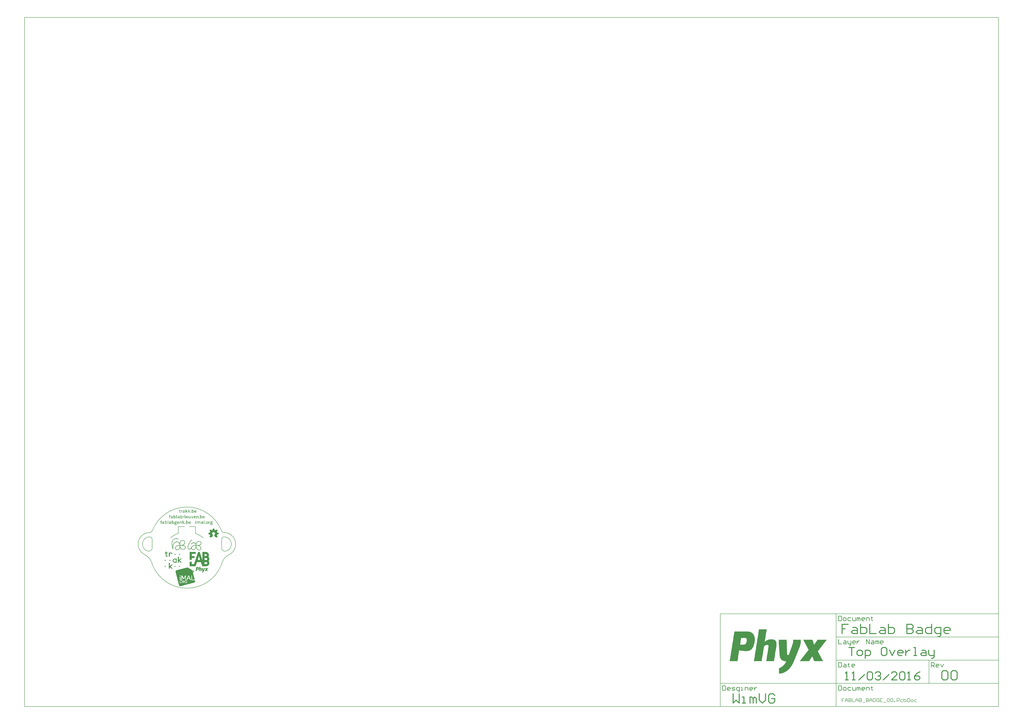
<source format=gto>
G04 Layer_Color=65535*
%FSLAX25Y25*%
%MOIN*%
G70*
G01*
G75*
%ADD11C,0.01575*%
%ADD12C,0.00787*%
%ADD13C,0.00984*%
G36*
X6288Y43898D02*
X5493D01*
Y44640D01*
X5484Y44614D01*
X5467Y44571D01*
X5440Y44518D01*
X5405Y44457D01*
X5370Y44387D01*
X5318Y44317D01*
X5257Y44238D01*
X5178Y44160D01*
X5099Y44090D01*
X5003Y44020D01*
X4890Y43959D01*
X4767Y43906D01*
X4636Y43863D01*
X4479Y43837D01*
X4313Y43828D01*
X4252D01*
X4199Y43837D01*
X4147D01*
X4077Y43845D01*
X3928Y43871D01*
X3754Y43924D01*
X3570Y43985D01*
X3387Y44081D01*
X3299Y44134D01*
X3220Y44203D01*
Y44212D01*
X3203Y44221D01*
X3185Y44247D01*
X3159Y44273D01*
X3124Y44317D01*
X3089Y44361D01*
X3054Y44422D01*
X3019Y44492D01*
X2976Y44562D01*
X2941Y44649D01*
X2906Y44745D01*
X2871Y44850D01*
X2845Y44964D01*
X2827Y45086D01*
X2818Y45217D01*
X2810Y45357D01*
Y47839D01*
X3605D01*
Y45401D01*
Y45392D01*
Y45366D01*
X3614Y45322D01*
Y45261D01*
X3631Y45200D01*
X3649Y45121D01*
X3675Y45043D01*
X3701Y44964D01*
X3745Y44885D01*
X3797Y44807D01*
X3867Y44728D01*
X3937Y44667D01*
X4033Y44606D01*
X4138Y44562D01*
X4261Y44536D01*
X4400Y44527D01*
X4444D01*
X4479Y44536D01*
X4566Y44544D01*
X4680Y44571D01*
X4802Y44614D01*
X4933Y44684D01*
X5056Y44772D01*
X5178Y44894D01*
Y44903D01*
X5196Y44912D01*
X5231Y44964D01*
X5274Y45043D01*
X5336Y45156D01*
X5388Y45296D01*
X5440Y45462D01*
X5475Y45646D01*
X5493Y45855D01*
Y47839D01*
X6288D01*
Y43898D01*
D02*
G37*
G36*
X-2723D02*
X-3518D01*
Y49439D01*
X-2723D01*
Y43898D01*
D02*
G37*
G36*
X9505D02*
X8700D01*
X7171Y47839D01*
X8019D01*
X9094Y44710D01*
X10186Y47839D01*
X11034D01*
X9505Y43898D01*
D02*
G37*
G36*
X-25455Y47918D02*
X-25394D01*
X-25324Y47909D01*
X-25158Y47883D01*
X-24975Y47831D01*
X-24782Y47761D01*
X-24590Y47673D01*
X-24503Y47612D01*
X-24424Y47542D01*
X-24416D01*
X-24407Y47525D01*
X-24381Y47499D01*
X-24354Y47472D01*
X-24328Y47429D01*
X-24284Y47385D01*
X-24249Y47324D01*
X-24206Y47262D01*
X-24171Y47184D01*
X-24127Y47105D01*
X-24092Y47009D01*
X-24066Y46904D01*
X-24031Y46799D01*
X-24013Y46677D01*
X-24005Y46555D01*
X-23996Y46415D01*
Y43898D01*
X-24695D01*
X-24739Y44527D01*
Y44518D01*
X-24748Y44501D01*
X-24765Y44466D01*
X-24791Y44413D01*
X-24826Y44361D01*
X-24861Y44300D01*
X-24914Y44238D01*
X-24975Y44177D01*
X-25054Y44107D01*
X-25141Y44046D01*
X-25237Y43985D01*
X-25351Y43933D01*
X-25473Y43889D01*
X-25613Y43854D01*
X-25770Y43828D01*
X-25945Y43819D01*
X-26006D01*
X-26050Y43828D01*
X-26102D01*
X-26164Y43837D01*
X-26312Y43863D01*
X-26478Y43906D01*
X-26653Y43968D01*
X-26819Y44055D01*
X-26976Y44169D01*
Y44177D01*
X-26994Y44186D01*
X-27038Y44230D01*
X-27099Y44308D01*
X-27169Y44413D01*
X-27247Y44544D01*
X-27308Y44702D01*
X-27352Y44877D01*
X-27361Y44973D01*
X-27370Y45069D01*
Y45077D01*
Y45095D01*
Y45121D01*
X-27361Y45156D01*
X-27343Y45261D01*
X-27317Y45383D01*
X-27265Y45523D01*
X-27186Y45663D01*
X-27142Y45733D01*
X-27081Y45803D01*
X-27020Y45864D01*
X-26941Y45925D01*
X-26933D01*
X-26924Y45943D01*
X-26898Y45952D01*
X-26863Y45978D01*
X-26819Y45995D01*
X-26766Y46022D01*
X-26644Y46083D01*
X-26487Y46135D01*
X-26303Y46187D01*
X-26102Y46222D01*
X-25875Y46231D01*
X-25770D01*
X-25718Y46222D01*
X-25648D01*
X-25499Y46205D01*
X-25333Y46179D01*
X-25150Y46144D01*
X-24966Y46091D01*
X-24782Y46022D01*
Y46424D01*
Y46432D01*
Y46441D01*
Y46467D01*
Y46502D01*
X-24791Y46590D01*
X-24809Y46686D01*
X-24826Y46799D01*
X-24861Y46913D01*
X-24914Y47018D01*
X-24975Y47105D01*
X-24984Y47114D01*
X-25010Y47140D01*
X-25054Y47166D01*
X-25115Y47210D01*
X-25202Y47245D01*
X-25298Y47271D01*
X-25412Y47297D01*
X-25543Y47306D01*
X-25604D01*
X-25674Y47297D01*
X-25761Y47289D01*
X-25849Y47271D01*
X-25954Y47245D01*
X-26050Y47210D01*
X-26137Y47158D01*
X-26146Y47149D01*
X-26172Y47131D01*
X-26207Y47096D01*
X-26242Y47044D01*
X-26286Y46965D01*
X-26321Y46878D01*
X-26347Y46764D01*
X-26356Y46633D01*
X-27212D01*
Y46642D01*
Y46677D01*
X-27204Y46729D01*
X-27195Y46799D01*
X-27177Y46878D01*
X-27160Y46965D01*
X-27125Y47061D01*
X-27090Y47166D01*
X-27038Y47271D01*
X-26967Y47376D01*
X-26889Y47481D01*
X-26793Y47577D01*
X-26679Y47673D01*
X-26548Y47752D01*
X-26391Y47813D01*
X-26216Y47866D01*
X-26198D01*
X-26164Y47874D01*
X-26102Y47883D01*
X-26024Y47901D01*
X-25927Y47909D01*
X-25823Y47918D01*
X-25700Y47927D01*
X-25508D01*
X-25455Y47918D01*
D02*
G37*
G36*
X-4523Y45925D02*
X-6839D01*
Y46624D01*
X-4523D01*
Y45925D01*
D02*
G37*
G36*
X-17074Y43898D02*
X-17869D01*
Y49439D01*
X-17074D01*
Y43898D01*
D02*
G37*
G36*
X13472Y47918D02*
X13542Y47909D01*
X13621Y47892D01*
X13805Y47848D01*
X13901Y47813D01*
X14006Y47769D01*
X14110Y47717D01*
X14215Y47656D01*
X14311Y47577D01*
X14408Y47490D01*
X14504Y47394D01*
X14582Y47280D01*
X14591Y47271D01*
X14600Y47254D01*
X14617Y47210D01*
X14644Y47166D01*
X14670Y47096D01*
X14705Y47027D01*
X14740Y46939D01*
X14775Y46834D01*
X14801Y46721D01*
X14827Y46598D01*
X14853Y46467D01*
X14871Y46319D01*
X14888Y46170D01*
Y46004D01*
X14880Y45838D01*
X14862Y45654D01*
X12284D01*
Y45646D01*
Y45637D01*
Y45611D01*
X12292Y45576D01*
X12301Y45480D01*
X12319Y45366D01*
X12345Y45235D01*
X12397Y45095D01*
X12459Y44955D01*
X12546Y44815D01*
X12555Y44798D01*
X12598Y44763D01*
X12660Y44710D01*
X12738Y44649D01*
X12843Y44579D01*
X12974Y44527D01*
X13123Y44492D01*
X13289Y44475D01*
X13324D01*
X13359Y44483D01*
X13402D01*
X13455Y44492D01*
X13516Y44509D01*
X13656Y44562D01*
X13726Y44597D01*
X13805Y44640D01*
X13866Y44693D01*
X13936Y44763D01*
X13997Y44842D01*
X14040Y44929D01*
X14084Y45034D01*
X14110Y45156D01*
X14906D01*
Y45147D01*
Y45130D01*
X14897Y45086D01*
X14888Y45043D01*
X14871Y44990D01*
X14853Y44920D01*
X14810Y44772D01*
X14740Y44606D01*
X14644Y44440D01*
X14521Y44282D01*
X14373Y44142D01*
X14364D01*
X14355Y44125D01*
X14329Y44116D01*
X14294Y44090D01*
X14250Y44064D01*
X14198Y44038D01*
X14075Y43985D01*
X13918Y43924D01*
X13735Y43871D01*
X13525Y43837D01*
X13289Y43819D01*
X13210D01*
X13158Y43828D01*
X13088Y43837D01*
X13009Y43845D01*
X12922Y43863D01*
X12826Y43889D01*
X12616Y43959D01*
X12511Y44003D01*
X12397Y44055D01*
X12292Y44116D01*
X12188Y44195D01*
X12083Y44282D01*
X11987Y44378D01*
X11978Y44387D01*
X11969Y44405D01*
X11943Y44440D01*
X11908Y44483D01*
X11873Y44536D01*
X11829Y44606D01*
X11786Y44684D01*
X11742Y44772D01*
X11698Y44877D01*
X11654Y44990D01*
X11611Y45112D01*
X11576Y45244D01*
X11541Y45392D01*
X11515Y45541D01*
X11506Y45698D01*
X11497Y45873D01*
Y45882D01*
Y45917D01*
Y45960D01*
X11506Y46030D01*
X11515Y46109D01*
X11523Y46196D01*
X11541Y46301D01*
X11558Y46415D01*
X11620Y46651D01*
X11663Y46773D01*
X11707Y46896D01*
X11768Y47018D01*
X11829Y47140D01*
X11908Y47262D01*
X11995Y47367D01*
X12004Y47376D01*
X12022Y47394D01*
X12048Y47420D01*
X12083Y47455D01*
X12135Y47499D01*
X12196Y47542D01*
X12266Y47595D01*
X12354Y47647D01*
X12441Y47699D01*
X12537Y47752D01*
X12651Y47796D01*
X12773Y47839D01*
X12896Y47874D01*
X13035Y47901D01*
X13175Y47918D01*
X13333Y47927D01*
X13411D01*
X13472Y47918D01*
D02*
G37*
G36*
X328D02*
X397Y47909D01*
X476Y47892D01*
X660Y47848D01*
X756Y47813D01*
X861Y47769D01*
X965Y47717D01*
X1070Y47656D01*
X1166Y47577D01*
X1263Y47490D01*
X1359Y47394D01*
X1438Y47280D01*
X1446Y47271D01*
X1455Y47254D01*
X1472Y47210D01*
X1499Y47166D01*
X1525Y47096D01*
X1560Y47027D01*
X1595Y46939D01*
X1630Y46834D01*
X1656Y46721D01*
X1682Y46598D01*
X1708Y46467D01*
X1726Y46319D01*
X1743Y46170D01*
Y46004D01*
X1735Y45838D01*
X1717Y45654D01*
X-861D01*
Y45646D01*
Y45637D01*
Y45611D01*
X-852Y45576D01*
X-844Y45480D01*
X-826Y45366D01*
X-800Y45235D01*
X-747Y45095D01*
X-686Y44955D01*
X-599Y44815D01*
X-590Y44798D01*
X-546Y44763D01*
X-485Y44710D01*
X-407Y44649D01*
X-302Y44579D01*
X-171Y44527D01*
X-22Y44492D01*
X144Y44475D01*
X179D01*
X214Y44483D01*
X258D01*
X310Y44492D01*
X371Y44509D01*
X511Y44562D01*
X581Y44597D01*
X660Y44640D01*
X721Y44693D01*
X791Y44763D01*
X852Y44842D01*
X896Y44929D01*
X939Y45034D01*
X965Y45156D01*
X1761D01*
Y45147D01*
Y45130D01*
X1752Y45086D01*
X1743Y45043D01*
X1726Y44990D01*
X1708Y44920D01*
X1665Y44772D01*
X1595Y44606D01*
X1499Y44440D01*
X1376Y44282D01*
X1228Y44142D01*
X1219D01*
X1210Y44125D01*
X1184Y44116D01*
X1149Y44090D01*
X1105Y44064D01*
X1053Y44038D01*
X931Y43985D01*
X773Y43924D01*
X590Y43871D01*
X380Y43837D01*
X144Y43819D01*
X65D01*
X13Y43828D01*
X-57Y43837D01*
X-136Y43845D01*
X-223Y43863D01*
X-319Y43889D01*
X-529Y43959D01*
X-634Y44003D01*
X-747Y44055D01*
X-852Y44116D01*
X-957Y44195D01*
X-1062Y44282D01*
X-1158Y44378D01*
X-1167Y44387D01*
X-1176Y44405D01*
X-1202Y44440D01*
X-1237Y44483D01*
X-1272Y44536D01*
X-1316Y44606D01*
X-1359Y44684D01*
X-1403Y44772D01*
X-1447Y44877D01*
X-1490Y44990D01*
X-1534Y45112D01*
X-1569Y45244D01*
X-1604Y45392D01*
X-1630Y45541D01*
X-1639Y45698D01*
X-1648Y45873D01*
Y45882D01*
Y45917D01*
Y45960D01*
X-1639Y46030D01*
X-1630Y46109D01*
X-1622Y46196D01*
X-1604Y46301D01*
X-1587Y46415D01*
X-1525Y46651D01*
X-1482Y46773D01*
X-1438Y46896D01*
X-1377Y47018D01*
X-1316Y47140D01*
X-1237Y47262D01*
X-1150Y47367D01*
X-1141Y47376D01*
X-1123Y47394D01*
X-1097Y47420D01*
X-1062Y47455D01*
X-1010Y47499D01*
X-949Y47542D01*
X-879Y47595D01*
X-791Y47647D01*
X-704Y47699D01*
X-608Y47752D01*
X-494Y47796D01*
X-372Y47839D01*
X-249Y47874D01*
X-109Y47901D01*
X30Y47918D01*
X188Y47927D01*
X266D01*
X328Y47918D01*
D02*
G37*
G36*
X23191Y47280D02*
X23200Y47297D01*
X23217Y47333D01*
X23244Y47376D01*
X23314Y47481D01*
X23357Y47542D01*
X23410Y47603D01*
X23471Y47665D01*
X23550Y47717D01*
X23628Y47778D01*
X23724Y47822D01*
X23829Y47866D01*
X23943Y47901D01*
X24065Y47918D01*
X24205Y47927D01*
X24284D01*
X24336Y47918D01*
X24397Y47909D01*
X24476Y47901D01*
X24564Y47883D01*
X24651Y47857D01*
X24852Y47787D01*
X24957Y47743D01*
X25070Y47691D01*
X25175Y47621D01*
X25280Y47542D01*
X25385Y47455D01*
X25481Y47359D01*
X25490Y47350D01*
X25507Y47333D01*
X25525Y47297D01*
X25560Y47254D01*
X25595Y47201D01*
X25638Y47131D01*
X25691Y47053D01*
X25735Y46957D01*
X25778Y46861D01*
X25831Y46747D01*
X25875Y46624D01*
X25910Y46493D01*
X25944Y46354D01*
X25971Y46196D01*
X25979Y46039D01*
X25988Y45873D01*
Y45864D01*
Y45829D01*
Y45785D01*
X25979Y45724D01*
X25971Y45646D01*
X25962Y45549D01*
X25944Y45453D01*
X25927Y45340D01*
X25866Y45104D01*
X25822Y44981D01*
X25770Y44859D01*
X25708Y44737D01*
X25647Y44614D01*
X25560Y44501D01*
X25473Y44387D01*
X25464Y44378D01*
X25446Y44361D01*
X25420Y44335D01*
X25385Y44300D01*
X25333Y44256D01*
X25271Y44203D01*
X25201Y44160D01*
X25123Y44107D01*
X25036Y44046D01*
X24939Y44003D01*
X24730Y43906D01*
X24607Y43871D01*
X24485Y43845D01*
X24354Y43828D01*
X24214Y43819D01*
X24144D01*
X24074Y43828D01*
X23969Y43845D01*
X23864Y43863D01*
X23742Y43898D01*
X23611Y43950D01*
X23489Y44011D01*
X23471Y44020D01*
X23436Y44046D01*
X23384Y44090D01*
X23314Y44160D01*
X23253Y44238D01*
X23183Y44326D01*
X23130Y44440D01*
X23086Y44562D01*
X22982Y43898D01*
X22396D01*
Y49439D01*
X23191D01*
Y47280D01*
D02*
G37*
G36*
X21015Y44868D02*
X21068Y44859D01*
X21129Y44842D01*
X21190Y44807D01*
X21260Y44772D01*
X21321Y44719D01*
X21330Y44710D01*
X21347Y44693D01*
X21373Y44658D01*
X21408Y44614D01*
X21435Y44562D01*
X21461Y44492D01*
X21478Y44422D01*
X21487Y44343D01*
Y44335D01*
Y44308D01*
X21478Y44265D01*
X21470Y44221D01*
X21443Y44160D01*
X21417Y44099D01*
X21373Y44038D01*
X21321Y43976D01*
X21312Y43968D01*
X21295Y43950D01*
X21260Y43933D01*
X21216Y43906D01*
X21155Y43871D01*
X21085Y43854D01*
X21015Y43837D01*
X20928Y43828D01*
X20893D01*
X20849Y43837D01*
X20788Y43845D01*
X20727Y43863D01*
X20665Y43889D01*
X20595Y43924D01*
X20534Y43976D01*
X20526Y43985D01*
X20508Y44003D01*
X20491Y44038D01*
X20464Y44081D01*
X20429Y44134D01*
X20412Y44195D01*
X20394Y44265D01*
X20386Y44343D01*
Y44352D01*
Y44378D01*
X20394Y44422D01*
X20403Y44475D01*
X20421Y44536D01*
X20447Y44597D01*
X20482Y44658D01*
X20534Y44719D01*
X20543Y44728D01*
X20561Y44745D01*
X20595Y44772D01*
X20639Y44798D01*
X20700Y44824D01*
X20770Y44850D01*
X20840Y44868D01*
X20928Y44877D01*
X20971D01*
X21015Y44868D01*
D02*
G37*
G36*
X28697Y47918D02*
X28767Y47909D01*
X28846Y47892D01*
X29030Y47848D01*
X29126Y47813D01*
X29231Y47769D01*
X29335Y47717D01*
X29440Y47656D01*
X29537Y47577D01*
X29633Y47490D01*
X29729Y47394D01*
X29807Y47280D01*
X29816Y47271D01*
X29825Y47254D01*
X29842Y47210D01*
X29869Y47166D01*
X29895Y47096D01*
X29930Y47027D01*
X29965Y46939D01*
X30000Y46834D01*
X30026Y46721D01*
X30052Y46598D01*
X30078Y46467D01*
X30096Y46319D01*
X30113Y46170D01*
Y46004D01*
X30105Y45838D01*
X30087Y45654D01*
X27509D01*
Y45646D01*
Y45637D01*
Y45611D01*
X27518Y45576D01*
X27526Y45480D01*
X27544Y45366D01*
X27570Y45235D01*
X27623Y45095D01*
X27684Y44955D01*
X27771Y44815D01*
X27780Y44798D01*
X27823Y44763D01*
X27885Y44710D01*
X27963Y44649D01*
X28068Y44579D01*
X28199Y44527D01*
X28348Y44492D01*
X28514Y44475D01*
X28549D01*
X28584Y44483D01*
X28628D01*
X28680Y44492D01*
X28741Y44509D01*
X28881Y44562D01*
X28951Y44597D01*
X29030Y44640D01*
X29091Y44693D01*
X29161Y44763D01*
X29222Y44842D01*
X29266Y44929D01*
X29309Y45034D01*
X29335Y45156D01*
X30131D01*
Y45147D01*
Y45130D01*
X30122Y45086D01*
X30113Y45043D01*
X30096Y44990D01*
X30078Y44920D01*
X30035Y44772D01*
X29965Y44606D01*
X29869Y44440D01*
X29746Y44282D01*
X29598Y44142D01*
X29589D01*
X29580Y44125D01*
X29554Y44116D01*
X29519Y44090D01*
X29475Y44064D01*
X29423Y44038D01*
X29301Y43985D01*
X29143Y43924D01*
X28960Y43871D01*
X28750Y43837D01*
X28514Y43819D01*
X28435D01*
X28383Y43828D01*
X28313Y43837D01*
X28234Y43845D01*
X28147Y43863D01*
X28051Y43889D01*
X27841Y43959D01*
X27736Y44003D01*
X27623Y44055D01*
X27518Y44116D01*
X27413Y44195D01*
X27308Y44282D01*
X27212Y44378D01*
X27203Y44387D01*
X27194Y44405D01*
X27168Y44440D01*
X27133Y44483D01*
X27098Y44536D01*
X27054Y44606D01*
X27011Y44684D01*
X26967Y44772D01*
X26923Y44877D01*
X26880Y44990D01*
X26836Y45112D01*
X26801Y45244D01*
X26766Y45392D01*
X26740Y45541D01*
X26731Y45698D01*
X26722Y45873D01*
Y45882D01*
Y45917D01*
Y45960D01*
X26731Y46030D01*
X26740Y46109D01*
X26748Y46196D01*
X26766Y46301D01*
X26783Y46415D01*
X26845Y46651D01*
X26888Y46773D01*
X26932Y46896D01*
X26993Y47018D01*
X27054Y47140D01*
X27133Y47262D01*
X27220Y47367D01*
X27229Y47376D01*
X27247Y47394D01*
X27273Y47420D01*
X27308Y47455D01*
X27360Y47499D01*
X27422Y47542D01*
X27491Y47595D01*
X27579Y47647D01*
X27666Y47699D01*
X27762Y47752D01*
X27876Y47796D01*
X27998Y47839D01*
X28121Y47874D01*
X28260Y47901D01*
X28400Y47918D01*
X28558Y47927D01*
X28636D01*
X28697Y47918D01*
D02*
G37*
G36*
X-13927D02*
X-13866D01*
X-13796Y47909D01*
X-13630Y47883D01*
X-13447Y47831D01*
X-13254Y47761D01*
X-13062Y47673D01*
X-12975Y47612D01*
X-12896Y47542D01*
X-12887D01*
X-12879Y47525D01*
X-12852Y47499D01*
X-12826Y47472D01*
X-12800Y47429D01*
X-12756Y47385D01*
X-12721Y47324D01*
X-12678Y47262D01*
X-12643Y47184D01*
X-12599Y47105D01*
X-12564Y47009D01*
X-12538Y46904D01*
X-12503Y46799D01*
X-12485Y46677D01*
X-12477Y46555D01*
X-12468Y46415D01*
Y43898D01*
X-13167D01*
X-13211Y44527D01*
Y44518D01*
X-13219Y44501D01*
X-13237Y44466D01*
X-13263Y44413D01*
X-13298Y44361D01*
X-13333Y44300D01*
X-13386Y44238D01*
X-13447Y44177D01*
X-13525Y44107D01*
X-13613Y44046D01*
X-13709Y43985D01*
X-13823Y43933D01*
X-13945Y43889D01*
X-14085Y43854D01*
X-14242Y43828D01*
X-14417Y43819D01*
X-14478D01*
X-14522Y43828D01*
X-14574D01*
X-14635Y43837D01*
X-14784Y43863D01*
X-14950Y43906D01*
X-15125Y43968D01*
X-15291Y44055D01*
X-15448Y44169D01*
Y44177D01*
X-15466Y44186D01*
X-15509Y44230D01*
X-15571Y44308D01*
X-15641Y44413D01*
X-15719Y44544D01*
X-15780Y44702D01*
X-15824Y44877D01*
X-15833Y44973D01*
X-15842Y45069D01*
Y45077D01*
Y45095D01*
Y45121D01*
X-15833Y45156D01*
X-15815Y45261D01*
X-15789Y45383D01*
X-15737Y45523D01*
X-15658Y45663D01*
X-15614Y45733D01*
X-15553Y45803D01*
X-15492Y45864D01*
X-15413Y45925D01*
X-15405D01*
X-15396Y45943D01*
X-15370Y45952D01*
X-15335Y45978D01*
X-15291Y45995D01*
X-15238Y46022D01*
X-15116Y46083D01*
X-14959Y46135D01*
X-14775Y46187D01*
X-14574Y46222D01*
X-14347Y46231D01*
X-14242D01*
X-14190Y46222D01*
X-14120D01*
X-13971Y46205D01*
X-13805Y46179D01*
X-13622Y46144D01*
X-13438Y46091D01*
X-13254Y46022D01*
Y46424D01*
Y46432D01*
Y46441D01*
Y46467D01*
Y46502D01*
X-13263Y46590D01*
X-13281Y46686D01*
X-13298Y46799D01*
X-13333Y46913D01*
X-13386Y47018D01*
X-13447Y47105D01*
X-13455Y47114D01*
X-13482Y47140D01*
X-13525Y47166D01*
X-13587Y47210D01*
X-13674Y47245D01*
X-13770Y47271D01*
X-13884Y47297D01*
X-14015Y47306D01*
X-14076D01*
X-14146Y47297D01*
X-14233Y47289D01*
X-14321Y47271D01*
X-14426Y47245D01*
X-14522Y47210D01*
X-14609Y47158D01*
X-14618Y47149D01*
X-14644Y47131D01*
X-14679Y47096D01*
X-14714Y47044D01*
X-14758Y46965D01*
X-14793Y46878D01*
X-14819Y46764D01*
X-14828Y46633D01*
X-15684D01*
Y46642D01*
Y46677D01*
X-15676Y46729D01*
X-15667Y46799D01*
X-15649Y46878D01*
X-15632Y46965D01*
X-15597Y47061D01*
X-15562Y47166D01*
X-15509Y47271D01*
X-15439Y47376D01*
X-15361Y47481D01*
X-15265Y47577D01*
X-15151Y47673D01*
X-15020Y47752D01*
X-14863Y47813D01*
X-14688Y47866D01*
X-14670D01*
X-14635Y47874D01*
X-14574Y47883D01*
X-14496Y47901D01*
X-14399Y47909D01*
X-14295Y47918D01*
X-14172Y47927D01*
X-13980D01*
X-13927Y47918D01*
D02*
G37*
G36*
X21554Y38469D02*
X21607Y38460D01*
X21677Y38452D01*
X21843Y38417D01*
X22018Y38364D01*
X22201Y38277D01*
X22297Y38225D01*
X22385Y38163D01*
X22463Y38093D01*
X22542Y38006D01*
X22551Y37997D01*
X22559Y37988D01*
X22577Y37962D01*
X22603Y37919D01*
X22638Y37875D01*
X22673Y37814D01*
X22708Y37753D01*
X22743Y37674D01*
X22778Y37587D01*
X22813Y37499D01*
X22848Y37394D01*
X22883Y37281D01*
X22927Y37027D01*
X22944Y36896D01*
Y36747D01*
Y34449D01*
X22157D01*
Y36747D01*
Y36756D01*
Y36774D01*
Y36800D01*
Y36835D01*
X22149Y36922D01*
X22131Y37036D01*
X22096Y37158D01*
X22061Y37289D01*
X22000Y37412D01*
X21921Y37517D01*
X21913Y37525D01*
X21878Y37560D01*
X21825Y37595D01*
X21747Y37648D01*
X21651Y37691D01*
X21537Y37735D01*
X21397Y37761D01*
X21240Y37770D01*
X21222D01*
X21170Y37761D01*
X21091Y37753D01*
X20995Y37726D01*
X20881Y37683D01*
X20768Y37613D01*
X20654Y37525D01*
X20558Y37403D01*
X20549Y37385D01*
X20523Y37333D01*
X20479Y37254D01*
X20436Y37132D01*
X20392Y36992D01*
X20348Y36809D01*
X20322Y36599D01*
X20313Y36363D01*
Y34449D01*
X19527D01*
Y36747D01*
Y36756D01*
Y36774D01*
Y36800D01*
Y36835D01*
X19518Y36922D01*
X19500Y37036D01*
X19466Y37158D01*
X19431Y37289D01*
X19369Y37412D01*
X19291Y37517D01*
X19282Y37525D01*
X19247Y37560D01*
X19195Y37595D01*
X19116Y37648D01*
X19020Y37691D01*
X18906Y37735D01*
X18775Y37761D01*
X18618Y37770D01*
X18600D01*
X18548Y37761D01*
X18469Y37753D01*
X18373Y37726D01*
X18259Y37683D01*
X18137Y37613D01*
X18023Y37525D01*
X17910Y37403D01*
X17901Y37385D01*
X17866Y37342D01*
X17822Y37254D01*
X17770Y37150D01*
X17726Y37010D01*
X17674Y36844D01*
X17648Y36660D01*
X17630Y36442D01*
Y34449D01*
X16835D01*
Y38391D01*
X17534D01*
X17578Y37656D01*
Y37665D01*
X17595Y37691D01*
X17613Y37735D01*
X17639Y37788D01*
X17674Y37849D01*
X17718Y37919D01*
X17770Y37988D01*
X17831Y38067D01*
X17910Y38146D01*
X17997Y38216D01*
X18093Y38286D01*
X18207Y38347D01*
X18338Y38399D01*
X18478Y38443D01*
X18627Y38469D01*
X18801Y38478D01*
X18889D01*
X18985Y38460D01*
X19107Y38443D01*
X19238Y38417D01*
X19387Y38364D01*
X19535Y38303D01*
X19675Y38216D01*
X19693Y38207D01*
X19736Y38172D01*
X19789Y38111D01*
X19868Y38041D01*
X19938Y37945D01*
X20007Y37840D01*
X20069Y37709D01*
X20112Y37569D01*
Y37578D01*
X20130Y37613D01*
X20147Y37656D01*
X20173Y37709D01*
X20208Y37779D01*
X20261Y37857D01*
X20322Y37936D01*
X20392Y38023D01*
X20471Y38111D01*
X20567Y38190D01*
X20672Y38268D01*
X20794Y38338D01*
X20934Y38391D01*
X21082Y38443D01*
X21249Y38469D01*
X21432Y38478D01*
X21502D01*
X21554Y38469D01*
D02*
G37*
G36*
X26073D02*
X26134D01*
X26204Y38460D01*
X26370Y38434D01*
X26554Y38382D01*
X26746Y38312D01*
X26938Y38225D01*
X27026Y38163D01*
X27104Y38093D01*
X27113D01*
X27122Y38076D01*
X27148Y38050D01*
X27174Y38023D01*
X27200Y37980D01*
X27244Y37936D01*
X27279Y37875D01*
X27323Y37814D01*
X27358Y37735D01*
X27401Y37656D01*
X27436Y37560D01*
X27463Y37455D01*
X27498Y37350D01*
X27515Y37228D01*
X27524Y37106D01*
X27533Y36966D01*
Y34449D01*
X26833D01*
X26790Y35078D01*
Y35069D01*
X26781Y35052D01*
X26763Y35017D01*
X26737Y34964D01*
X26702Y34912D01*
X26667Y34851D01*
X26615Y34790D01*
X26554Y34729D01*
X26475Y34659D01*
X26388Y34597D01*
X26291Y34536D01*
X26178Y34484D01*
X26055Y34440D01*
X25916Y34405D01*
X25758Y34379D01*
X25583Y34370D01*
X25522D01*
X25479Y34379D01*
X25426D01*
X25365Y34388D01*
X25216Y34414D01*
X25050Y34458D01*
X24876Y34519D01*
X24710Y34606D01*
X24552Y34720D01*
Y34729D01*
X24535Y34737D01*
X24491Y34781D01*
X24430Y34860D01*
X24360Y34964D01*
X24281Y35096D01*
X24220Y35253D01*
X24176Y35428D01*
X24168Y35524D01*
X24159Y35620D01*
Y35629D01*
Y35646D01*
Y35672D01*
X24168Y35707D01*
X24185Y35812D01*
X24211Y35935D01*
X24264Y36075D01*
X24342Y36214D01*
X24386Y36284D01*
X24447Y36354D01*
X24509Y36415D01*
X24587Y36476D01*
X24596D01*
X24605Y36494D01*
X24631Y36503D01*
X24666Y36529D01*
X24710Y36546D01*
X24762Y36573D01*
X24884Y36634D01*
X25042Y36686D01*
X25225Y36739D01*
X25426Y36774D01*
X25653Y36782D01*
X25758D01*
X25811Y36774D01*
X25881D01*
X26029Y36756D01*
X26195Y36730D01*
X26379Y36695D01*
X26562Y36643D01*
X26746Y36573D01*
Y36975D01*
Y36983D01*
Y36992D01*
Y37018D01*
Y37053D01*
X26737Y37141D01*
X26720Y37237D01*
X26702Y37350D01*
X26667Y37464D01*
X26615Y37569D01*
X26554Y37656D01*
X26545Y37665D01*
X26519Y37691D01*
X26475Y37718D01*
X26414Y37761D01*
X26326Y37796D01*
X26230Y37822D01*
X26117Y37849D01*
X25986Y37857D01*
X25924D01*
X25854Y37849D01*
X25767Y37840D01*
X25680Y37822D01*
X25575Y37796D01*
X25479Y37761D01*
X25391Y37709D01*
X25383Y37700D01*
X25356Y37683D01*
X25321Y37648D01*
X25286Y37595D01*
X25243Y37517D01*
X25208Y37429D01*
X25181Y37316D01*
X25173Y37184D01*
X24316D01*
Y37193D01*
Y37228D01*
X24325Y37281D01*
X24334Y37350D01*
X24351Y37429D01*
X24369Y37517D01*
X24404Y37613D01*
X24439Y37718D01*
X24491Y37822D01*
X24561Y37927D01*
X24640Y38032D01*
X24736Y38128D01*
X24849Y38225D01*
X24980Y38303D01*
X25138Y38364D01*
X25313Y38417D01*
X25330D01*
X25365Y38425D01*
X25426Y38434D01*
X25505Y38452D01*
X25601Y38460D01*
X25706Y38469D01*
X25828Y38478D01*
X26021D01*
X26073Y38469D01*
D02*
G37*
G36*
X38868Y38452D02*
X38930D01*
X39008Y38434D01*
X39096Y38417D01*
X39192Y38399D01*
X39297Y38364D01*
X39253Y37621D01*
X39235D01*
X39200Y37630D01*
X39139Y37648D01*
X39061Y37665D01*
X38973Y37674D01*
X38877Y37691D01*
X38781Y37700D01*
X38658D01*
X38615Y37691D01*
X38562Y37683D01*
X38501Y37665D01*
X38431Y37630D01*
X38361Y37595D01*
X38283Y37543D01*
X38204Y37473D01*
X38134Y37394D01*
X38064Y37289D01*
X37994Y37167D01*
X37942Y37018D01*
X37898Y36852D01*
X37872Y36660D01*
X37854Y36433D01*
Y34449D01*
X37059D01*
Y38391D01*
X37854D01*
Y37674D01*
X37863Y37700D01*
X37872Y37735D01*
X37889Y37788D01*
X37907Y37849D01*
X37942Y37919D01*
X37977Y37988D01*
X38021Y38067D01*
X38073Y38137D01*
X38143Y38207D01*
X38213Y38277D01*
X38300Y38338D01*
X38396Y38391D01*
X38510Y38425D01*
X38632Y38452D01*
X38772Y38460D01*
X38816D01*
X38868Y38452D01*
D02*
G37*
G36*
X14929Y40060D02*
X14982Y40051D01*
X15043Y40034D01*
X15104Y40016D01*
X15165Y39981D01*
X15218Y39937D01*
X15227Y39929D01*
X15244Y39911D01*
X15262Y39885D01*
X15288Y39850D01*
X15314Y39798D01*
X15340Y39737D01*
X15349Y39675D01*
X15358Y39597D01*
Y39588D01*
Y39562D01*
X15349Y39527D01*
X15340Y39474D01*
X15323Y39422D01*
X15296Y39361D01*
X15262Y39308D01*
X15218Y39256D01*
X15209Y39247D01*
X15192Y39238D01*
X15165Y39212D01*
X15122Y39195D01*
X15069Y39168D01*
X15008Y39142D01*
X14929Y39134D01*
X14851Y39125D01*
X14816D01*
X14772Y39134D01*
X14720Y39142D01*
X14606Y39177D01*
X14545Y39203D01*
X14492Y39247D01*
X14484Y39256D01*
X14475Y39273D01*
X14457Y39299D01*
X14431Y39343D01*
X14405Y39387D01*
X14388Y39448D01*
X14379Y39509D01*
X14370Y39588D01*
Y39597D01*
Y39623D01*
X14379Y39667D01*
X14388Y39710D01*
X14423Y39824D01*
X14449Y39885D01*
X14492Y39937D01*
X14501Y39946D01*
X14519Y39955D01*
X14545Y39981D01*
X14589Y40007D01*
X14641Y40025D01*
X14702Y40051D01*
X14772Y40060D01*
X14851Y40069D01*
X14886D01*
X14929Y40060D01*
D02*
G37*
G36*
X43736Y38347D02*
X43675D01*
X43632Y38338D01*
X43518Y38321D01*
X43387Y38286D01*
X43256Y38233D01*
X43142Y38146D01*
X43099Y38093D01*
X43055Y38023D01*
X43029Y37954D01*
X43020Y37866D01*
X43029Y37849D01*
X43064Y37805D01*
X43107Y37735D01*
X43160Y37630D01*
X43212Y37508D01*
X43256Y37368D01*
X43291Y37211D01*
X43299Y37027D01*
Y37018D01*
Y37001D01*
Y36966D01*
X43291Y36922D01*
X43282Y36861D01*
X43273Y36800D01*
X43238Y36651D01*
X43186Y36485D01*
X43099Y36302D01*
X43046Y36214D01*
X42985Y36127D01*
X42915Y36040D01*
X42827Y35961D01*
X42819D01*
X42810Y35943D01*
X42784Y35926D01*
X42749Y35900D01*
X42696Y35865D01*
X42644Y35830D01*
X42583Y35795D01*
X42513Y35760D01*
X42347Y35681D01*
X42146Y35611D01*
X41919Y35568D01*
X41805Y35559D01*
X41674Y35550D01*
X41595D01*
X41508Y35559D01*
X41394Y35576D01*
X41272Y35594D01*
X41132Y35629D01*
X40992Y35672D01*
X40861Y35734D01*
X40852D01*
X40843Y35725D01*
X40800Y35707D01*
X40730Y35672D01*
X40651Y35611D01*
X40634Y35594D01*
X40599Y35550D01*
X40564Y35471D01*
X40555Y35419D01*
X40546Y35358D01*
Y35340D01*
X40555Y35305D01*
X40581Y35253D01*
X40625Y35192D01*
X40651Y35157D01*
X40695Y35122D01*
X40747Y35096D01*
X40809Y35069D01*
X40878Y35052D01*
X40957Y35034D01*
X41053Y35017D01*
X42731D01*
X42827Y35008D01*
X42959Y34982D01*
X43099Y34956D01*
X43247Y34912D01*
X43396Y34851D01*
X43527Y34764D01*
X43544Y34755D01*
X43579Y34720D01*
X43632Y34667D01*
X43701Y34589D01*
X43763Y34492D01*
X43815Y34379D01*
X43850Y34239D01*
X43868Y34091D01*
Y34082D01*
Y34064D01*
Y34029D01*
X43859Y33986D01*
X43850Y33924D01*
X43833Y33863D01*
X43789Y33715D01*
X43754Y33627D01*
X43710Y33540D01*
X43658Y33444D01*
X43597Y33356D01*
X43527Y33260D01*
X43439Y33164D01*
X43343Y33068D01*
X43230Y32980D01*
X43221Y32972D01*
X43203Y32963D01*
X43168Y32937D01*
X43116Y32911D01*
X43055Y32876D01*
X42985Y32832D01*
X42897Y32788D01*
X42793Y32745D01*
X42688Y32701D01*
X42565Y32657D01*
X42434Y32622D01*
X42294Y32579D01*
X42146Y32552D01*
X41989Y32526D01*
X41822Y32517D01*
X41648Y32509D01*
X41560D01*
X41490Y32517D01*
X41412D01*
X41315Y32526D01*
X41211Y32535D01*
X41106Y32552D01*
X40861Y32596D01*
X40608Y32657D01*
X40363Y32745D01*
X40249Y32806D01*
X40136Y32867D01*
X40127Y32876D01*
X40109Y32884D01*
X40083Y32902D01*
X40048Y32928D01*
X39961Y33007D01*
X39856Y33120D01*
X39751Y33251D01*
X39664Y33409D01*
X39629Y33496D01*
X39603Y33592D01*
X39585Y33689D01*
X39576Y33793D01*
Y33802D01*
Y33811D01*
Y33854D01*
X39585Y33924D01*
X39603Y34012D01*
X39629Y34108D01*
X39672Y34204D01*
X39725Y34309D01*
X39795Y34396D01*
X39803Y34405D01*
X39830Y34431D01*
X39882Y34475D01*
X39943Y34519D01*
X40013Y34563D01*
X40101Y34606D01*
X40205Y34641D01*
X40310Y34667D01*
X40302D01*
X40293Y34676D01*
X40240Y34702D01*
X40162Y34746D01*
X40074Y34816D01*
X39987Y34903D01*
X39908Y35026D01*
X39856Y35166D01*
X39847Y35253D01*
X39838Y35349D01*
Y35358D01*
Y35393D01*
X39847Y35445D01*
X39865Y35515D01*
X39891Y35594D01*
X39926Y35672D01*
X39970Y35751D01*
X40040Y35830D01*
X40048Y35838D01*
X40074Y35865D01*
X40118Y35900D01*
X40171Y35935D01*
X40240Y35978D01*
X40319Y36022D01*
X40398Y36048D01*
X40485Y36066D01*
X40477D01*
X40468Y36083D01*
X40415Y36127D01*
X40354Y36197D01*
X40275Y36302D01*
X40197Y36433D01*
X40127Y36599D01*
X40074Y36800D01*
X40066Y36905D01*
X40057Y37027D01*
Y37036D01*
Y37053D01*
Y37088D01*
X40066Y37132D01*
X40074Y37193D01*
X40083Y37254D01*
X40118Y37403D01*
X40171Y37569D01*
X40249Y37744D01*
X40302Y37831D01*
X40372Y37919D01*
X40442Y37997D01*
X40520Y38076D01*
X40529Y38085D01*
X40538Y38093D01*
X40564Y38111D01*
X40599Y38137D01*
X40651Y38172D01*
X40704Y38207D01*
X40835Y38277D01*
X40992Y38347D01*
X41176Y38417D01*
X41385Y38460D01*
X41499Y38478D01*
X41717D01*
X41770Y38469D01*
X41831Y38460D01*
X41971Y38443D01*
X42128Y38408D01*
X42286Y38364D01*
X42434Y38294D01*
X42574Y38198D01*
Y38207D01*
Y38216D01*
X42583Y38260D01*
X42600Y38329D01*
X42635Y38417D01*
X42679Y38522D01*
X42740Y38627D01*
X42819Y38740D01*
X42924Y38845D01*
X42941Y38854D01*
X42985Y38889D01*
X43055Y38932D01*
X43151Y38985D01*
X43273Y39037D01*
X43422Y39081D01*
X43605Y39116D01*
X43806Y39125D01*
X43736Y38347D01*
D02*
G37*
G36*
X29726Y34449D02*
X28931D01*
Y39990D01*
X29726D01*
Y34449D01*
D02*
G37*
G36*
X-28445Y49500D02*
X-28340Y49491D01*
X-28217Y49474D01*
X-28078Y49456D01*
X-27938Y49421D01*
X-27789Y49378D01*
X-27920Y48757D01*
X-27938Y48766D01*
X-27973Y48775D01*
X-28034Y48792D01*
X-28113Y48809D01*
X-28270Y48845D01*
X-28340Y48862D01*
X-28445D01*
X-28488Y48853D01*
X-28541Y48845D01*
X-28663Y48818D01*
X-28724Y48783D01*
X-28777Y48748D01*
X-28785Y48740D01*
X-28794Y48722D01*
X-28820Y48696D01*
X-28838Y48652D01*
X-28864Y48600D01*
X-28890Y48521D01*
X-28899Y48434D01*
X-28908Y48329D01*
Y47839D01*
X-28121D01*
Y47254D01*
X-28908D01*
Y43898D01*
X-29694D01*
Y47254D01*
X-30315D01*
Y47839D01*
X-29694D01*
Y48338D01*
Y48346D01*
Y48364D01*
Y48399D01*
X-29686Y48434D01*
X-29677Y48539D01*
X-29651Y48670D01*
X-29616Y48818D01*
X-29555Y48958D01*
X-29476Y49098D01*
X-29362Y49220D01*
X-29345Y49229D01*
X-29301Y49264D01*
X-29231Y49308D01*
X-29135Y49369D01*
X-29030Y49421D01*
X-28899Y49465D01*
X-28751Y49500D01*
X-28602Y49509D01*
X-28532D01*
X-28445Y49500D01*
D02*
G37*
G36*
X18140Y47918D02*
X18201Y47909D01*
X18271Y47901D01*
X18428Y47866D01*
X18612Y47813D01*
X18795Y47726D01*
X18882Y47673D01*
X18970Y47612D01*
X19057Y47542D01*
X19136Y47455D01*
X19145Y47446D01*
X19153Y47437D01*
X19171Y47411D01*
X19197Y47367D01*
X19232Y47324D01*
X19267Y47262D01*
X19302Y47201D01*
X19337Y47123D01*
X19372Y47035D01*
X19407Y46948D01*
X19442Y46843D01*
X19477Y46729D01*
X19521Y46476D01*
X19538Y46345D01*
Y46196D01*
Y43898D01*
X18751D01*
Y46196D01*
Y46205D01*
Y46222D01*
Y46249D01*
Y46284D01*
X18743Y46371D01*
X18725Y46485D01*
X18690Y46607D01*
X18655Y46738D01*
X18594Y46861D01*
X18515Y46965D01*
X18507Y46974D01*
X18472Y47009D01*
X18419Y47044D01*
X18341Y47096D01*
X18245Y47140D01*
X18131Y47184D01*
X18000Y47210D01*
X17842Y47219D01*
X17825D01*
X17773Y47210D01*
X17694Y47201D01*
X17598Y47175D01*
X17484Y47131D01*
X17362Y47061D01*
X17248Y46974D01*
X17134Y46852D01*
X17126Y46834D01*
X17091Y46791D01*
X17047Y46703D01*
X16995Y46598D01*
X16951Y46459D01*
X16898Y46292D01*
X16872Y46109D01*
X16855Y45890D01*
Y43898D01*
X16059D01*
Y47839D01*
X16759D01*
X16802Y47105D01*
Y47114D01*
X16820Y47140D01*
X16837Y47184D01*
X16864Y47236D01*
X16898Y47297D01*
X16942Y47367D01*
X16995Y47437D01*
X17056Y47516D01*
X17134Y47595D01*
X17222Y47665D01*
X17318Y47734D01*
X17432Y47796D01*
X17563Y47848D01*
X17703Y47892D01*
X17851Y47918D01*
X18026Y47927D01*
X18096D01*
X18140Y47918D01*
D02*
G37*
G36*
X34236Y38469D02*
X34306Y38460D01*
X34385Y38452D01*
X34481Y38434D01*
X34577Y38408D01*
X34787Y38347D01*
X34900Y38303D01*
X35014Y38251D01*
X35119Y38190D01*
X35232Y38111D01*
X35337Y38032D01*
X35434Y37936D01*
X35442Y37927D01*
X35460Y37910D01*
X35477Y37884D01*
X35512Y37840D01*
X35556Y37779D01*
X35599Y37718D01*
X35643Y37639D01*
X35696Y37543D01*
X35739Y37447D01*
X35783Y37333D01*
X35827Y37202D01*
X35871Y37071D01*
X35905Y36922D01*
X35923Y36765D01*
X35940Y36599D01*
X35949Y36415D01*
Y36407D01*
Y36372D01*
Y36319D01*
X35940Y36258D01*
X35932Y36171D01*
X35923Y36075D01*
X35905Y35970D01*
X35888Y35856D01*
X35827Y35620D01*
X35783Y35489D01*
X35731Y35366D01*
X35669Y35244D01*
X35608Y35122D01*
X35521Y35008D01*
X35434Y34903D01*
X35425Y34895D01*
X35407Y34877D01*
X35381Y34851D01*
X35337Y34825D01*
X35294Y34781D01*
X35232Y34737D01*
X35154Y34685D01*
X35075Y34641D01*
X34988Y34589D01*
X34883Y34536D01*
X34778Y34492D01*
X34656Y34458D01*
X34525Y34423D01*
X34393Y34396D01*
X34245Y34379D01*
X34096Y34370D01*
X34018D01*
X33956Y34379D01*
X33887Y34388D01*
X33808Y34396D01*
X33720Y34414D01*
X33616Y34440D01*
X33406Y34501D01*
X33292Y34545D01*
X33179Y34597D01*
X33074Y34659D01*
X32960Y34729D01*
X32855Y34807D01*
X32759Y34903D01*
X32750Y34912D01*
X32742Y34929D01*
X32715Y34956D01*
X32680Y34999D01*
X32645Y35061D01*
X32602Y35122D01*
X32549Y35201D01*
X32506Y35297D01*
X32462Y35393D01*
X32409Y35506D01*
X32366Y35629D01*
X32331Y35769D01*
X32296Y35908D01*
X32278Y36066D01*
X32261Y36241D01*
X32252Y36415D01*
Y36424D01*
Y36459D01*
Y36511D01*
X32261Y36581D01*
X32270Y36660D01*
X32278Y36756D01*
X32296Y36861D01*
X32313Y36975D01*
X32375Y37219D01*
X32418Y37350D01*
X32471Y37473D01*
X32523Y37595D01*
X32593Y37718D01*
X32672Y37831D01*
X32759Y37936D01*
X32768Y37945D01*
X32785Y37962D01*
X32811Y37988D01*
X32855Y38023D01*
X32899Y38058D01*
X32960Y38111D01*
X33039Y38155D01*
X33117Y38207D01*
X33205Y38260D01*
X33310Y38303D01*
X33415Y38356D01*
X33537Y38391D01*
X33668Y38425D01*
X33799Y38452D01*
X33948Y38469D01*
X34096Y38478D01*
X34175D01*
X34236Y38469D01*
D02*
G37*
G36*
X15253Y34449D02*
X14466D01*
Y38391D01*
X15253D01*
Y34449D01*
D02*
G37*
G36*
X31273Y35419D02*
X31326Y35410D01*
X31387Y35393D01*
X31448Y35358D01*
X31518Y35323D01*
X31579Y35270D01*
X31588Y35262D01*
X31605Y35244D01*
X31632Y35209D01*
X31666Y35166D01*
X31693Y35113D01*
X31719Y35043D01*
X31736Y34973D01*
X31745Y34895D01*
Y34886D01*
Y34860D01*
X31736Y34816D01*
X31728Y34772D01*
X31701Y34711D01*
X31675Y34650D01*
X31632Y34589D01*
X31579Y34528D01*
X31570Y34519D01*
X31553Y34501D01*
X31518Y34484D01*
X31474Y34458D01*
X31413Y34423D01*
X31343Y34405D01*
X31273Y34388D01*
X31186Y34379D01*
X31151D01*
X31107Y34388D01*
X31046Y34396D01*
X30985Y34414D01*
X30924Y34440D01*
X30854Y34475D01*
X30792Y34528D01*
X30784Y34536D01*
X30766Y34554D01*
X30749Y34589D01*
X30723Y34632D01*
X30688Y34685D01*
X30670Y34746D01*
X30653Y34816D01*
X30644Y34895D01*
Y34903D01*
Y34929D01*
X30653Y34973D01*
X30661Y35026D01*
X30679Y35087D01*
X30705Y35148D01*
X30740Y35209D01*
X30792Y35270D01*
X30801Y35279D01*
X30819Y35297D01*
X30854Y35323D01*
X30897Y35349D01*
X30959Y35375D01*
X31029Y35401D01*
X31098Y35419D01*
X31186Y35428D01*
X31229D01*
X31273Y35419D01*
D02*
G37*
G36*
X-8020Y57349D02*
X-7958D01*
X-7880Y57332D01*
X-7792Y57314D01*
X-7696Y57297D01*
X-7591Y57262D01*
X-7635Y56519D01*
X-7652D01*
X-7687Y56528D01*
X-7749Y56545D01*
X-7827Y56563D01*
X-7915Y56572D01*
X-8011Y56589D01*
X-8107Y56598D01*
X-8229D01*
X-8273Y56589D01*
X-8325Y56580D01*
X-8387Y56563D01*
X-8456Y56528D01*
X-8526Y56493D01*
X-8605Y56440D01*
X-8684Y56371D01*
X-8754Y56292D01*
X-8824Y56187D01*
X-8894Y56065D01*
X-8946Y55916D01*
X-8990Y55750D01*
X-9016Y55558D01*
X-9033Y55330D01*
Y53347D01*
X-9829D01*
Y57288D01*
X-9033D01*
Y56572D01*
X-9025Y56598D01*
X-9016Y56633D01*
X-8998Y56685D01*
X-8981Y56746D01*
X-8946Y56816D01*
X-8911Y56886D01*
X-8867Y56965D01*
X-8815Y57035D01*
X-8745Y57105D01*
X-8675Y57175D01*
X-8588Y57236D01*
X-8491Y57288D01*
X-8378Y57323D01*
X-8256Y57349D01*
X-8116Y57358D01*
X-8072D01*
X-8020Y57349D01*
D02*
G37*
G36*
X-5065Y57367D02*
X-5004D01*
X-4934Y57358D01*
X-4768Y57332D01*
X-4585Y57279D01*
X-4392Y57209D01*
X-4200Y57122D01*
X-4113Y57061D01*
X-4034Y56991D01*
X-4025D01*
X-4017Y56974D01*
X-3990Y56947D01*
X-3964Y56921D01*
X-3938Y56877D01*
X-3894Y56834D01*
X-3859Y56773D01*
X-3816Y56711D01*
X-3781Y56633D01*
X-3737Y56554D01*
X-3702Y56458D01*
X-3676Y56353D01*
X-3641Y56248D01*
X-3623Y56126D01*
X-3615Y56003D01*
X-3606Y55864D01*
Y53347D01*
X-4305D01*
X-4349Y53976D01*
Y53967D01*
X-4357Y53949D01*
X-4375Y53915D01*
X-4401Y53862D01*
X-4436Y53810D01*
X-4471Y53749D01*
X-4524Y53687D01*
X-4585Y53626D01*
X-4663Y53556D01*
X-4751Y53495D01*
X-4847Y53434D01*
X-4961Y53381D01*
X-5083Y53338D01*
X-5223Y53303D01*
X-5380Y53276D01*
X-5555Y53268D01*
X-5616D01*
X-5660Y53276D01*
X-5712D01*
X-5773Y53285D01*
X-5922Y53312D01*
X-6088Y53355D01*
X-6263Y53416D01*
X-6429Y53504D01*
X-6586Y53617D01*
Y53626D01*
X-6604Y53635D01*
X-6647Y53679D01*
X-6708Y53757D01*
X-6778Y53862D01*
X-6857Y53993D01*
X-6918Y54150D01*
X-6962Y54325D01*
X-6971Y54422D01*
X-6979Y54518D01*
Y54526D01*
Y54544D01*
Y54570D01*
X-6971Y54605D01*
X-6953Y54710D01*
X-6927Y54832D01*
X-6875Y54972D01*
X-6796Y55112D01*
X-6752Y55182D01*
X-6691Y55252D01*
X-6630Y55313D01*
X-6551Y55374D01*
X-6542D01*
X-6534Y55392D01*
X-6508Y55400D01*
X-6472Y55427D01*
X-6429Y55444D01*
X-6376Y55470D01*
X-6254Y55532D01*
X-6097Y55584D01*
X-5913Y55636D01*
X-5712Y55671D01*
X-5485Y55680D01*
X-5380D01*
X-5328Y55671D01*
X-5258D01*
X-5109Y55654D01*
X-4943Y55628D01*
X-4759Y55593D01*
X-4576Y55540D01*
X-4392Y55470D01*
Y55872D01*
Y55881D01*
Y55890D01*
Y55916D01*
Y55951D01*
X-4401Y56038D01*
X-4419Y56134D01*
X-4436Y56248D01*
X-4471Y56362D01*
X-4524Y56467D01*
X-4585Y56554D01*
X-4593Y56563D01*
X-4620Y56589D01*
X-4663Y56615D01*
X-4724Y56659D01*
X-4812Y56694D01*
X-4908Y56720D01*
X-5022Y56746D01*
X-5153Y56755D01*
X-5214D01*
X-5284Y56746D01*
X-5371Y56738D01*
X-5459Y56720D01*
X-5564Y56694D01*
X-5660Y56659D01*
X-5747Y56607D01*
X-5756Y56598D01*
X-5782Y56580D01*
X-5817Y56545D01*
X-5852Y56493D01*
X-5896Y56414D01*
X-5931Y56327D01*
X-5957Y56213D01*
X-5966Y56082D01*
X-6822D01*
Y56091D01*
Y56126D01*
X-6813Y56178D01*
X-6805Y56248D01*
X-6787Y56327D01*
X-6770Y56414D01*
X-6735Y56510D01*
X-6700Y56615D01*
X-6647Y56720D01*
X-6577Y56825D01*
X-6499Y56930D01*
X-6403Y57026D01*
X-6289Y57122D01*
X-6158Y57201D01*
X-6001Y57262D01*
X-5826Y57314D01*
X-5808D01*
X-5773Y57323D01*
X-5712Y57332D01*
X-5633Y57349D01*
X-5537Y57358D01*
X-5432Y57367D01*
X-5310Y57376D01*
X-5118D01*
X-5065Y57367D01*
D02*
G37*
G36*
X-36369Y37831D02*
X-36360Y37849D01*
X-36343Y37884D01*
X-36317Y37927D01*
X-36247Y38032D01*
X-36203Y38093D01*
X-36151Y38155D01*
X-36089Y38216D01*
X-36011Y38268D01*
X-35932Y38329D01*
X-35836Y38373D01*
X-35731Y38417D01*
X-35618Y38452D01*
X-35495Y38469D01*
X-35355Y38478D01*
X-35277D01*
X-35224Y38469D01*
X-35163Y38460D01*
X-35084Y38452D01*
X-34997Y38434D01*
X-34910Y38408D01*
X-34708Y38338D01*
X-34604Y38294D01*
X-34490Y38242D01*
X-34385Y38172D01*
X-34280Y38093D01*
X-34175Y38006D01*
X-34079Y37910D01*
X-34071Y37901D01*
X-34053Y37884D01*
X-34036Y37849D01*
X-34001Y37805D01*
X-33966Y37753D01*
X-33922Y37683D01*
X-33869Y37604D01*
X-33826Y37508D01*
X-33782Y37412D01*
X-33730Y37298D01*
X-33686Y37176D01*
X-33651Y37045D01*
X-33616Y36905D01*
X-33590Y36747D01*
X-33581Y36590D01*
X-33572Y36424D01*
Y36415D01*
Y36380D01*
Y36337D01*
X-33581Y36276D01*
X-33590Y36197D01*
X-33599Y36101D01*
X-33616Y36005D01*
X-33634Y35891D01*
X-33695Y35655D01*
X-33738Y35533D01*
X-33791Y35410D01*
X-33852Y35288D01*
X-33913Y35166D01*
X-34001Y35052D01*
X-34088Y34938D01*
X-34097Y34929D01*
X-34114Y34912D01*
X-34140Y34886D01*
X-34175Y34851D01*
X-34228Y34807D01*
X-34289Y34755D01*
X-34359Y34711D01*
X-34438Y34659D01*
X-34525Y34597D01*
X-34621Y34554D01*
X-34831Y34458D01*
X-34953Y34423D01*
X-35076Y34396D01*
X-35207Y34379D01*
X-35347Y34370D01*
X-35416D01*
X-35486Y34379D01*
X-35591Y34396D01*
X-35696Y34414D01*
X-35818Y34449D01*
X-35950Y34501D01*
X-36072Y34563D01*
X-36089Y34571D01*
X-36124Y34597D01*
X-36177Y34641D01*
X-36247Y34711D01*
X-36308Y34790D01*
X-36378Y34877D01*
X-36430Y34991D01*
X-36474Y35113D01*
X-36579Y34449D01*
X-37165D01*
Y39990D01*
X-36369D01*
Y37831D01*
D02*
G37*
G36*
X-14764Y38469D02*
X-14694Y38460D01*
X-14615Y38443D01*
X-14432Y38399D01*
X-14336Y38364D01*
X-14231Y38321D01*
X-14126Y38268D01*
X-14021Y38207D01*
X-13925Y38128D01*
X-13829Y38041D01*
X-13733Y37945D01*
X-13654Y37831D01*
X-13645Y37822D01*
X-13636Y37805D01*
X-13619Y37761D01*
X-13593Y37718D01*
X-13566Y37648D01*
X-13532Y37578D01*
X-13497Y37490D01*
X-13462Y37385D01*
X-13435Y37272D01*
X-13409Y37150D01*
X-13383Y37018D01*
X-13365Y36870D01*
X-13348Y36721D01*
Y36555D01*
X-13357Y36389D01*
X-13374Y36206D01*
X-15953D01*
Y36197D01*
Y36188D01*
Y36162D01*
X-15944Y36127D01*
X-15935Y36031D01*
X-15917Y35917D01*
X-15891Y35786D01*
X-15839Y35646D01*
X-15778Y35506D01*
X-15690Y35366D01*
X-15682Y35349D01*
X-15638Y35314D01*
X-15577Y35262D01*
X-15498Y35201D01*
X-15393Y35131D01*
X-15262Y35078D01*
X-15113Y35043D01*
X-14947Y35026D01*
X-14912D01*
X-14877Y35034D01*
X-14834D01*
X-14781Y35043D01*
X-14720Y35061D01*
X-14580Y35113D01*
X-14510Y35148D01*
X-14432Y35192D01*
X-14371Y35244D01*
X-14301Y35314D01*
X-14239Y35393D01*
X-14196Y35480D01*
X-14152Y35585D01*
X-14126Y35707D01*
X-13330D01*
Y35699D01*
Y35681D01*
X-13339Y35638D01*
X-13348Y35594D01*
X-13365Y35541D01*
X-13383Y35471D01*
X-13427Y35323D01*
X-13497Y35157D01*
X-13593Y34991D01*
X-13715Y34833D01*
X-13864Y34694D01*
X-13872D01*
X-13881Y34676D01*
X-13907Y34667D01*
X-13942Y34641D01*
X-13986Y34615D01*
X-14038Y34589D01*
X-14161Y34536D01*
X-14318Y34475D01*
X-14502Y34423D01*
X-14711Y34388D01*
X-14947Y34370D01*
X-15026D01*
X-15078Y34379D01*
X-15148Y34388D01*
X-15227Y34396D01*
X-15315Y34414D01*
X-15411Y34440D01*
X-15620Y34510D01*
X-15725Y34554D01*
X-15839Y34606D01*
X-15944Y34667D01*
X-16049Y34746D01*
X-16153Y34833D01*
X-16250Y34929D01*
X-16258Y34938D01*
X-16267Y34956D01*
X-16293Y34991D01*
X-16328Y35034D01*
X-16363Y35087D01*
X-16407Y35157D01*
X-16451Y35235D01*
X-16494Y35323D01*
X-16538Y35428D01*
X-16582Y35541D01*
X-16625Y35664D01*
X-16660Y35795D01*
X-16695Y35943D01*
X-16722Y36092D01*
X-16730Y36249D01*
X-16739Y36424D01*
Y36433D01*
Y36468D01*
Y36511D01*
X-16730Y36581D01*
X-16722Y36660D01*
X-16713Y36747D01*
X-16695Y36852D01*
X-16678Y36966D01*
X-16617Y37202D01*
X-16573Y37324D01*
X-16529Y37447D01*
X-16468Y37569D01*
X-16407Y37691D01*
X-16328Y37814D01*
X-16241Y37919D01*
X-16232Y37927D01*
X-16215Y37945D01*
X-16188Y37971D01*
X-16153Y38006D01*
X-16101Y38050D01*
X-16040Y38093D01*
X-15970Y38146D01*
X-15883Y38198D01*
X-15795Y38251D01*
X-15699Y38303D01*
X-15585Y38347D01*
X-15463Y38391D01*
X-15341Y38425D01*
X-15201Y38452D01*
X-15061Y38469D01*
X-14904Y38478D01*
X-14825D01*
X-14764Y38469D01*
D02*
G37*
G36*
X-24841Y37831D02*
X-24832Y37849D01*
X-24815Y37884D01*
X-24789Y37927D01*
X-24719Y38032D01*
X-24675Y38093D01*
X-24623Y38155D01*
X-24561Y38216D01*
X-24483Y38268D01*
X-24404Y38329D01*
X-24308Y38373D01*
X-24203Y38417D01*
X-24089Y38452D01*
X-23967Y38469D01*
X-23827Y38478D01*
X-23749D01*
X-23696Y38469D01*
X-23635Y38460D01*
X-23556Y38452D01*
X-23469Y38434D01*
X-23381Y38408D01*
X-23180Y38338D01*
X-23076Y38294D01*
X-22962Y38242D01*
X-22857Y38172D01*
X-22752Y38093D01*
X-22647Y38006D01*
X-22551Y37910D01*
X-22542Y37901D01*
X-22525Y37884D01*
X-22508Y37849D01*
X-22472Y37805D01*
X-22438Y37753D01*
X-22394Y37683D01*
X-22341Y37604D01*
X-22298Y37508D01*
X-22254Y37412D01*
X-22202Y37298D01*
X-22158Y37176D01*
X-22123Y37045D01*
X-22088Y36905D01*
X-22062Y36747D01*
X-22053Y36590D01*
X-22044Y36424D01*
Y36415D01*
Y36380D01*
Y36337D01*
X-22053Y36276D01*
X-22062Y36197D01*
X-22071Y36101D01*
X-22088Y36005D01*
X-22105Y35891D01*
X-22167Y35655D01*
X-22210Y35533D01*
X-22263Y35410D01*
X-22324Y35288D01*
X-22385Y35166D01*
X-22472Y35052D01*
X-22560Y34938D01*
X-22569Y34929D01*
X-22586Y34912D01*
X-22612Y34886D01*
X-22647Y34851D01*
X-22700Y34807D01*
X-22761Y34755D01*
X-22831Y34711D01*
X-22909Y34659D01*
X-22997Y34597D01*
X-23093Y34554D01*
X-23303Y34458D01*
X-23425Y34423D01*
X-23548Y34396D01*
X-23679Y34379D01*
X-23819Y34370D01*
X-23888D01*
X-23958Y34379D01*
X-24063Y34396D01*
X-24168Y34414D01*
X-24291Y34449D01*
X-24421Y34501D01*
X-24544Y34563D01*
X-24561Y34571D01*
X-24596Y34597D01*
X-24649Y34641D01*
X-24719Y34711D01*
X-24780Y34790D01*
X-24850Y34877D01*
X-24902Y34991D01*
X-24946Y35113D01*
X-25051Y34449D01*
X-25636D01*
Y39990D01*
X-24841D01*
Y37831D01*
D02*
G37*
G36*
X3150Y55759D02*
X4854Y57288D01*
X5851D01*
X4103Y55776D01*
X5930Y53347D01*
X5038D01*
X3552Y55348D01*
X3150Y54981D01*
Y53347D01*
X2355D01*
Y58888D01*
X3150D01*
Y55759D01*
D02*
G37*
G36*
X14670Y57367D02*
X14739Y57358D01*
X14818Y57341D01*
X15002Y57297D01*
X15098Y57262D01*
X15203Y57218D01*
X15308Y57166D01*
X15413Y57105D01*
X15509Y57026D01*
X15605Y56939D01*
X15701Y56842D01*
X15780Y56729D01*
X15788Y56720D01*
X15797Y56703D01*
X15814Y56659D01*
X15841Y56615D01*
X15867Y56545D01*
X15902Y56475D01*
X15937Y56388D01*
X15972Y56283D01*
X15998Y56169D01*
X16024Y56047D01*
X16050Y55916D01*
X16068Y55767D01*
X16085Y55619D01*
Y55453D01*
X16077Y55287D01*
X16059Y55103D01*
X13481D01*
Y55094D01*
Y55086D01*
Y55059D01*
X13490Y55024D01*
X13498Y54928D01*
X13516Y54815D01*
X13542Y54684D01*
X13595Y54544D01*
X13656Y54404D01*
X13743Y54264D01*
X13752Y54247D01*
X13796Y54212D01*
X13857Y54159D01*
X13935Y54098D01*
X14040Y54028D01*
X14171Y53976D01*
X14320Y53941D01*
X14486Y53923D01*
X14521D01*
X14556Y53932D01*
X14600D01*
X14652Y53941D01*
X14713Y53958D01*
X14853Y54011D01*
X14923Y54046D01*
X15002Y54089D01*
X15063Y54142D01*
X15133Y54212D01*
X15194Y54290D01*
X15238Y54378D01*
X15281Y54483D01*
X15308Y54605D01*
X16103D01*
Y54596D01*
Y54579D01*
X16094Y54535D01*
X16085Y54491D01*
X16068Y54439D01*
X16050Y54369D01*
X16007Y54220D01*
X15937Y54054D01*
X15841Y53888D01*
X15718Y53731D01*
X15570Y53591D01*
X15561D01*
X15552Y53574D01*
X15526Y53565D01*
X15491Y53539D01*
X15447Y53513D01*
X15395Y53486D01*
X15273Y53434D01*
X15115Y53373D01*
X14932Y53320D01*
X14722Y53285D01*
X14486Y53268D01*
X14407D01*
X14355Y53276D01*
X14285Y53285D01*
X14206Y53294D01*
X14119Y53312D01*
X14023Y53338D01*
X13813Y53408D01*
X13708Y53451D01*
X13595Y53504D01*
X13490Y53565D01*
X13385Y53644D01*
X13280Y53731D01*
X13184Y53827D01*
X13175Y53836D01*
X13166Y53853D01*
X13140Y53888D01*
X13105Y53932D01*
X13070Y53984D01*
X13026Y54054D01*
X12983Y54133D01*
X12939Y54220D01*
X12895Y54325D01*
X12852Y54439D01*
X12808Y54561D01*
X12773Y54692D01*
X12738Y54841D01*
X12712Y54990D01*
X12703Y55147D01*
X12694Y55322D01*
Y55330D01*
Y55365D01*
Y55409D01*
X12703Y55479D01*
X12712Y55558D01*
X12721Y55645D01*
X12738Y55750D01*
X12755Y55864D01*
X12817Y56100D01*
X12860Y56222D01*
X12904Y56344D01*
X12965Y56467D01*
X13026Y56589D01*
X13105Y56711D01*
X13193Y56816D01*
X13201Y56825D01*
X13219Y56842D01*
X13245Y56869D01*
X13280Y56904D01*
X13332Y56947D01*
X13394Y56991D01*
X13464Y57043D01*
X13551Y57096D01*
X13638Y57148D01*
X13734Y57201D01*
X13848Y57244D01*
X13970Y57288D01*
X14093Y57323D01*
X14233Y57349D01*
X14372Y57367D01*
X14530Y57376D01*
X14608D01*
X14670Y57367D01*
D02*
G37*
G36*
X9163Y56729D02*
X9172Y56746D01*
X9190Y56781D01*
X9216Y56825D01*
X9286Y56930D01*
X9329Y56991D01*
X9382Y57052D01*
X9443Y57113D01*
X9522Y57166D01*
X9600Y57227D01*
X9697Y57271D01*
X9801Y57314D01*
X9915Y57349D01*
X10037Y57367D01*
X10177Y57376D01*
X10256D01*
X10308Y57367D01*
X10369Y57358D01*
X10448Y57349D01*
X10536Y57332D01*
X10623Y57306D01*
X10824Y57236D01*
X10929Y57192D01*
X11043Y57140D01*
X11147Y57070D01*
X11252Y56991D01*
X11357Y56904D01*
X11453Y56808D01*
X11462Y56799D01*
X11479Y56781D01*
X11497Y56746D01*
X11532Y56703D01*
X11567Y56650D01*
X11611Y56580D01*
X11663Y56502D01*
X11707Y56406D01*
X11750Y56309D01*
X11803Y56196D01*
X11847Y56073D01*
X11881Y55942D01*
X11917Y55802D01*
X11943Y55645D01*
X11951Y55488D01*
X11960Y55322D01*
Y55313D01*
Y55278D01*
Y55234D01*
X11951Y55173D01*
X11943Y55094D01*
X11934Y54998D01*
X11917Y54902D01*
X11899Y54789D01*
X11838Y54553D01*
X11794Y54430D01*
X11742Y54308D01*
X11681Y54185D01*
X11619Y54063D01*
X11532Y53949D01*
X11445Y53836D01*
X11436Y53827D01*
X11418Y53810D01*
X11392Y53784D01*
X11357Y53749D01*
X11305Y53705D01*
X11243Y53652D01*
X11174Y53609D01*
X11095Y53556D01*
X11007Y53495D01*
X10911Y53451D01*
X10702Y53355D01*
X10579Y53320D01*
X10457Y53294D01*
X10326Y53276D01*
X10186Y53268D01*
X10116D01*
X10046Y53276D01*
X9941Y53294D01*
X9836Y53312D01*
X9714Y53347D01*
X9583Y53399D01*
X9460Y53460D01*
X9443Y53469D01*
X9408Y53495D01*
X9356Y53539D01*
X9286Y53609D01*
X9225Y53687D01*
X9155Y53775D01*
X9102Y53888D01*
X9059Y54011D01*
X8954Y53347D01*
X8368D01*
Y58888D01*
X9163D01*
Y56729D01*
D02*
G37*
G36*
X-11996Y57288D02*
X-10808D01*
Y56650D01*
X-11996D01*
Y54413D01*
Y54404D01*
Y54395D01*
Y54369D01*
X-11987Y54334D01*
X-11970Y54255D01*
X-11944Y54168D01*
X-11891Y54072D01*
X-11804Y53993D01*
X-11760Y53958D01*
X-11699Y53932D01*
X-11629Y53923D01*
X-11550Y53915D01*
X-11498D01*
X-11437Y53923D01*
X-11358Y53932D01*
X-11253Y53949D01*
X-11122Y53976D01*
X-10982Y54011D01*
X-10825Y54054D01*
X-10711Y53486D01*
X-10720D01*
X-10746Y53469D01*
X-10781Y53460D01*
X-10834Y53434D01*
X-10904Y53416D01*
X-10974Y53390D01*
X-11061Y53364D01*
X-11148Y53338D01*
X-11349Y53294D01*
X-11559Y53276D01*
X-11664D01*
X-11769Y53285D01*
X-11865Y53303D01*
X-11961Y53329D01*
X-11970D01*
X-11987Y53338D01*
X-12014Y53347D01*
X-12049Y53355D01*
X-12145Y53399D01*
X-12258Y53451D01*
X-12381Y53530D01*
X-12503Y53635D01*
X-12608Y53766D01*
X-12695Y53923D01*
Y53932D01*
X-12713Y53958D01*
X-12722Y53993D01*
X-12739Y54054D01*
X-12757Y54124D01*
X-12765Y54203D01*
X-12783Y54299D01*
Y54404D01*
Y56650D01*
X-13395D01*
Y57288D01*
X-12783D01*
Y58337D01*
X-11996D01*
Y57288D01*
D02*
G37*
G36*
X-1412Y55759D02*
X292Y57288D01*
X1289D01*
X-459Y55776D01*
X1367Y53347D01*
X476D01*
X-1010Y55348D01*
X-1412Y54981D01*
Y53347D01*
X-2207D01*
Y58888D01*
X-1412D01*
Y55759D01*
D02*
G37*
G36*
X6987Y54317D02*
X7040Y54308D01*
X7101Y54290D01*
X7162Y54255D01*
X7232Y54220D01*
X7293Y54168D01*
X7302Y54159D01*
X7319Y54142D01*
X7345Y54107D01*
X7380Y54063D01*
X7407Y54011D01*
X7433Y53941D01*
X7450Y53871D01*
X7459Y53792D01*
Y53784D01*
Y53757D01*
X7450Y53714D01*
X7442Y53670D01*
X7415Y53609D01*
X7389Y53548D01*
X7345Y53486D01*
X7293Y53425D01*
X7284Y53416D01*
X7267Y53399D01*
X7232Y53381D01*
X7188Y53355D01*
X7127Y53320D01*
X7057Y53303D01*
X6987Y53285D01*
X6900Y53276D01*
X6865D01*
X6821Y53285D01*
X6760Y53294D01*
X6699Y53312D01*
X6638Y53338D01*
X6568Y53373D01*
X6506Y53425D01*
X6498Y53434D01*
X6480Y53451D01*
X6463Y53486D01*
X6436Y53530D01*
X6402Y53582D01*
X6384Y53644D01*
X6367Y53714D01*
X6358Y53792D01*
Y53801D01*
Y53827D01*
X6367Y53871D01*
X6375Y53923D01*
X6393Y53984D01*
X6419Y54046D01*
X6454Y54107D01*
X6506Y54168D01*
X6515Y54177D01*
X6533Y54194D01*
X6568Y54220D01*
X6611Y54247D01*
X6673Y54273D01*
X6742Y54299D01*
X6812Y54317D01*
X6900Y54325D01*
X6943D01*
X6987Y54317D01*
D02*
G37*
G36*
X-483Y37831D02*
X-474Y37849D01*
X-457Y37884D01*
X-430Y37927D01*
X-360Y38032D01*
X-317Y38093D01*
X-264Y38155D01*
X-203Y38216D01*
X-124Y38268D01*
X-46Y38329D01*
X50Y38373D01*
X155Y38417D01*
X269Y38452D01*
X391Y38469D01*
X531Y38478D01*
X610D01*
X662Y38469D01*
X723Y38460D01*
X802Y38452D01*
X890Y38434D01*
X977Y38408D01*
X1178Y38338D01*
X1283Y38294D01*
X1396Y38242D01*
X1501Y38172D01*
X1606Y38093D01*
X1711Y38006D01*
X1807Y37910D01*
X1816Y37901D01*
X1833Y37884D01*
X1851Y37849D01*
X1886Y37805D01*
X1921Y37753D01*
X1964Y37683D01*
X2017Y37604D01*
X2061Y37508D01*
X2104Y37412D01*
X2157Y37298D01*
X2200Y37176D01*
X2235Y37045D01*
X2270Y36905D01*
X2297Y36747D01*
X2305Y36590D01*
X2314Y36424D01*
Y36415D01*
Y36380D01*
Y36337D01*
X2305Y36276D01*
X2297Y36197D01*
X2288Y36101D01*
X2270Y36005D01*
X2253Y35891D01*
X2192Y35655D01*
X2148Y35533D01*
X2096Y35410D01*
X2034Y35288D01*
X1973Y35166D01*
X1886Y35052D01*
X1798Y34938D01*
X1790Y34929D01*
X1772Y34912D01*
X1746Y34886D01*
X1711Y34851D01*
X1659Y34807D01*
X1597Y34755D01*
X1527Y34711D01*
X1449Y34659D01*
X1361Y34597D01*
X1265Y34554D01*
X1056Y34458D01*
X933Y34423D01*
X811Y34396D01*
X680Y34379D01*
X540Y34370D01*
X470D01*
X400Y34379D01*
X295Y34396D01*
X190Y34414D01*
X68Y34449D01*
X-63Y34501D01*
X-186Y34563D01*
X-203Y34571D01*
X-238Y34597D01*
X-290Y34641D01*
X-360Y34711D01*
X-422Y34790D01*
X-491Y34877D01*
X-544Y34991D01*
X-588Y35113D01*
X-692Y34449D01*
X-1278D01*
Y39990D01*
X-483D01*
Y37831D01*
D02*
G37*
G36*
X-17325Y38347D02*
X-17386D01*
X-17430Y38338D01*
X-17543Y38321D01*
X-17674Y38286D01*
X-17805Y38233D01*
X-17919Y38146D01*
X-17963Y38093D01*
X-18006Y38023D01*
X-18033Y37954D01*
X-18041Y37866D01*
X-18033Y37849D01*
X-17998Y37805D01*
X-17954Y37735D01*
X-17901Y37630D01*
X-17849Y37508D01*
X-17805Y37368D01*
X-17770Y37211D01*
X-17762Y37027D01*
Y37018D01*
Y37001D01*
Y36966D01*
X-17770Y36922D01*
X-17779Y36861D01*
X-17788Y36800D01*
X-17823Y36651D01*
X-17875Y36485D01*
X-17963Y36302D01*
X-18015Y36214D01*
X-18076Y36127D01*
X-18146Y36040D01*
X-18234Y35961D01*
X-18242D01*
X-18251Y35943D01*
X-18277Y35926D01*
X-18312Y35900D01*
X-18365Y35865D01*
X-18417Y35830D01*
X-18478Y35795D01*
X-18548Y35760D01*
X-18714Y35681D01*
X-18915Y35611D01*
X-19143Y35568D01*
X-19256Y35559D01*
X-19387Y35550D01*
X-19466D01*
X-19553Y35559D01*
X-19667Y35576D01*
X-19789Y35594D01*
X-19929Y35629D01*
X-20069Y35672D01*
X-20200Y35734D01*
X-20209D01*
X-20218Y35725D01*
X-20261Y35707D01*
X-20331Y35672D01*
X-20410Y35611D01*
X-20427Y35594D01*
X-20462Y35550D01*
X-20497Y35471D01*
X-20506Y35419D01*
X-20515Y35358D01*
Y35340D01*
X-20506Y35305D01*
X-20480Y35253D01*
X-20436Y35192D01*
X-20410Y35157D01*
X-20366Y35122D01*
X-20314Y35096D01*
X-20253Y35069D01*
X-20183Y35052D01*
X-20104Y35034D01*
X-20008Y35017D01*
X-18330D01*
X-18234Y35008D01*
X-18102Y34982D01*
X-17963Y34956D01*
X-17814Y34912D01*
X-17665Y34851D01*
X-17534Y34764D01*
X-17517Y34755D01*
X-17482Y34720D01*
X-17430Y34667D01*
X-17360Y34589D01*
X-17298Y34492D01*
X-17246Y34379D01*
X-17211Y34239D01*
X-17194Y34091D01*
Y34082D01*
Y34064D01*
Y34029D01*
X-17202Y33986D01*
X-17211Y33924D01*
X-17229Y33863D01*
X-17272Y33715D01*
X-17307Y33627D01*
X-17351Y33540D01*
X-17403Y33444D01*
X-17465Y33356D01*
X-17534Y33260D01*
X-17622Y33164D01*
X-17718Y33068D01*
X-17832Y32980D01*
X-17840Y32972D01*
X-17858Y32963D01*
X-17893Y32937D01*
X-17945Y32911D01*
X-18006Y32876D01*
X-18076Y32832D01*
X-18164Y32788D01*
X-18269Y32745D01*
X-18373Y32701D01*
X-18496Y32657D01*
X-18627Y32622D01*
X-18767Y32579D01*
X-18915Y32552D01*
X-19073Y32526D01*
X-19239Y32517D01*
X-19413Y32509D01*
X-19501D01*
X-19571Y32517D01*
X-19649D01*
X-19746Y32526D01*
X-19850Y32535D01*
X-19955Y32552D01*
X-20200Y32596D01*
X-20454Y32657D01*
X-20698Y32745D01*
X-20812Y32806D01*
X-20926Y32867D01*
X-20934Y32876D01*
X-20952Y32884D01*
X-20978Y32902D01*
X-21013Y32928D01*
X-21100Y33007D01*
X-21205Y33120D01*
X-21310Y33251D01*
X-21397Y33409D01*
X-21432Y33496D01*
X-21459Y33592D01*
X-21476Y33689D01*
X-21485Y33793D01*
Y33802D01*
Y33811D01*
Y33854D01*
X-21476Y33924D01*
X-21459Y34012D01*
X-21432Y34108D01*
X-21389Y34204D01*
X-21336Y34309D01*
X-21266Y34396D01*
X-21258Y34405D01*
X-21231Y34431D01*
X-21179Y34475D01*
X-21118Y34519D01*
X-21048Y34563D01*
X-20960Y34606D01*
X-20856Y34641D01*
X-20751Y34667D01*
X-20760D01*
X-20768Y34676D01*
X-20821Y34702D01*
X-20899Y34746D01*
X-20987Y34816D01*
X-21074Y34903D01*
X-21153Y35026D01*
X-21205Y35166D01*
X-21214Y35253D01*
X-21223Y35349D01*
Y35358D01*
Y35393D01*
X-21214Y35445D01*
X-21196Y35515D01*
X-21170Y35594D01*
X-21135Y35672D01*
X-21092Y35751D01*
X-21022Y35830D01*
X-21013Y35838D01*
X-20987Y35865D01*
X-20943Y35900D01*
X-20891Y35935D01*
X-20821Y35978D01*
X-20742Y36022D01*
X-20663Y36048D01*
X-20576Y36066D01*
X-20585D01*
X-20593Y36083D01*
X-20646Y36127D01*
X-20707Y36197D01*
X-20786Y36302D01*
X-20864Y36433D01*
X-20934Y36599D01*
X-20987Y36800D01*
X-20996Y36905D01*
X-21004Y37027D01*
Y37036D01*
Y37053D01*
Y37088D01*
X-20996Y37132D01*
X-20987Y37193D01*
X-20978Y37254D01*
X-20943Y37403D01*
X-20891Y37569D01*
X-20812Y37744D01*
X-20760Y37831D01*
X-20690Y37919D01*
X-20620Y37997D01*
X-20541Y38076D01*
X-20532Y38085D01*
X-20524Y38093D01*
X-20497Y38111D01*
X-20462Y38137D01*
X-20410Y38172D01*
X-20358Y38207D01*
X-20226Y38277D01*
X-20069Y38347D01*
X-19885Y38417D01*
X-19676Y38460D01*
X-19562Y38478D01*
X-19344D01*
X-19291Y38469D01*
X-19230Y38460D01*
X-19090Y38443D01*
X-18933Y38408D01*
X-18776Y38364D01*
X-18627Y38294D01*
X-18487Y38198D01*
Y38207D01*
Y38216D01*
X-18478Y38260D01*
X-18461Y38329D01*
X-18426Y38417D01*
X-18382Y38522D01*
X-18321Y38627D01*
X-18242Y38740D01*
X-18137Y38845D01*
X-18120Y38854D01*
X-18076Y38889D01*
X-18006Y38932D01*
X-17910Y38985D01*
X-17788Y39037D01*
X-17639Y39081D01*
X-17456Y39116D01*
X-17255Y39125D01*
X-17325Y38347D01*
D02*
G37*
G36*
X-10097Y38469D02*
X-10035Y38460D01*
X-9966Y38452D01*
X-9808Y38417D01*
X-9625Y38364D01*
X-9441Y38277D01*
X-9354Y38225D01*
X-9266Y38163D01*
X-9179Y38093D01*
X-9100Y38006D01*
X-9092Y37997D01*
X-9083Y37988D01*
X-9065Y37962D01*
X-9039Y37919D01*
X-9004Y37875D01*
X-8969Y37814D01*
X-8934Y37753D01*
X-8899Y37674D01*
X-8864Y37587D01*
X-8829Y37499D01*
X-8794Y37394D01*
X-8760Y37281D01*
X-8716Y37027D01*
X-8698Y36896D01*
Y36747D01*
Y34449D01*
X-9485D01*
Y36747D01*
Y36756D01*
Y36774D01*
Y36800D01*
Y36835D01*
X-9494Y36922D01*
X-9511Y37036D01*
X-9546Y37158D01*
X-9581Y37289D01*
X-9642Y37412D01*
X-9721Y37517D01*
X-9730Y37525D01*
X-9765Y37560D01*
X-9817Y37595D01*
X-9896Y37648D01*
X-9992Y37691D01*
X-10105Y37735D01*
X-10237Y37761D01*
X-10394Y37770D01*
X-10411D01*
X-10464Y37761D01*
X-10542Y37753D01*
X-10639Y37726D01*
X-10752Y37683D01*
X-10875Y37613D01*
X-10988Y37525D01*
X-11102Y37403D01*
X-11111Y37385D01*
X-11146Y37342D01*
X-11189Y37254D01*
X-11242Y37150D01*
X-11285Y37010D01*
X-11338Y36844D01*
X-11364Y36660D01*
X-11382Y36442D01*
Y34449D01*
X-12177D01*
Y38391D01*
X-11478D01*
X-11434Y37656D01*
Y37665D01*
X-11416Y37691D01*
X-11399Y37735D01*
X-11373Y37788D01*
X-11338Y37849D01*
X-11294Y37919D01*
X-11242Y37988D01*
X-11180Y38067D01*
X-11102Y38146D01*
X-11014Y38216D01*
X-10918Y38286D01*
X-10805Y38347D01*
X-10673Y38399D01*
X-10534Y38443D01*
X-10385Y38469D01*
X-10210Y38478D01*
X-10140D01*
X-10097Y38469D01*
D02*
G37*
G36*
X-43012Y40051D02*
X-42907Y40042D01*
X-42784Y40025D01*
X-42645Y40007D01*
X-42505Y39972D01*
X-42356Y39929D01*
X-42487Y39308D01*
X-42505Y39317D01*
X-42540Y39326D01*
X-42601Y39343D01*
X-42679Y39361D01*
X-42837Y39396D01*
X-42907Y39413D01*
X-43012D01*
X-43055Y39404D01*
X-43108Y39396D01*
X-43230Y39369D01*
X-43291Y39334D01*
X-43344Y39299D01*
X-43352Y39291D01*
X-43361Y39273D01*
X-43387Y39247D01*
X-43405Y39203D01*
X-43431Y39151D01*
X-43457Y39072D01*
X-43466Y38985D01*
X-43475Y38880D01*
Y38391D01*
X-42688D01*
Y37805D01*
X-43475D01*
Y34449D01*
X-44261D01*
Y37805D01*
X-44882D01*
Y38391D01*
X-44261D01*
Y38889D01*
Y38897D01*
Y38915D01*
Y38950D01*
X-44253Y38985D01*
X-44244Y39090D01*
X-44218Y39221D01*
X-44183Y39369D01*
X-44122Y39509D01*
X-44043Y39649D01*
X-43929Y39772D01*
X-43912Y39780D01*
X-43868Y39815D01*
X-43798Y39859D01*
X-43702Y39920D01*
X-43597Y39972D01*
X-43466Y40016D01*
X-43317Y40051D01*
X-43169Y40060D01*
X-43099D01*
X-43012Y40051D01*
D02*
G37*
G36*
X-10274Y47280D02*
X-10265Y47297D01*
X-10248Y47333D01*
X-10222Y47376D01*
X-10152Y47481D01*
X-10108Y47542D01*
X-10056Y47603D01*
X-9995Y47665D01*
X-9916Y47717D01*
X-9837Y47778D01*
X-9741Y47822D01*
X-9636Y47866D01*
X-9522Y47901D01*
X-9400Y47918D01*
X-9260Y47927D01*
X-9182D01*
X-9129Y47918D01*
X-9068Y47909D01*
X-8989Y47901D01*
X-8902Y47883D01*
X-8815Y47857D01*
X-8613Y47787D01*
X-8509Y47743D01*
X-8395Y47691D01*
X-8290Y47621D01*
X-8185Y47542D01*
X-8080Y47455D01*
X-7984Y47359D01*
X-7976Y47350D01*
X-7958Y47333D01*
X-7941Y47297D01*
X-7906Y47254D01*
X-7871Y47201D01*
X-7827Y47131D01*
X-7774Y47053D01*
X-7731Y46957D01*
X-7687Y46861D01*
X-7635Y46747D01*
X-7591Y46624D01*
X-7556Y46493D01*
X-7521Y46354D01*
X-7495Y46196D01*
X-7486Y46039D01*
X-7477Y45873D01*
Y45864D01*
Y45829D01*
Y45785D01*
X-7486Y45724D01*
X-7495Y45646D01*
X-7504Y45549D01*
X-7521Y45453D01*
X-7538Y45340D01*
X-7600Y45104D01*
X-7643Y44981D01*
X-7696Y44859D01*
X-7757Y44737D01*
X-7818Y44614D01*
X-7906Y44501D01*
X-7993Y44387D01*
X-8002Y44378D01*
X-8019Y44361D01*
X-8045Y44335D01*
X-8080Y44300D01*
X-8133Y44256D01*
X-8194Y44203D01*
X-8264Y44160D01*
X-8343Y44107D01*
X-8430Y44046D01*
X-8526Y44003D01*
X-8736Y43906D01*
X-8858Y43871D01*
X-8981Y43845D01*
X-9112Y43828D01*
X-9252Y43819D01*
X-9322D01*
X-9391Y43828D01*
X-9496Y43845D01*
X-9601Y43863D01*
X-9724Y43898D01*
X-9855Y43950D01*
X-9977Y44011D01*
X-9995Y44020D01*
X-10029Y44046D01*
X-10082Y44090D01*
X-10152Y44160D01*
X-10213Y44238D01*
X-10283Y44326D01*
X-10335Y44440D01*
X-10379Y44562D01*
X-10484Y43898D01*
X-11069D01*
Y49439D01*
X-10274D01*
Y47280D01*
D02*
G37*
G36*
X-21802D02*
X-21793Y47297D01*
X-21776Y47333D01*
X-21750Y47376D01*
X-21680Y47481D01*
X-21636Y47542D01*
X-21584Y47603D01*
X-21522Y47665D01*
X-21444Y47717D01*
X-21365Y47778D01*
X-21269Y47822D01*
X-21164Y47866D01*
X-21051Y47901D01*
X-20928Y47918D01*
X-20788Y47927D01*
X-20710D01*
X-20657Y47918D01*
X-20596Y47909D01*
X-20517Y47901D01*
X-20430Y47883D01*
X-20343Y47857D01*
X-20142Y47787D01*
X-20037Y47743D01*
X-19923Y47691D01*
X-19818Y47621D01*
X-19713Y47542D01*
X-19609Y47455D01*
X-19512Y47359D01*
X-19504Y47350D01*
X-19486Y47333D01*
X-19469Y47297D01*
X-19434Y47254D01*
X-19399Y47201D01*
X-19355Y47131D01*
X-19303Y47053D01*
X-19259Y46957D01*
X-19215Y46861D01*
X-19163Y46747D01*
X-19119Y46624D01*
X-19084Y46493D01*
X-19049Y46354D01*
X-19023Y46196D01*
X-19014Y46039D01*
X-19005Y45873D01*
Y45864D01*
Y45829D01*
Y45785D01*
X-19014Y45724D01*
X-19023Y45646D01*
X-19032Y45549D01*
X-19049Y45453D01*
X-19067Y45340D01*
X-19128Y45104D01*
X-19172Y44981D01*
X-19224Y44859D01*
X-19285Y44737D01*
X-19346Y44614D01*
X-19434Y44501D01*
X-19521Y44387D01*
X-19530Y44378D01*
X-19547Y44361D01*
X-19573Y44335D01*
X-19609Y44300D01*
X-19661Y44256D01*
X-19722Y44203D01*
X-19792Y44160D01*
X-19871Y44107D01*
X-19958Y44046D01*
X-20054Y44003D01*
X-20264Y43906D01*
X-20386Y43871D01*
X-20509Y43845D01*
X-20640Y43828D01*
X-20780Y43819D01*
X-20850D01*
X-20920Y43828D01*
X-21024Y43845D01*
X-21129Y43863D01*
X-21252Y43898D01*
X-21383Y43950D01*
X-21505Y44011D01*
X-21522Y44020D01*
X-21557Y44046D01*
X-21610Y44090D01*
X-21680Y44160D01*
X-21741Y44238D01*
X-21811Y44326D01*
X-21863Y44440D01*
X-21907Y44562D01*
X-22012Y43898D01*
X-22598D01*
Y49439D01*
X-21802D01*
Y47280D01*
D02*
G37*
G36*
X-28494Y38469D02*
X-28433D01*
X-28363Y38460D01*
X-28197Y38434D01*
X-28014Y38382D01*
X-27821Y38312D01*
X-27629Y38225D01*
X-27542Y38163D01*
X-27463Y38093D01*
X-27454D01*
X-27446Y38076D01*
X-27419Y38050D01*
X-27393Y38023D01*
X-27367Y37980D01*
X-27323Y37936D01*
X-27288Y37875D01*
X-27245Y37814D01*
X-27210Y37735D01*
X-27166Y37656D01*
X-27131Y37560D01*
X-27105Y37455D01*
X-27070Y37350D01*
X-27052Y37228D01*
X-27044Y37106D01*
X-27035Y36966D01*
Y34449D01*
X-27734D01*
X-27778Y35078D01*
Y35069D01*
X-27786Y35052D01*
X-27804Y35017D01*
X-27830Y34964D01*
X-27865Y34912D01*
X-27900Y34851D01*
X-27953Y34790D01*
X-28014Y34729D01*
X-28092Y34659D01*
X-28180Y34597D01*
X-28276Y34536D01*
X-28389Y34484D01*
X-28512Y34440D01*
X-28652Y34405D01*
X-28809Y34379D01*
X-28984Y34370D01*
X-29045D01*
X-29089Y34379D01*
X-29141D01*
X-29202Y34388D01*
X-29351Y34414D01*
X-29517Y34458D01*
X-29692Y34519D01*
X-29858Y34606D01*
X-30015Y34720D01*
Y34729D01*
X-30033Y34737D01*
X-30076Y34781D01*
X-30138Y34860D01*
X-30207Y34964D01*
X-30286Y35096D01*
X-30347Y35253D01*
X-30391Y35428D01*
X-30400Y35524D01*
X-30408Y35620D01*
Y35629D01*
Y35646D01*
Y35672D01*
X-30400Y35707D01*
X-30382Y35812D01*
X-30356Y35935D01*
X-30304Y36075D01*
X-30225Y36214D01*
X-30181Y36284D01*
X-30120Y36354D01*
X-30059Y36415D01*
X-29980Y36476D01*
X-29971D01*
X-29963Y36494D01*
X-29937Y36503D01*
X-29901Y36529D01*
X-29858Y36546D01*
X-29805Y36573D01*
X-29683Y36634D01*
X-29526Y36686D01*
X-29342Y36739D01*
X-29141Y36774D01*
X-28914Y36782D01*
X-28809D01*
X-28757Y36774D01*
X-28687D01*
X-28538Y36756D01*
X-28372Y36730D01*
X-28188Y36695D01*
X-28005Y36643D01*
X-27821Y36573D01*
Y36975D01*
Y36983D01*
Y36992D01*
Y37018D01*
Y37053D01*
X-27830Y37141D01*
X-27848Y37237D01*
X-27865Y37350D01*
X-27900Y37464D01*
X-27953Y37569D01*
X-28014Y37656D01*
X-28022Y37665D01*
X-28049Y37691D01*
X-28092Y37718D01*
X-28153Y37761D01*
X-28241Y37796D01*
X-28337Y37822D01*
X-28451Y37849D01*
X-28582Y37857D01*
X-28643D01*
X-28713Y37849D01*
X-28800Y37840D01*
X-28888Y37822D01*
X-28993Y37796D01*
X-29089Y37761D01*
X-29176Y37709D01*
X-29185Y37700D01*
X-29211Y37683D01*
X-29246Y37648D01*
X-29281Y37595D01*
X-29325Y37517D01*
X-29360Y37429D01*
X-29386Y37316D01*
X-29395Y37184D01*
X-30251D01*
Y37193D01*
Y37228D01*
X-30242Y37281D01*
X-30234Y37350D01*
X-30216Y37429D01*
X-30199Y37517D01*
X-30164Y37613D01*
X-30129Y37718D01*
X-30076Y37822D01*
X-30006Y37927D01*
X-29928Y38032D01*
X-29832Y38128D01*
X-29718Y38225D01*
X-29587Y38303D01*
X-29430Y38364D01*
X-29255Y38417D01*
X-29237D01*
X-29202Y38425D01*
X-29141Y38434D01*
X-29063Y38452D01*
X-28966Y38460D01*
X-28861Y38469D01*
X-28739Y38478D01*
X-28547D01*
X-28494Y38469D01*
D02*
G37*
G36*
X-2659Y35419D02*
X-2606Y35410D01*
X-2545Y35393D01*
X-2484Y35358D01*
X-2414Y35323D01*
X-2353Y35270D01*
X-2344Y35262D01*
X-2327Y35244D01*
X-2301Y35209D01*
X-2266Y35166D01*
X-2239Y35113D01*
X-2213Y35043D01*
X-2196Y34973D01*
X-2187Y34895D01*
Y34886D01*
Y34860D01*
X-2196Y34816D01*
X-2204Y34772D01*
X-2231Y34711D01*
X-2257Y34650D01*
X-2301Y34589D01*
X-2353Y34528D01*
X-2362Y34519D01*
X-2379Y34501D01*
X-2414Y34484D01*
X-2458Y34458D01*
X-2519Y34423D01*
X-2589Y34405D01*
X-2659Y34388D01*
X-2746Y34379D01*
X-2781D01*
X-2825Y34388D01*
X-2886Y34396D01*
X-2947Y34414D01*
X-3008Y34440D01*
X-3078Y34475D01*
X-3140Y34528D01*
X-3148Y34536D01*
X-3166Y34554D01*
X-3183Y34589D01*
X-3210Y34632D01*
X-3244Y34685D01*
X-3262Y34746D01*
X-3280Y34816D01*
X-3288Y34895D01*
Y34903D01*
Y34929D01*
X-3280Y34973D01*
X-3271Y35026D01*
X-3253Y35087D01*
X-3227Y35148D01*
X-3192Y35209D01*
X-3140Y35270D01*
X-3131Y35279D01*
X-3113Y35297D01*
X-3078Y35323D01*
X-3035Y35349D01*
X-2974Y35375D01*
X-2904Y35401D01*
X-2834Y35419D01*
X-2746Y35428D01*
X-2703D01*
X-2659Y35419D01*
D02*
G37*
G36*
X5023Y38469D02*
X5093Y38460D01*
X5172Y38443D01*
X5356Y38399D01*
X5452Y38364D01*
X5557Y38321D01*
X5661Y38268D01*
X5766Y38207D01*
X5863Y38128D01*
X5959Y38041D01*
X6055Y37945D01*
X6134Y37831D01*
X6142Y37822D01*
X6151Y37805D01*
X6168Y37761D01*
X6195Y37718D01*
X6221Y37648D01*
X6256Y37578D01*
X6291Y37490D01*
X6326Y37385D01*
X6352Y37272D01*
X6378Y37150D01*
X6404Y37018D01*
X6422Y36870D01*
X6439Y36721D01*
Y36555D01*
X6431Y36389D01*
X6413Y36206D01*
X3835D01*
Y36197D01*
Y36188D01*
Y36162D01*
X3844Y36127D01*
X3852Y36031D01*
X3870Y35917D01*
X3896Y35786D01*
X3949Y35646D01*
X4010Y35506D01*
X4097Y35366D01*
X4106Y35349D01*
X4149Y35314D01*
X4211Y35262D01*
X4289Y35201D01*
X4394Y35131D01*
X4525Y35078D01*
X4674Y35043D01*
X4840Y35026D01*
X4875D01*
X4910Y35034D01*
X4954D01*
X5006Y35043D01*
X5067Y35061D01*
X5207Y35113D01*
X5277Y35148D01*
X5356Y35192D01*
X5417Y35244D01*
X5487Y35314D01*
X5548Y35393D01*
X5592Y35480D01*
X5635Y35585D01*
X5661Y35707D01*
X6457D01*
Y35699D01*
Y35681D01*
X6448Y35638D01*
X6439Y35594D01*
X6422Y35541D01*
X6404Y35471D01*
X6361Y35323D01*
X6291Y35157D01*
X6195Y34991D01*
X6072Y34833D01*
X5924Y34694D01*
X5915D01*
X5906Y34676D01*
X5880Y34667D01*
X5845Y34641D01*
X5801Y34615D01*
X5749Y34589D01*
X5627Y34536D01*
X5469Y34475D01*
X5286Y34423D01*
X5076Y34388D01*
X4840Y34370D01*
X4761D01*
X4709Y34379D01*
X4639Y34388D01*
X4560Y34396D01*
X4473Y34414D01*
X4377Y34440D01*
X4167Y34510D01*
X4062Y34554D01*
X3949Y34606D01*
X3844Y34667D01*
X3739Y34746D01*
X3634Y34833D01*
X3538Y34929D01*
X3529Y34938D01*
X3520Y34956D01*
X3494Y34991D01*
X3459Y35034D01*
X3424Y35087D01*
X3380Y35157D01*
X3337Y35235D01*
X3293Y35323D01*
X3249Y35428D01*
X3206Y35541D01*
X3162Y35664D01*
X3127Y35795D01*
X3092Y35943D01*
X3066Y36092D01*
X3057Y36249D01*
X3048Y36424D01*
Y36433D01*
Y36468D01*
Y36511D01*
X3057Y36581D01*
X3066Y36660D01*
X3074Y36747D01*
X3092Y36852D01*
X3109Y36966D01*
X3171Y37202D01*
X3214Y37324D01*
X3258Y37447D01*
X3319Y37569D01*
X3380Y37691D01*
X3459Y37814D01*
X3546Y37919D01*
X3555Y37927D01*
X3573Y37945D01*
X3599Y37971D01*
X3634Y38006D01*
X3686Y38050D01*
X3748Y38093D01*
X3817Y38146D01*
X3905Y38198D01*
X3992Y38251D01*
X4088Y38303D01*
X4202Y38347D01*
X4324Y38391D01*
X4447Y38425D01*
X4586Y38452D01*
X4726Y38469D01*
X4884Y38478D01*
X4962D01*
X5023Y38469D01*
D02*
G37*
G36*
X-31641Y34449D02*
X-32436D01*
Y39990D01*
X-31641D01*
Y34449D01*
D02*
G37*
G36*
X-40022Y38469D02*
X-39961D01*
X-39891Y38460D01*
X-39725Y38434D01*
X-39542Y38382D01*
X-39349Y38312D01*
X-39157Y38225D01*
X-39070Y38163D01*
X-38991Y38093D01*
X-38982D01*
X-38974Y38076D01*
X-38947Y38050D01*
X-38921Y38023D01*
X-38895Y37980D01*
X-38851Y37936D01*
X-38816Y37875D01*
X-38773Y37814D01*
X-38738Y37735D01*
X-38694Y37656D01*
X-38659Y37560D01*
X-38633Y37455D01*
X-38598Y37350D01*
X-38580Y37228D01*
X-38572Y37106D01*
X-38563Y36966D01*
Y34449D01*
X-39262D01*
X-39306Y35078D01*
Y35069D01*
X-39314Y35052D01*
X-39332Y35017D01*
X-39358Y34964D01*
X-39393Y34912D01*
X-39428Y34851D01*
X-39481Y34790D01*
X-39542Y34729D01*
X-39620Y34659D01*
X-39708Y34597D01*
X-39804Y34536D01*
X-39918Y34484D01*
X-40040Y34440D01*
X-40180Y34405D01*
X-40337Y34379D01*
X-40512Y34370D01*
X-40573D01*
X-40617Y34379D01*
X-40669D01*
X-40730Y34388D01*
X-40879Y34414D01*
X-41045Y34458D01*
X-41220Y34519D01*
X-41386Y34606D01*
X-41543Y34720D01*
Y34729D01*
X-41561Y34737D01*
X-41604Y34781D01*
X-41666Y34860D01*
X-41736Y34964D01*
X-41814Y35096D01*
X-41875Y35253D01*
X-41919Y35428D01*
X-41928Y35524D01*
X-41936Y35620D01*
Y35629D01*
Y35646D01*
Y35672D01*
X-41928Y35707D01*
X-41910Y35812D01*
X-41884Y35935D01*
X-41832Y36075D01*
X-41753Y36214D01*
X-41709Y36284D01*
X-41648Y36354D01*
X-41587Y36415D01*
X-41508Y36476D01*
X-41500D01*
X-41491Y36494D01*
X-41465Y36503D01*
X-41430Y36529D01*
X-41386Y36546D01*
X-41333Y36573D01*
X-41211Y36634D01*
X-41054Y36686D01*
X-40870Y36739D01*
X-40669Y36774D01*
X-40442Y36782D01*
X-40337D01*
X-40285Y36774D01*
X-40215D01*
X-40066Y36756D01*
X-39900Y36730D01*
X-39717Y36695D01*
X-39533Y36643D01*
X-39349Y36573D01*
Y36975D01*
Y36983D01*
Y36992D01*
Y37018D01*
Y37053D01*
X-39358Y37141D01*
X-39376Y37237D01*
X-39393Y37350D01*
X-39428Y37464D01*
X-39481Y37569D01*
X-39542Y37656D01*
X-39551Y37665D01*
X-39577Y37691D01*
X-39620Y37718D01*
X-39682Y37761D01*
X-39769Y37796D01*
X-39865Y37822D01*
X-39979Y37849D01*
X-40110Y37857D01*
X-40171D01*
X-40241Y37849D01*
X-40328Y37840D01*
X-40416Y37822D01*
X-40521Y37796D01*
X-40617Y37761D01*
X-40704Y37709D01*
X-40713Y37700D01*
X-40739Y37683D01*
X-40774Y37648D01*
X-40809Y37595D01*
X-40853Y37517D01*
X-40888Y37429D01*
X-40914Y37316D01*
X-40923Y37184D01*
X-41779D01*
Y37193D01*
Y37228D01*
X-41770Y37281D01*
X-41762Y37350D01*
X-41744Y37429D01*
X-41727Y37517D01*
X-41692Y37613D01*
X-41657Y37718D01*
X-41604Y37822D01*
X-41535Y37927D01*
X-41456Y38032D01*
X-41360Y38128D01*
X-41246Y38225D01*
X-41115Y38303D01*
X-40958Y38364D01*
X-40783Y38417D01*
X-40765D01*
X-40730Y38425D01*
X-40669Y38434D01*
X-40591Y38452D01*
X-40494Y38460D01*
X-40389Y38469D01*
X-40267Y38478D01*
X-40075D01*
X-40022Y38469D01*
D02*
G37*
G36*
X-6496Y36861D02*
X-4792Y38391D01*
X-3795D01*
X-5543Y36879D01*
X-3717Y34449D01*
X-4608D01*
X-6094Y36450D01*
X-6496Y36083D01*
Y34449D01*
X-7291D01*
Y39990D01*
X-6496D01*
Y36861D01*
D02*
G37*
G36*
X-12093Y-36926D02*
X-12052Y-36885D01*
X-11928Y-37008D01*
X-11887Y-36967D01*
X-11682Y-37173D01*
X-11723Y-37214D01*
X-11599Y-37337D01*
X-11641Y-37378D01*
X-11517Y-37502D01*
X-11558Y-37543D01*
X-11517Y-37584D01*
X-11558Y-37625D01*
X-11517Y-37666D01*
X-11558Y-37708D01*
X-11517Y-37749D01*
X-11558Y-37790D01*
X-11517Y-37831D01*
X-11558Y-37872D01*
X-11517Y-37913D01*
X-11558Y-37954D01*
X-11599Y-37995D01*
X-11641Y-38037D01*
X-11599Y-38078D01*
X-11641Y-38119D01*
X-11682Y-38160D01*
X-11723Y-38201D01*
X-11682Y-38242D01*
X-11723Y-38284D01*
X-11764Y-38242D01*
X-11805Y-38284D01*
X-11764Y-38325D01*
X-11805Y-38366D01*
X-11846Y-38325D01*
X-11887Y-38366D01*
X-11928Y-38407D01*
X-11970Y-38448D01*
X-12011Y-38407D01*
X-12052Y-38448D01*
X-12011Y-38489D01*
X-12052Y-38530D01*
X-12093Y-38489D01*
X-12134Y-38530D01*
X-12175Y-38489D01*
X-12216Y-38530D01*
X-12257Y-38489D01*
X-12299Y-38530D01*
X-12340Y-38571D01*
X-12381Y-38530D01*
X-12422Y-38571D01*
X-12463Y-38530D01*
X-12504Y-38571D01*
X-12587Y-38489D01*
X-12628Y-38530D01*
X-12669Y-38489D01*
X-12710Y-38530D01*
X-12833Y-38407D01*
X-12875Y-38448D01*
X-12916Y-38407D01*
X-12875Y-38366D01*
X-12916Y-38325D01*
X-12957Y-38366D01*
X-13080Y-38242D01*
X-13039Y-38201D01*
X-13080Y-38160D01*
X-13121Y-38201D01*
X-13162Y-38160D01*
X-13121Y-38119D01*
X-13245Y-37996D01*
X-13204Y-37954D01*
X-13245Y-37913D01*
X-13204Y-37872D01*
X-13286Y-37790D01*
X-13245Y-37749D01*
X-13204Y-37708D01*
X-13286Y-37625D01*
X-13245Y-37584D01*
X-13204Y-37543D01*
X-13245Y-37502D01*
X-13204Y-37461D01*
X-13245Y-37420D01*
X-13204Y-37378D01*
X-13245Y-37337D01*
X-13204Y-37296D01*
X-13162Y-37337D01*
X-13121Y-37296D01*
X-13162Y-37255D01*
X-13121Y-37214D01*
X-13080Y-37173D01*
X-13039Y-37132D01*
X-12998Y-37091D01*
X-12957Y-37049D01*
X-12916Y-37008D01*
X-12875Y-36967D01*
X-12833Y-37008D01*
X-12792Y-36967D01*
X-12833Y-36926D01*
X-12792Y-36885D01*
X-12751Y-36926D01*
X-12710Y-36885D01*
X-12669Y-36844D01*
X-12628Y-36885D01*
X-12587Y-36844D01*
X-12546Y-36803D01*
X-12504Y-36844D01*
X-12463Y-36803D01*
X-12422Y-36844D01*
X-12381Y-36803D01*
X-12340Y-36844D01*
X-12299Y-36803D01*
X-12257Y-36844D01*
X-12216Y-36803D01*
X-12093Y-36926D01*
D02*
G37*
G36*
X-19991Y-36926D02*
X-19950Y-36885D01*
X-19909Y-36926D01*
X-19868Y-36885D01*
X-19497Y-37255D01*
X-19538Y-37296D01*
X-19415Y-37420D01*
X-19456Y-37461D01*
X-19415Y-37502D01*
X-19456Y-37543D01*
X-19415Y-37584D01*
X-19456Y-37625D01*
X-19374Y-37708D01*
X-19415Y-37749D01*
X-19456Y-37790D01*
X-19415Y-37831D01*
X-19456Y-37872D01*
X-19415Y-37913D01*
X-19456Y-37954D01*
X-19415Y-37995D01*
X-19456Y-38037D01*
X-19497Y-38078D01*
X-19538Y-38119D01*
X-19497Y-38160D01*
X-19538Y-38201D01*
X-19580Y-38242D01*
X-19621Y-38284D01*
X-19662Y-38325D01*
X-19703Y-38366D01*
X-19744Y-38407D01*
X-19785Y-38448D01*
X-19826Y-38407D01*
X-19868Y-38448D01*
X-19909Y-38489D01*
X-19950Y-38530D01*
X-19991Y-38489D01*
X-20032Y-38530D01*
X-20073Y-38571D01*
X-20155Y-38489D01*
X-20197Y-38530D01*
X-20238Y-38571D01*
X-20279Y-38530D01*
X-20320Y-38571D01*
X-20361Y-38530D01*
X-20402Y-38571D01*
X-20484Y-38489D01*
X-20526Y-38530D01*
X-20567Y-38489D01*
X-20608Y-38530D01*
X-20731Y-38407D01*
X-20773Y-38448D01*
X-20814Y-38407D01*
X-20773Y-38366D01*
X-20814Y-38325D01*
X-20855Y-38366D01*
X-20896Y-38325D01*
X-20855Y-38284D01*
X-20896Y-38242D01*
X-20937Y-38284D01*
X-20978Y-38242D01*
X-20937Y-38201D01*
X-21060Y-38078D01*
X-21019Y-38037D01*
X-21143Y-37913D01*
X-21102Y-37872D01*
X-21143Y-37831D01*
X-21102Y-37790D01*
X-21143Y-37749D01*
X-21102Y-37708D01*
X-21143Y-37666D01*
X-21102Y-37625D01*
X-21143Y-37584D01*
X-21102Y-37543D01*
X-21143Y-37502D01*
X-21102Y-37461D01*
X-21060Y-37420D01*
X-21102Y-37378D01*
X-21060Y-37337D01*
X-21019Y-37296D01*
X-21060Y-37255D01*
X-21019Y-37214D01*
X-20978Y-37255D01*
X-20937Y-37214D01*
X-20978Y-37173D01*
X-20937Y-37132D01*
X-20896Y-37091D01*
X-20855Y-37049D01*
X-20814Y-37008D01*
X-20773Y-36967D01*
X-20731Y-37008D01*
X-20690Y-36967D01*
X-20731Y-36926D01*
X-20690Y-36885D01*
X-20649Y-36926D01*
X-20608Y-36885D01*
X-20567Y-36926D01*
X-20526Y-36885D01*
X-20484Y-36844D01*
X-20443Y-36803D01*
X-20402Y-36844D01*
X-20361Y-36803D01*
X-20320Y-36844D01*
X-20279Y-36803D01*
X-20238Y-36844D01*
X-20197Y-36803D01*
X-20155Y-36844D01*
X-20114Y-36803D01*
X-19991Y-36926D01*
D02*
G37*
G36*
X-29123Y-31743D02*
X-29164Y-31784D01*
X-29123Y-31825D01*
X-29164Y-31866D01*
X-29082Y-31949D01*
X-29123Y-31990D01*
X-29164Y-32031D01*
X-29082Y-32113D01*
X-29123Y-32154D01*
X-29164Y-32195D01*
X-29082Y-32278D01*
X-29123Y-32319D01*
X-29164Y-32360D01*
X-29082Y-32442D01*
X-29123Y-32483D01*
X-29164Y-32525D01*
X-29082Y-32607D01*
X-29123Y-32648D01*
X-29164Y-32689D01*
X-29082Y-32771D01*
X-29123Y-32812D01*
X-29164Y-32854D01*
X-29082Y-32936D01*
X-29123Y-32977D01*
X-29164Y-33018D01*
X-29082Y-33101D01*
X-29123Y-33142D01*
X-29164Y-33183D01*
X-29082Y-33265D01*
X-29123Y-33306D01*
X-29164Y-33347D01*
X-29082Y-33430D01*
X-29123Y-33471D01*
X-29164Y-33512D01*
X-29082Y-33594D01*
X-29123Y-33635D01*
X-29164Y-33676D01*
X-29082Y-33759D01*
X-29123Y-33800D01*
X-29164Y-33841D01*
X-29082Y-33923D01*
X-29123Y-33964D01*
X-29164Y-34005D01*
X-29082Y-34088D01*
X-29123Y-34129D01*
X-29164Y-34170D01*
X-29082Y-34252D01*
X-29123Y-34293D01*
X-29164Y-34334D01*
X-29082Y-34417D01*
X-29123Y-34458D01*
X-29164Y-34499D01*
X-29082Y-34581D01*
X-29123Y-34622D01*
X-29164Y-34664D01*
X-29082Y-34746D01*
X-29123Y-34787D01*
X-29164Y-34828D01*
X-29082Y-34910D01*
X-29123Y-34952D01*
X-29164Y-34993D01*
X-29082Y-35075D01*
X-29123Y-35116D01*
X-29164Y-35157D01*
X-29082Y-35239D01*
X-29123Y-35281D01*
X-29164Y-35322D01*
X-29082Y-35404D01*
X-29123Y-35445D01*
X-29164Y-35486D01*
X-29082Y-35569D01*
X-29123Y-35610D01*
X-29164Y-35651D01*
X-29082Y-35733D01*
X-29123Y-35774D01*
X-29164Y-35815D01*
X-29082Y-35898D01*
X-29123Y-35939D01*
X-29164Y-35980D01*
X-29082Y-36062D01*
X-29123Y-36103D01*
X-29164Y-36145D01*
X-29082Y-36227D01*
X-29123Y-36268D01*
X-29164Y-36309D01*
X-29082Y-36391D01*
X-29123Y-36432D01*
X-29164Y-36474D01*
X-29082Y-36556D01*
X-29123Y-36597D01*
X-29164Y-36638D01*
X-29082Y-36720D01*
X-29123Y-36762D01*
X-29164Y-36803D01*
X-29082Y-36885D01*
X-29123Y-36926D01*
X-29164Y-36967D01*
X-29082Y-37049D01*
X-29123Y-37091D01*
X-29164Y-37132D01*
X-29123Y-37173D01*
X-29164Y-37214D01*
X-29123Y-37255D01*
X-29164Y-37296D01*
X-29082Y-37378D01*
X-29041Y-37337D01*
X-29000Y-37296D01*
X-28958Y-37255D01*
X-28917Y-37214D01*
X-28876Y-37173D01*
X-28835Y-37132D01*
X-28794Y-37091D01*
X-28753Y-37049D01*
X-28712Y-37008D01*
X-28670Y-36967D01*
X-28629Y-37008D01*
X-28588Y-36967D01*
X-28629Y-36926D01*
X-28588Y-36885D01*
X-28547Y-36926D01*
X-28506Y-36885D01*
X-28547Y-36844D01*
X-28506Y-36803D01*
X-28465Y-36844D01*
X-28424Y-36803D01*
X-28465Y-36762D01*
X-28424Y-36720D01*
X-28383Y-36762D01*
X-28341Y-36720D01*
X-28383Y-36679D01*
X-28341Y-36638D01*
X-28300Y-36679D01*
X-28259Y-36638D01*
X-28300Y-36597D01*
X-28259Y-36556D01*
X-28218Y-36597D01*
X-28177Y-36556D01*
X-28218Y-36515D01*
X-28177Y-36474D01*
X-28136Y-36515D01*
X-28095Y-36474D01*
X-28136Y-36432D01*
X-28095Y-36391D01*
X-28053Y-36432D01*
X-28012Y-36391D01*
X-28053Y-36350D01*
X-28012Y-36309D01*
X-27971Y-36350D01*
X-27930Y-36309D01*
X-27889Y-36268D01*
X-27848Y-36227D01*
X-27889Y-36186D01*
X-27848Y-36145D01*
X-27807Y-36186D01*
X-27766Y-36145D01*
X-27724Y-36103D01*
X-27683Y-36062D01*
X-27642Y-36021D01*
X-27601Y-35980D01*
X-27560Y-35939D01*
X-27519Y-35898D01*
X-27477Y-35857D01*
X-27436Y-35815D01*
X-27395Y-35774D01*
X-27354Y-35733D01*
X-27313Y-35692D01*
X-27272Y-35651D01*
X-27231Y-35692D01*
X-27190Y-35651D01*
X-27231Y-35610D01*
X-27190Y-35569D01*
X-27148Y-35610D01*
X-27107Y-35569D01*
X-27066Y-35527D01*
X-27025Y-35486D01*
X-27066Y-35445D01*
X-27025Y-35404D01*
X-26984Y-35445D01*
X-26943Y-35404D01*
X-26902Y-35363D01*
X-26860Y-35322D01*
X-26819Y-35281D01*
X-26778Y-35239D01*
X-26737Y-35198D01*
X-26696Y-35157D01*
X-26655Y-35116D01*
X-26614Y-35075D01*
X-26572Y-35034D01*
X-26531Y-34993D01*
X-26490Y-35034D01*
X-26449Y-34993D01*
X-26490Y-34952D01*
X-26449Y-34910D01*
X-26408Y-34952D01*
X-26367Y-34910D01*
X-26408Y-34869D01*
X-26367Y-34828D01*
X-26326Y-34869D01*
X-26285Y-34828D01*
X-26326Y-34787D01*
X-26285Y-34746D01*
X-26243Y-34787D01*
X-26202Y-34746D01*
X-26243Y-34705D01*
X-26202Y-34664D01*
X-26161Y-34705D01*
X-26120Y-34664D01*
X-26079Y-34622D01*
X-26038Y-34581D01*
X-25997Y-34622D01*
X-25956Y-34581D01*
X-25914Y-34622D01*
X-25873Y-34581D01*
X-25832Y-34622D01*
X-25791Y-34581D01*
X-25750Y-34622D01*
X-25709Y-34581D01*
X-25668Y-34622D01*
X-25626Y-34581D01*
X-25585Y-34622D01*
X-25544Y-34581D01*
X-25503Y-34622D01*
X-25462Y-34581D01*
X-25421Y-34622D01*
X-25380Y-34581D01*
X-25339Y-34622D01*
X-25297Y-34581D01*
X-25256Y-34622D01*
X-25215Y-34581D01*
X-25174Y-34622D01*
X-25133Y-34581D01*
X-25092Y-34622D01*
X-25051Y-34581D01*
X-25009Y-34622D01*
X-24968Y-34581D01*
X-24927Y-34622D01*
X-24886Y-34581D01*
X-24845Y-34622D01*
X-24804Y-34581D01*
X-24763Y-34622D01*
X-24722Y-34581D01*
X-24680Y-34622D01*
X-24639Y-34581D01*
X-24598Y-34622D01*
X-24557Y-34581D01*
X-24516Y-34622D01*
X-24475Y-34581D01*
X-24433Y-34622D01*
X-24392Y-34581D01*
X-24351Y-34622D01*
X-24310Y-34581D01*
X-24269Y-34622D01*
X-24228Y-34581D01*
X-24187Y-34622D01*
X-24228Y-34664D01*
X-24187Y-34705D01*
X-24228Y-34746D01*
X-24269Y-34705D01*
X-24310Y-34746D01*
X-24351Y-34787D01*
X-24392Y-34828D01*
X-24433Y-34869D01*
X-24475Y-34910D01*
X-24516Y-34952D01*
X-24557Y-34993D01*
X-24598Y-35034D01*
X-24639Y-35075D01*
X-24680Y-35116D01*
X-24722Y-35157D01*
X-24763Y-35116D01*
X-24804Y-35157D01*
X-24763Y-35198D01*
X-24804Y-35239D01*
X-24845Y-35198D01*
X-24886Y-35239D01*
X-24845Y-35281D01*
X-24886Y-35322D01*
X-24927Y-35281D01*
X-24968Y-35322D01*
X-24927Y-35363D01*
X-24968Y-35404D01*
X-25009Y-35363D01*
X-25051Y-35404D01*
X-25009Y-35445D01*
X-25051Y-35486D01*
X-25092Y-35445D01*
X-25133Y-35486D01*
X-25174Y-35527D01*
X-25215Y-35569D01*
X-25256Y-35610D01*
X-25297Y-35651D01*
X-25339Y-35692D01*
X-25380Y-35733D01*
X-25421Y-35774D01*
X-25462Y-35815D01*
X-25503Y-35857D01*
X-25544Y-35898D01*
X-25585Y-35939D01*
X-25626Y-35980D01*
X-25668Y-36021D01*
X-25709Y-36062D01*
X-25750Y-36103D01*
X-25791Y-36145D01*
X-25832Y-36103D01*
X-25873Y-36145D01*
X-25832Y-36186D01*
X-25873Y-36227D01*
X-25914Y-36186D01*
X-25956Y-36227D01*
X-25914Y-36268D01*
X-25956Y-36309D01*
X-25997Y-36268D01*
X-26038Y-36309D01*
X-25997Y-36350D01*
X-26038Y-36391D01*
X-26079Y-36350D01*
X-26120Y-36391D01*
X-26079Y-36432D01*
X-26120Y-36474D01*
X-26161Y-36432D01*
X-26202Y-36474D01*
X-26161Y-36515D01*
X-26202Y-36556D01*
X-26243Y-36515D01*
X-26285Y-36556D01*
X-26243Y-36597D01*
X-26285Y-36638D01*
X-26326Y-36597D01*
X-26367Y-36638D01*
X-26326Y-36679D01*
X-26367Y-36720D01*
X-26408Y-36679D01*
X-26449Y-36720D01*
X-26408Y-36762D01*
X-26449Y-36803D01*
X-26490Y-36762D01*
X-26531Y-36803D01*
X-26490Y-36844D01*
X-26531Y-36885D01*
X-26572Y-36844D01*
X-26614Y-36885D01*
X-26572Y-36926D01*
X-26614Y-36967D01*
X-26655Y-36926D01*
X-26696Y-36967D01*
X-26655Y-37008D01*
X-26696Y-37049D01*
X-26737Y-37008D01*
X-26778Y-37049D01*
X-26819Y-37091D01*
X-26860Y-37132D01*
X-26902Y-37173D01*
X-26943Y-37214D01*
X-26984Y-37255D01*
X-27025Y-37296D01*
X-27066Y-37337D01*
X-27107Y-37378D01*
X-27148Y-37420D01*
X-27190Y-37461D01*
X-27231Y-37502D01*
X-27272Y-37543D01*
X-27313Y-37584D01*
X-27354Y-37625D01*
X-27395Y-37584D01*
X-27436Y-37625D01*
X-27395Y-37666D01*
X-27436Y-37708D01*
X-27477Y-37749D01*
X-27519Y-37790D01*
X-27560Y-37749D01*
X-27601Y-37790D01*
X-27560Y-37831D01*
X-27601Y-37872D01*
X-27642Y-37831D01*
X-27683Y-37872D01*
X-27642Y-37913D01*
X-27683Y-37954D01*
X-27724Y-37995D01*
X-27231Y-38489D01*
X-27190Y-38448D01*
X-27148Y-38489D01*
X-27190Y-38530D01*
X-27148Y-38571D01*
X-27107Y-38530D01*
X-27066Y-38571D01*
X-27107Y-38613D01*
X-27066Y-38654D01*
X-27025Y-38613D01*
X-26984Y-38654D01*
X-27025Y-38695D01*
X-26984Y-38736D01*
X-26943Y-38695D01*
X-26902Y-38736D01*
X-26943Y-38777D01*
X-26902Y-38818D01*
X-26860Y-38777D01*
X-26819Y-38818D01*
X-26860Y-38859D01*
X-26819Y-38901D01*
X-26778Y-38859D01*
X-26737Y-38901D01*
X-26778Y-38942D01*
X-26737Y-38983D01*
X-26696Y-38942D01*
X-26655Y-38983D01*
X-26696Y-39024D01*
X-26655Y-39065D01*
X-26614Y-39024D01*
X-26572Y-39065D01*
X-26614Y-39106D01*
X-26572Y-39147D01*
X-26531Y-39106D01*
X-25339Y-40299D01*
X-25297Y-40258D01*
X-25256Y-40299D01*
X-25297Y-40340D01*
X-25256Y-40381D01*
X-25215Y-40340D01*
X-25174Y-40381D01*
X-25215Y-40422D01*
X-25174Y-40464D01*
X-25133Y-40422D01*
X-25092Y-40464D01*
X-25133Y-40505D01*
X-25092Y-40546D01*
X-25051Y-40505D01*
X-25009Y-40546D01*
X-25051Y-40587D01*
X-25009Y-40628D01*
X-24968Y-40587D01*
X-24927Y-40628D01*
X-24968Y-40669D01*
X-24927Y-40710D01*
X-24886Y-40669D01*
X-24845Y-40710D01*
X-24886Y-40752D01*
X-24845Y-40793D01*
X-24804Y-40752D01*
X-24763Y-40793D01*
X-24804Y-40834D01*
X-24763Y-40875D01*
X-24722Y-40834D01*
X-24680Y-40875D01*
X-24722Y-40916D01*
X-24680Y-40957D01*
X-24639Y-40916D01*
X-24598Y-40957D01*
X-24639Y-40998D01*
X-24598Y-41040D01*
X-24557Y-40998D01*
X-24187Y-41369D01*
X-24146Y-41328D01*
X-24104Y-41369D01*
X-24146Y-41410D01*
X-24104Y-41451D01*
X-24146Y-41492D01*
X-24187Y-41533D01*
X-24269Y-41451D01*
X-24310Y-41492D01*
X-24351Y-41533D01*
X-24433Y-41451D01*
X-24475Y-41492D01*
X-24516Y-41533D01*
X-24598Y-41451D01*
X-24639Y-41492D01*
X-24680Y-41533D01*
X-24763Y-41451D01*
X-24804Y-41492D01*
X-24845Y-41533D01*
X-24927Y-41451D01*
X-24968Y-41492D01*
X-25009Y-41533D01*
X-25092Y-41451D01*
X-25133Y-41492D01*
X-25174Y-41533D01*
X-25256Y-41451D01*
X-25297Y-41492D01*
X-25339Y-41533D01*
X-25380Y-41492D01*
X-25421Y-41533D01*
X-25462Y-41492D01*
X-25503Y-41533D01*
X-25585Y-41451D01*
X-25626Y-41492D01*
X-25668Y-41533D01*
X-25709Y-41492D01*
X-25750Y-41533D01*
X-25791Y-41492D01*
X-25832Y-41533D01*
X-25914Y-41451D01*
X-25956Y-41492D01*
X-25997Y-41451D01*
X-26038Y-41492D01*
X-26079Y-41451D01*
X-26038Y-41410D01*
X-26079Y-41369D01*
X-26120Y-41410D01*
X-26161Y-41369D01*
X-26120Y-41328D01*
X-26161Y-41286D01*
X-26202Y-41328D01*
X-26243Y-41286D01*
X-26202Y-41245D01*
X-26243Y-41204D01*
X-26285Y-41245D01*
X-26326Y-41204D01*
X-26285Y-41163D01*
X-26326Y-41122D01*
X-26367Y-41163D01*
X-27231Y-40299D01*
X-27272Y-40340D01*
X-27313Y-40299D01*
X-27272Y-40258D01*
X-27313Y-40217D01*
X-27354Y-40258D01*
X-27395Y-40217D01*
X-27354Y-40176D01*
X-27395Y-40135D01*
X-27436Y-40176D01*
X-27477Y-40135D01*
X-27436Y-40093D01*
X-27477Y-40052D01*
X-27519Y-40093D01*
X-27560Y-40052D01*
X-27519Y-40011D01*
X-27560Y-39970D01*
X-27601Y-40011D01*
X-27642Y-39970D01*
X-27601Y-39929D01*
X-27642Y-39888D01*
X-27683Y-39929D01*
X-27724Y-39888D01*
X-27683Y-39847D01*
X-27724Y-39805D01*
X-27766Y-39847D01*
X-28136Y-39476D01*
X-28177Y-39518D01*
X-28218Y-39476D01*
X-28177Y-39435D01*
X-28218Y-39394D01*
X-28259Y-39435D01*
X-28300Y-39394D01*
X-28259Y-39353D01*
X-28300Y-39312D01*
X-28341Y-39353D01*
X-28383Y-39312D01*
X-28341Y-39271D01*
X-28383Y-39230D01*
X-28424Y-39271D01*
X-28465Y-39230D01*
X-28424Y-39189D01*
X-28465Y-39147D01*
X-28506Y-39189D01*
X-28547Y-39147D01*
X-28506Y-39106D01*
X-28547Y-39065D01*
X-28588Y-39106D01*
X-28629Y-39065D01*
X-28588Y-39024D01*
X-28629Y-38983D01*
X-28670Y-39024D01*
X-29123Y-38571D01*
X-29164Y-38613D01*
X-29082Y-38695D01*
X-29123Y-38736D01*
X-29164Y-38777D01*
X-29082Y-38859D01*
X-29123Y-38901D01*
X-29164Y-38942D01*
X-29082Y-39024D01*
X-29123Y-39065D01*
X-29164Y-39106D01*
X-29082Y-39189D01*
X-29123Y-39230D01*
X-29164Y-39271D01*
X-29082Y-39353D01*
X-29123Y-39394D01*
X-29164Y-39435D01*
X-29082Y-39518D01*
X-29123Y-39559D01*
X-29164Y-39600D01*
X-29082Y-39682D01*
X-29123Y-39723D01*
X-29164Y-39764D01*
X-29082Y-39847D01*
X-29123Y-39888D01*
X-29164Y-39929D01*
X-29082Y-40011D01*
X-29123Y-40052D01*
X-29164Y-40093D01*
X-29082Y-40176D01*
X-29123Y-40217D01*
X-29164Y-40258D01*
X-29082Y-40340D01*
X-29123Y-40381D01*
X-29164Y-40422D01*
X-29082Y-40505D01*
X-29123Y-40546D01*
X-29164Y-40587D01*
X-29082Y-40669D01*
X-29123Y-40710D01*
X-29164Y-40752D01*
X-29082Y-40834D01*
X-29123Y-40875D01*
X-29164Y-40916D01*
X-29082Y-40998D01*
X-29123Y-41040D01*
X-29164Y-41081D01*
X-29082Y-41163D01*
X-29123Y-41204D01*
X-29164Y-41245D01*
X-29082Y-41328D01*
X-29123Y-41369D01*
X-29164Y-41410D01*
X-29123Y-41451D01*
X-29164Y-41492D01*
X-29205Y-41451D01*
X-29246Y-41492D01*
X-29287Y-41533D01*
X-29329Y-41492D01*
X-29370Y-41533D01*
X-29411Y-41492D01*
X-29452Y-41533D01*
X-29534Y-41451D01*
X-29575Y-41492D01*
X-29616Y-41533D01*
X-29658Y-41492D01*
X-29699Y-41533D01*
X-29740Y-41492D01*
X-29781Y-41533D01*
X-29863Y-41451D01*
X-29904Y-41492D01*
X-29946Y-41533D01*
X-29987Y-41492D01*
X-30028Y-41533D01*
X-30069Y-41492D01*
X-30110Y-41533D01*
X-30192Y-41451D01*
X-30234Y-41492D01*
X-30275Y-41533D01*
X-30357Y-41451D01*
X-30398Y-41492D01*
X-30439Y-41533D01*
X-30522Y-41451D01*
X-30563Y-41492D01*
X-30604Y-41451D01*
X-30563Y-41410D01*
X-30604Y-41369D01*
X-30563Y-41328D01*
X-30604Y-41286D01*
X-30563Y-41245D01*
X-30604Y-41204D01*
X-30563Y-41163D01*
X-30604Y-41122D01*
X-30563Y-41081D01*
X-30604Y-41040D01*
X-30563Y-40998D01*
X-30604Y-40957D01*
X-30563Y-40916D01*
X-30604Y-40875D01*
X-30563Y-40834D01*
X-30604Y-40793D01*
X-30563Y-40752D01*
X-30604Y-40710D01*
X-30563Y-40669D01*
X-30604Y-40628D01*
X-30563Y-40587D01*
X-30604Y-40546D01*
X-30563Y-40505D01*
X-30604Y-40464D01*
X-30563Y-40422D01*
X-30604Y-40381D01*
X-30563Y-40340D01*
X-30604Y-40299D01*
X-30563Y-40258D01*
X-30604Y-40217D01*
X-30563Y-40176D01*
X-30604Y-40135D01*
X-30563Y-40093D01*
X-30604Y-40052D01*
X-30563Y-40011D01*
X-30604Y-39970D01*
X-30563Y-39929D01*
X-30604Y-39888D01*
X-30563Y-39847D01*
X-30604Y-39805D01*
X-30563Y-39764D01*
X-30604Y-39723D01*
X-30563Y-39682D01*
X-30604Y-39641D01*
X-30563Y-39600D01*
X-30604Y-39559D01*
X-30563Y-39518D01*
X-30604Y-39476D01*
X-30563Y-39435D01*
X-30604Y-39394D01*
X-30563Y-39353D01*
X-30604Y-39312D01*
X-30563Y-39271D01*
X-30604Y-39230D01*
X-30563Y-39189D01*
X-30604Y-39147D01*
X-30563Y-39106D01*
X-30604Y-39065D01*
X-30563Y-39024D01*
X-30604Y-38983D01*
X-30563Y-38942D01*
X-30604Y-38901D01*
X-30563Y-38859D01*
X-30604Y-38818D01*
X-30563Y-38777D01*
X-30604Y-38736D01*
X-30563Y-38695D01*
X-30604Y-38654D01*
X-30563Y-38613D01*
X-30604Y-38571D01*
X-30563Y-38530D01*
X-30604Y-38489D01*
X-30563Y-38448D01*
X-30604Y-38407D01*
X-30563Y-38366D01*
X-30604Y-38325D01*
X-30563Y-38284D01*
X-30604Y-38242D01*
X-30563Y-38201D01*
X-30604Y-38160D01*
X-30563Y-38119D01*
X-30604Y-38078D01*
X-30563Y-38037D01*
X-30604Y-37996D01*
X-30563Y-37954D01*
X-30604Y-37913D01*
X-30563Y-37872D01*
X-30604Y-37831D01*
X-30563Y-37790D01*
X-30604Y-37749D01*
X-30563Y-37708D01*
X-30604Y-37666D01*
X-30563Y-37625D01*
X-30604Y-37584D01*
X-30563Y-37543D01*
X-30604Y-37502D01*
X-30563Y-37461D01*
X-30604Y-37420D01*
X-30563Y-37378D01*
X-30604Y-37337D01*
X-30563Y-37296D01*
X-30604Y-37255D01*
X-30563Y-37214D01*
X-30604Y-37173D01*
X-30563Y-37132D01*
X-30604Y-37091D01*
X-30563Y-37049D01*
X-30604Y-37008D01*
X-30563Y-36967D01*
X-30604Y-36926D01*
X-30563Y-36885D01*
X-30604Y-36844D01*
X-30563Y-36803D01*
X-30604Y-36762D01*
X-30563Y-36720D01*
X-30604Y-36679D01*
X-30563Y-36638D01*
X-30604Y-36597D01*
X-30563Y-36556D01*
X-30604Y-36515D01*
X-30563Y-36474D01*
X-30604Y-36432D01*
X-30563Y-36391D01*
X-30604Y-36350D01*
X-30563Y-36309D01*
X-30604Y-36268D01*
X-30563Y-36227D01*
X-30604Y-36186D01*
X-30563Y-36145D01*
X-30604Y-36103D01*
X-30563Y-36062D01*
X-30604Y-36021D01*
X-30563Y-35980D01*
X-30604Y-35939D01*
X-30563Y-35898D01*
X-30604Y-35857D01*
X-30563Y-35815D01*
X-30604Y-35774D01*
X-30563Y-35733D01*
X-30604Y-35692D01*
X-30563Y-35651D01*
X-30604Y-35610D01*
X-30563Y-35569D01*
X-30604Y-35527D01*
X-30563Y-35486D01*
X-30604Y-35445D01*
X-30563Y-35404D01*
X-30604Y-35363D01*
X-30563Y-35322D01*
X-30604Y-35281D01*
X-30563Y-35239D01*
X-30604Y-35198D01*
X-30563Y-35157D01*
X-30604Y-35116D01*
X-30563Y-35075D01*
X-30604Y-35034D01*
X-30563Y-34993D01*
X-30604Y-34952D01*
X-30563Y-34910D01*
X-30604Y-34869D01*
X-30563Y-34828D01*
X-30604Y-34787D01*
X-30563Y-34746D01*
X-30604Y-34705D01*
X-30563Y-34664D01*
X-30604Y-34622D01*
X-30563Y-34581D01*
X-30604Y-34540D01*
X-30563Y-34499D01*
X-30604Y-34458D01*
X-30563Y-34417D01*
X-30604Y-34376D01*
X-30563Y-34334D01*
X-30604Y-34293D01*
X-30563Y-34252D01*
X-30604Y-34211D01*
X-30563Y-34170D01*
X-30604Y-34129D01*
X-30563Y-34088D01*
X-30604Y-34047D01*
X-30563Y-34005D01*
X-30604Y-33964D01*
X-30563Y-33923D01*
X-30604Y-33882D01*
X-30563Y-33841D01*
X-30604Y-33800D01*
X-30563Y-33759D01*
X-30604Y-33718D01*
X-30563Y-33676D01*
X-30604Y-33635D01*
X-30563Y-33594D01*
X-30604Y-33553D01*
X-30563Y-33512D01*
X-30604Y-33471D01*
X-30563Y-33430D01*
X-30604Y-33388D01*
X-30563Y-33347D01*
X-30604Y-33306D01*
X-30563Y-33265D01*
X-30604Y-33224D01*
X-30563Y-33183D01*
X-30604Y-33142D01*
X-30563Y-33101D01*
X-30604Y-33059D01*
X-30563Y-33018D01*
X-30604Y-32977D01*
X-30563Y-32936D01*
X-30604Y-32895D01*
X-30563Y-32854D01*
X-30604Y-32812D01*
X-30563Y-32771D01*
X-30604Y-32730D01*
X-30563Y-32689D01*
X-30604Y-32648D01*
X-30563Y-32607D01*
X-30604Y-32566D01*
X-30563Y-32525D01*
X-30604Y-32483D01*
X-30563Y-32442D01*
X-30604Y-32401D01*
X-30563Y-32360D01*
X-30604Y-32319D01*
X-30563Y-32278D01*
X-30604Y-32237D01*
X-30563Y-32195D01*
X-30604Y-32154D01*
X-30563Y-32113D01*
X-30604Y-32072D01*
X-30563Y-32031D01*
X-30604Y-31990D01*
X-30563Y-31949D01*
X-30604Y-31908D01*
X-30563Y-31866D01*
X-30604Y-31825D01*
X-30563Y-31784D01*
X-30604Y-31743D01*
X-30563Y-31702D01*
X-30522Y-31743D01*
X-30480Y-31702D01*
X-30439Y-31743D01*
X-30398Y-31702D01*
X-30357Y-31661D01*
X-30275Y-31743D01*
X-30234Y-31702D01*
X-30192Y-31661D01*
X-30110Y-31743D01*
X-30069Y-31702D01*
X-30028Y-31661D01*
X-29946Y-31743D01*
X-29904Y-31702D01*
X-29863Y-31661D01*
X-29781Y-31743D01*
X-29740Y-31702D01*
X-29699Y-31661D01*
X-29616Y-31743D01*
X-29575Y-31702D01*
X-29534Y-31661D01*
X-29452Y-31743D01*
X-29411Y-31702D01*
X-29370Y-31661D01*
X-29287Y-31743D01*
X-29246Y-31702D01*
X-29205Y-31661D01*
X-29123Y-31743D01*
D02*
G37*
G36*
X-28712Y-26724D02*
X-28670Y-26683D01*
X-28547Y-26807D01*
X-28506Y-26766D01*
X-28383Y-26889D01*
X-28341Y-26848D01*
X-28300Y-26889D01*
X-28341Y-26930D01*
X-28300Y-26971D01*
X-28259Y-26930D01*
X-28218Y-26971D01*
X-28259Y-27013D01*
X-28218Y-27054D01*
X-28177Y-27013D01*
X-28136Y-27054D01*
X-28177Y-27095D01*
X-28053Y-27218D01*
X-28095Y-27259D01*
X-28012Y-27342D01*
X-28053Y-27383D01*
X-27971Y-27465D01*
X-28012Y-27506D01*
X-27971Y-27547D01*
X-28012Y-27588D01*
X-27971Y-27630D01*
X-28012Y-27671D01*
X-27971Y-27712D01*
X-28012Y-27753D01*
X-28053Y-27794D01*
X-28095Y-27835D01*
X-28053Y-27876D01*
X-28095Y-27918D01*
X-28136Y-27959D01*
X-28177Y-28000D01*
X-28136Y-28041D01*
X-28177Y-28082D01*
X-28218Y-28123D01*
X-28259Y-28164D01*
X-28300Y-28205D01*
X-28341Y-28247D01*
X-28383Y-28288D01*
X-28424Y-28329D01*
X-28465Y-28288D01*
X-28506Y-28329D01*
X-28547Y-28370D01*
X-28588Y-28411D01*
X-28629Y-28370D01*
X-28670Y-28411D01*
X-28712Y-28370D01*
X-28753Y-28411D01*
X-28794Y-28370D01*
X-28835Y-28411D01*
X-28794Y-28452D01*
X-28835Y-28493D01*
X-28958Y-28370D01*
X-29000Y-28411D01*
X-29041Y-28370D01*
X-29082Y-28411D01*
X-29123Y-28370D01*
X-29164Y-28411D01*
X-29287Y-28288D01*
X-29329Y-28329D01*
X-29699Y-27959D01*
X-29658Y-27918D01*
X-29699Y-27876D01*
X-29658Y-27835D01*
X-29740Y-27753D01*
X-29699Y-27712D01*
X-29781Y-27630D01*
X-29740Y-27588D01*
X-29781Y-27547D01*
X-29740Y-27506D01*
X-29699Y-27465D01*
X-29740Y-27424D01*
X-29699Y-27383D01*
X-29658Y-27342D01*
X-29699Y-27300D01*
X-29658Y-27259D01*
X-29699Y-27218D01*
X-29658Y-27177D01*
X-29616Y-27136D01*
X-29575Y-27095D01*
X-29616Y-27054D01*
X-29575Y-27013D01*
X-29534Y-27054D01*
X-29493Y-27013D01*
X-29534Y-26971D01*
X-29493Y-26930D01*
X-29452Y-26971D01*
X-29411Y-26930D01*
X-29452Y-26889D01*
X-29411Y-26848D01*
X-29370Y-26889D01*
X-29329Y-26848D01*
X-29370Y-26807D01*
X-29329Y-26766D01*
X-29287Y-26807D01*
X-29246Y-26766D01*
X-29205Y-26807D01*
X-29164Y-26766D01*
X-29123Y-26807D01*
X-29082Y-26766D01*
X-29123Y-26724D01*
X-29082Y-26683D01*
X-29041Y-26724D01*
X-29000Y-26683D01*
X-28958Y-26724D01*
X-28917Y-26683D01*
X-28876Y-26724D01*
X-28835Y-26683D01*
X-28794Y-26724D01*
X-28753Y-26683D01*
X-28712Y-26724D01*
D02*
G37*
G36*
X-36363Y-26807D02*
X-36322Y-26766D01*
X-36280Y-26807D01*
X-36322Y-26848D01*
X-36280Y-26889D01*
X-36239Y-26848D01*
X-36034Y-27054D01*
X-36075Y-27095D01*
X-36034Y-27136D01*
X-35993Y-27095D01*
X-35951Y-27136D01*
X-35993Y-27177D01*
X-35869Y-27300D01*
X-35910Y-27342D01*
X-35869Y-27383D01*
X-35910Y-27424D01*
X-35869Y-27465D01*
X-35910Y-27506D01*
X-35869Y-27547D01*
X-35910Y-27588D01*
X-35869Y-27630D01*
X-35910Y-27671D01*
X-35869Y-27712D01*
X-35910Y-27753D01*
X-35869Y-27794D01*
X-35910Y-27835D01*
X-35951Y-27876D01*
X-35993Y-27918D01*
X-35951Y-27959D01*
X-35993Y-28000D01*
X-36034Y-28041D01*
X-36075Y-28082D01*
X-36034Y-28123D01*
X-36075Y-28164D01*
X-36116Y-28123D01*
X-36157Y-28164D01*
X-36116Y-28205D01*
X-36157Y-28247D01*
X-36198Y-28205D01*
X-36239Y-28247D01*
X-36198Y-28288D01*
X-36239Y-28329D01*
X-36280Y-28288D01*
X-36322Y-28329D01*
X-36363Y-28370D01*
X-36404Y-28329D01*
X-36445Y-28370D01*
X-36486Y-28411D01*
X-36527Y-28370D01*
X-36568Y-28411D01*
X-36610Y-28370D01*
X-36651Y-28411D01*
X-36692Y-28370D01*
X-36733Y-28411D01*
X-36692Y-28452D01*
X-36733Y-28493D01*
X-36856Y-28370D01*
X-36897Y-28411D01*
X-36939Y-28370D01*
X-36980Y-28411D01*
X-37021Y-28370D01*
X-37062Y-28411D01*
X-37103Y-28370D01*
X-37062Y-28329D01*
X-37103Y-28288D01*
X-37144Y-28329D01*
X-37185Y-28288D01*
X-37227Y-28329D01*
X-37268Y-28288D01*
X-37227Y-28247D01*
X-37268Y-28205D01*
X-37309Y-28247D01*
X-37432Y-28123D01*
X-37391Y-28082D01*
X-37432Y-28041D01*
X-37473Y-28082D01*
X-37514Y-28041D01*
X-37473Y-28000D01*
X-37514Y-27959D01*
X-37473Y-27918D01*
X-37597Y-27794D01*
X-37556Y-27753D01*
X-37597Y-27712D01*
X-37556Y-27671D01*
X-37638Y-27588D01*
X-37597Y-27547D01*
X-37556Y-27506D01*
X-37597Y-27465D01*
X-37556Y-27424D01*
X-37597Y-27383D01*
X-37556Y-27342D01*
X-37597Y-27300D01*
X-37556Y-27259D01*
X-37514Y-27218D01*
X-37473Y-27177D01*
X-37514Y-27136D01*
X-37473Y-27095D01*
X-37432Y-27054D01*
X-37391Y-27013D01*
X-37432Y-26971D01*
X-37391Y-26930D01*
X-37350Y-26971D01*
X-37309Y-26930D01*
X-37350Y-26889D01*
X-37309Y-26848D01*
X-37268Y-26889D01*
X-37227Y-26848D01*
X-37185Y-26807D01*
X-37144Y-26766D01*
X-37103Y-26807D01*
X-37062Y-26766D01*
X-37021Y-26807D01*
X-36980Y-26766D01*
X-37021Y-26724D01*
X-36980Y-26683D01*
X-36939Y-26724D01*
X-36897Y-26683D01*
X-36856Y-26724D01*
X-36815Y-26683D01*
X-36774Y-26724D01*
X-36733Y-26683D01*
X-36692Y-26724D01*
X-36651Y-26683D01*
X-36610Y-26724D01*
X-36568Y-26683D01*
X-36527Y-26724D01*
X-36486Y-26683D01*
X-36363Y-26807D01*
D02*
G37*
G36*
X30424Y-40765D02*
Y-40802D01*
Y-40839D01*
Y-40875D01*
Y-40912D01*
Y-40949D01*
Y-40986D01*
Y-41023D01*
Y-41060D01*
Y-41097D01*
Y-41134D01*
Y-41170D01*
Y-41207D01*
Y-41244D01*
Y-41281D01*
Y-41318D01*
Y-41355D01*
Y-41392D01*
Y-41429D01*
Y-41465D01*
Y-41502D01*
X30387D01*
Y-41539D01*
Y-41576D01*
Y-41613D01*
Y-41650D01*
Y-41687D01*
X30350D01*
Y-41724D01*
Y-41761D01*
Y-41797D01*
Y-41834D01*
X30314D01*
Y-41871D01*
Y-41908D01*
Y-41945D01*
Y-41982D01*
X30277D01*
Y-42019D01*
Y-42055D01*
Y-42092D01*
X30240D01*
Y-42129D01*
Y-42166D01*
Y-42203D01*
X30203D01*
Y-42240D01*
Y-42277D01*
Y-42314D01*
X30166D01*
Y-42351D01*
Y-42388D01*
Y-42424D01*
X30129D01*
Y-42461D01*
Y-42498D01*
X30092D01*
Y-42535D01*
Y-42572D01*
X30055D01*
Y-42609D01*
Y-42646D01*
Y-42682D01*
X30018D01*
Y-42719D01*
Y-42756D01*
X29982D01*
Y-42793D01*
Y-42830D01*
Y-42867D01*
X29945D01*
Y-42904D01*
Y-42941D01*
X29908D01*
Y-42978D01*
Y-43014D01*
Y-43051D01*
X29871D01*
Y-43088D01*
Y-43125D01*
X29834D01*
Y-43162D01*
Y-43199D01*
Y-43236D01*
X29797D01*
Y-43273D01*
Y-43310D01*
X29760D01*
Y-43346D01*
Y-43383D01*
Y-43420D01*
X29724D01*
Y-43457D01*
Y-43494D01*
X29687D01*
Y-43531D01*
Y-43568D01*
Y-43604D01*
X29650D01*
Y-43641D01*
Y-43678D01*
X29613D01*
Y-43715D01*
Y-43752D01*
Y-43789D01*
X29576D01*
Y-43826D01*
Y-43863D01*
X29539D01*
Y-43900D01*
Y-43936D01*
Y-43973D01*
X29502D01*
Y-44010D01*
Y-44047D01*
X29465D01*
Y-44084D01*
Y-44121D01*
Y-44158D01*
X29428D01*
Y-44195D01*
Y-44232D01*
X29392D01*
Y-44268D01*
Y-44305D01*
Y-44342D01*
X29355D01*
Y-44379D01*
Y-44416D01*
X29318D01*
Y-44453D01*
Y-44490D01*
Y-44526D01*
X29281D01*
Y-44563D01*
Y-44600D01*
X29244D01*
Y-44637D01*
Y-44674D01*
Y-44711D01*
X29207D01*
Y-44748D01*
Y-44785D01*
X29170D01*
Y-44822D01*
Y-44858D01*
Y-44895D01*
X29133D01*
Y-44932D01*
Y-44969D01*
X29096D01*
Y-45006D01*
Y-45043D01*
Y-45080D01*
X29060D01*
Y-45117D01*
Y-45153D01*
X29023D01*
Y-45190D01*
Y-45227D01*
Y-45264D01*
X28986D01*
Y-45301D01*
Y-45338D01*
X28949D01*
Y-45375D01*
Y-45412D01*
Y-45448D01*
X28912D01*
Y-45485D01*
Y-45522D01*
X28875D01*
Y-45559D01*
Y-45596D01*
X28838D01*
Y-45633D01*
Y-45670D01*
X28802D01*
Y-45707D01*
Y-45744D01*
Y-45780D01*
X28765D01*
Y-45817D01*
X28728D01*
Y-45854D01*
Y-45891D01*
Y-45928D01*
X28691D01*
Y-45965D01*
X28654D01*
Y-46002D01*
Y-46038D01*
X28617D01*
Y-46075D01*
Y-46112D01*
X28580D01*
Y-46149D01*
Y-46186D01*
X28543D01*
Y-46223D01*
Y-46260D01*
X28506D01*
Y-46297D01*
X28469D01*
Y-46334D01*
Y-46371D01*
X28433D01*
Y-46407D01*
Y-46444D01*
X28396D01*
Y-46481D01*
X28359D01*
Y-46518D01*
X28322D01*
Y-46555D01*
Y-46592D01*
X28285D01*
Y-46629D01*
X28248D01*
Y-46665D01*
Y-46702D01*
X28211D01*
Y-46739D01*
X28174D01*
Y-46776D01*
X28138D01*
Y-46813D01*
Y-46850D01*
X28101D01*
Y-46887D01*
X28064D01*
Y-46924D01*
X28027D01*
Y-46961D01*
X27990D01*
Y-46997D01*
X27953D01*
Y-47034D01*
Y-47071D01*
X27916D01*
Y-47108D01*
X27880D01*
Y-47145D01*
X27843D01*
Y-47182D01*
X27806D01*
Y-47219D01*
X27769D01*
Y-47256D01*
X27732D01*
Y-47293D01*
X27695D01*
Y-47329D01*
X27621D01*
Y-47366D01*
X27584D01*
Y-47403D01*
X27548D01*
Y-47440D01*
X27511D01*
Y-47477D01*
X27474D01*
Y-47514D01*
X27400D01*
Y-47551D01*
X27363D01*
Y-47587D01*
X27289D01*
Y-47624D01*
X27253D01*
Y-47661D01*
X27179D01*
Y-47698D01*
X27142D01*
Y-47735D01*
X27068D01*
Y-47772D01*
X26994D01*
Y-47809D01*
X26921D01*
Y-47846D01*
X26847D01*
Y-47883D01*
X26773D01*
Y-47919D01*
X26662D01*
Y-47956D01*
X26589D01*
Y-47993D01*
X26478D01*
Y-48030D01*
X26331D01*
Y-48067D01*
X26183D01*
Y-48104D01*
X25962D01*
Y-48141D01*
X25704D01*
Y-48178D01*
X25667D01*
Y-48141D01*
Y-48104D01*
Y-48067D01*
Y-48030D01*
Y-47993D01*
Y-47956D01*
Y-47919D01*
Y-47883D01*
Y-47846D01*
Y-47809D01*
Y-47772D01*
Y-47735D01*
Y-47698D01*
Y-47661D01*
Y-47624D01*
Y-47587D01*
Y-47551D01*
Y-47514D01*
Y-47477D01*
Y-47440D01*
Y-47403D01*
Y-47366D01*
Y-47329D01*
Y-47293D01*
Y-47256D01*
Y-47219D01*
Y-47182D01*
Y-47145D01*
Y-47108D01*
Y-47071D01*
Y-47034D01*
Y-46997D01*
Y-46961D01*
X25740D01*
Y-46924D01*
X25814D01*
Y-46887D01*
X25888D01*
Y-46850D01*
X25962D01*
Y-46813D01*
X26035D01*
Y-46776D01*
X26109D01*
Y-46739D01*
X26146D01*
Y-46702D01*
X26220D01*
Y-46665D01*
X26257D01*
Y-46629D01*
X26331D01*
Y-46592D01*
X26367D01*
Y-46555D01*
X26404D01*
Y-46518D01*
X26478D01*
Y-46481D01*
X26515D01*
Y-46444D01*
X26552D01*
Y-46407D01*
X26589D01*
Y-46371D01*
X26626D01*
Y-46334D01*
X26662D01*
Y-46297D01*
X26699D01*
Y-46260D01*
X26736D01*
Y-46223D01*
X26773D01*
Y-46186D01*
X26810D01*
Y-46149D01*
X26847D01*
Y-46112D01*
X26884D01*
Y-46075D01*
Y-46038D01*
X26921D01*
Y-46002D01*
X26957D01*
Y-45965D01*
X26994D01*
Y-45928D01*
Y-45891D01*
X27031D01*
Y-45854D01*
X27068D01*
Y-45817D01*
Y-45780D01*
X27105D01*
Y-45744D01*
Y-45707D01*
X27142D01*
Y-45670D01*
X27179D01*
Y-45633D01*
Y-45596D01*
X27216D01*
Y-45559D01*
Y-45522D01*
X27253D01*
Y-45485D01*
Y-45448D01*
X27031D01*
Y-45412D01*
X26773D01*
Y-45375D01*
X26626D01*
Y-45338D01*
X26552D01*
Y-45301D01*
X26441D01*
Y-45264D01*
X26367D01*
Y-45227D01*
X26331D01*
Y-45190D01*
X26257D01*
Y-45153D01*
X26220D01*
Y-45117D01*
X26183D01*
Y-45080D01*
X26146D01*
Y-45043D01*
X26109D01*
Y-45006D01*
X26072D01*
Y-44969D01*
Y-44932D01*
X26035D01*
Y-44895D01*
X25999D01*
Y-44858D01*
Y-44822D01*
X25962D01*
Y-44785D01*
Y-44748D01*
X25925D01*
Y-44711D01*
Y-44674D01*
X25888D01*
Y-44637D01*
Y-44600D01*
Y-44563D01*
X25851D01*
Y-44526D01*
Y-44490D01*
Y-44453D01*
Y-44416D01*
X25814D01*
Y-44379D01*
Y-44342D01*
Y-44305D01*
Y-44268D01*
Y-44232D01*
Y-44195D01*
Y-44158D01*
X25777D01*
Y-44121D01*
Y-44084D01*
Y-44047D01*
Y-44010D01*
Y-43973D01*
Y-43936D01*
Y-43900D01*
Y-43863D01*
Y-43826D01*
Y-43789D01*
Y-43752D01*
Y-43715D01*
Y-43678D01*
Y-43641D01*
Y-43604D01*
X25740D01*
Y-43568D01*
Y-43531D01*
Y-43494D01*
Y-43457D01*
Y-43420D01*
Y-43383D01*
Y-43346D01*
Y-43310D01*
Y-43273D01*
Y-43236D01*
Y-43199D01*
Y-43162D01*
Y-43125D01*
Y-43088D01*
Y-43051D01*
X25704D01*
Y-43014D01*
Y-42978D01*
Y-42941D01*
Y-42904D01*
Y-42867D01*
Y-42830D01*
Y-42793D01*
Y-42756D01*
Y-42719D01*
Y-42682D01*
Y-42646D01*
Y-42609D01*
Y-42572D01*
Y-42535D01*
Y-42498D01*
Y-42461D01*
X25667D01*
Y-42424D01*
Y-42388D01*
Y-42351D01*
Y-42314D01*
Y-42277D01*
Y-42240D01*
Y-42203D01*
Y-42166D01*
Y-42129D01*
Y-42092D01*
Y-42055D01*
Y-42019D01*
Y-41982D01*
Y-41945D01*
Y-41908D01*
Y-41871D01*
X25630D01*
Y-41834D01*
Y-41797D01*
Y-41761D01*
Y-41724D01*
Y-41687D01*
Y-41650D01*
Y-41613D01*
Y-41576D01*
Y-41539D01*
Y-41502D01*
Y-41465D01*
Y-41429D01*
Y-41392D01*
Y-41355D01*
X25593D01*
Y-41318D01*
Y-41281D01*
Y-41244D01*
Y-41207D01*
Y-41170D01*
Y-41134D01*
Y-41097D01*
Y-41060D01*
Y-41023D01*
Y-40986D01*
Y-40949D01*
Y-40912D01*
Y-40875D01*
Y-40839D01*
Y-40802D01*
Y-40765D01*
X25556D01*
Y-40728D01*
X27326D01*
Y-40765D01*
Y-40802D01*
Y-40839D01*
Y-40875D01*
Y-40912D01*
Y-40949D01*
Y-40986D01*
Y-41023D01*
Y-41060D01*
Y-41097D01*
Y-41134D01*
Y-41170D01*
Y-41207D01*
Y-41244D01*
X27363D01*
Y-41281D01*
Y-41318D01*
Y-41355D01*
Y-41392D01*
Y-41429D01*
Y-41465D01*
Y-41502D01*
Y-41539D01*
Y-41576D01*
Y-41613D01*
Y-41650D01*
Y-41687D01*
Y-41724D01*
Y-41761D01*
Y-41797D01*
Y-41834D01*
Y-41871D01*
Y-41908D01*
Y-41945D01*
Y-41982D01*
Y-42019D01*
Y-42055D01*
Y-42092D01*
Y-42129D01*
Y-42166D01*
Y-42203D01*
Y-42240D01*
Y-42277D01*
Y-42314D01*
Y-42351D01*
Y-42388D01*
Y-42424D01*
Y-42461D01*
Y-42498D01*
Y-42535D01*
Y-42572D01*
Y-42609D01*
Y-42646D01*
Y-42682D01*
Y-42719D01*
Y-42756D01*
X27400D01*
Y-42793D01*
X27363D01*
Y-42830D01*
Y-42867D01*
X27400D01*
Y-42904D01*
Y-42941D01*
Y-42978D01*
Y-43014D01*
Y-43051D01*
Y-43088D01*
Y-43125D01*
Y-43162D01*
Y-43199D01*
Y-43236D01*
Y-43273D01*
Y-43310D01*
Y-43346D01*
Y-43383D01*
Y-43420D01*
Y-43457D01*
Y-43494D01*
Y-43531D01*
Y-43568D01*
Y-43604D01*
Y-43641D01*
Y-43678D01*
Y-43715D01*
Y-43752D01*
Y-43789D01*
Y-43826D01*
X27437D01*
Y-43863D01*
Y-43900D01*
Y-43936D01*
X27474D01*
Y-43973D01*
X27511D01*
Y-44010D01*
X27548D01*
Y-44047D01*
X27658D01*
Y-44084D01*
X27769D01*
Y-44047D01*
X27806D01*
Y-44010D01*
Y-43973D01*
Y-43936D01*
X27843D01*
Y-43900D01*
Y-43863D01*
X27880D01*
Y-43826D01*
Y-43789D01*
Y-43752D01*
X27916D01*
Y-43715D01*
Y-43678D01*
Y-43641D01*
X27953D01*
Y-43604D01*
Y-43568D01*
Y-43531D01*
X27990D01*
Y-43494D01*
Y-43457D01*
Y-43420D01*
X28027D01*
Y-43383D01*
Y-43346D01*
X28064D01*
Y-43310D01*
Y-43273D01*
Y-43236D01*
X28101D01*
Y-43199D01*
Y-43162D01*
Y-43125D01*
X28138D01*
Y-43088D01*
Y-43051D01*
Y-43014D01*
X28174D01*
Y-42978D01*
Y-42941D01*
X28211D01*
Y-42904D01*
Y-42867D01*
Y-42830D01*
X28248D01*
Y-42793D01*
Y-42756D01*
Y-42719D01*
X28285D01*
Y-42682D01*
Y-42646D01*
Y-42609D01*
X28322D01*
Y-42572D01*
Y-42535D01*
X28359D01*
Y-42498D01*
Y-42461D01*
Y-42424D01*
X28396D01*
Y-42388D01*
Y-42351D01*
Y-42314D01*
X28433D01*
Y-42277D01*
Y-42240D01*
Y-42203D01*
X28469D01*
Y-42166D01*
Y-42129D01*
X28506D01*
Y-42092D01*
Y-42055D01*
Y-42019D01*
X28543D01*
Y-41982D01*
Y-41945D01*
Y-41908D01*
X28580D01*
Y-41871D01*
Y-41834D01*
Y-41797D01*
X28617D01*
Y-41761D01*
Y-41724D01*
Y-41687D01*
Y-41650D01*
X28654D01*
Y-41613D01*
Y-41576D01*
Y-41539D01*
Y-41502D01*
X28691D01*
Y-41465D01*
Y-41429D01*
Y-41392D01*
Y-41355D01*
Y-41318D01*
X28728D01*
Y-41281D01*
Y-41244D01*
Y-41207D01*
Y-41170D01*
Y-41134D01*
Y-41097D01*
X28765D01*
Y-41060D01*
Y-41023D01*
Y-40986D01*
Y-40949D01*
Y-40912D01*
Y-40875D01*
Y-40839D01*
Y-40802D01*
Y-40765D01*
Y-40728D01*
X30424D01*
Y-40765D01*
D02*
G37*
G36*
X22975Y-38515D02*
Y-38552D01*
X22938D01*
Y-38589D01*
Y-38626D01*
Y-38663D01*
Y-38699D01*
Y-38736D01*
Y-38773D01*
X22901D01*
Y-38810D01*
Y-38847D01*
Y-38884D01*
Y-38921D01*
Y-38958D01*
Y-38995D01*
X22864D01*
Y-39031D01*
Y-39068D01*
Y-39105D01*
Y-39142D01*
Y-39179D01*
Y-39216D01*
Y-39253D01*
X22827D01*
Y-39290D01*
Y-39327D01*
Y-39363D01*
Y-39400D01*
Y-39437D01*
Y-39474D01*
X22790D01*
Y-39511D01*
Y-39548D01*
Y-39585D01*
Y-39621D01*
Y-39658D01*
Y-39695D01*
X22753D01*
Y-39732D01*
Y-39769D01*
Y-39806D01*
Y-39843D01*
Y-39880D01*
Y-39917D01*
Y-39953D01*
X22716D01*
Y-39990D01*
Y-40027D01*
Y-40064D01*
Y-40101D01*
Y-40138D01*
Y-40175D01*
X22679D01*
Y-40212D01*
Y-40248D01*
Y-40285D01*
Y-40322D01*
Y-40359D01*
Y-40396D01*
X22643D01*
Y-40433D01*
Y-40470D01*
Y-40507D01*
Y-40543D01*
Y-40580D01*
Y-40617D01*
X22606D01*
Y-40654D01*
Y-40691D01*
Y-40728D01*
Y-40765D01*
Y-40802D01*
Y-40839D01*
Y-40875D01*
X22569D01*
Y-40912D01*
Y-40949D01*
Y-40986D01*
Y-41023D01*
Y-41060D01*
Y-41097D01*
X22532D01*
Y-41134D01*
Y-41170D01*
X22606D01*
Y-41134D01*
X22643D01*
Y-41097D01*
X22679D01*
Y-41060D01*
X22753D01*
Y-41023D01*
X22790D01*
Y-40986D01*
X22827D01*
Y-40949D01*
X22901D01*
Y-40912D01*
X22975D01*
Y-40875D01*
X23011D01*
Y-40839D01*
X23085D01*
Y-40802D01*
X23196D01*
Y-40765D01*
X23269D01*
Y-40728D01*
X23380D01*
Y-40691D01*
X23564D01*
Y-40654D01*
X24376D01*
Y-40691D01*
X24523D01*
Y-40728D01*
X24634D01*
Y-40765D01*
X24708D01*
Y-40802D01*
X24745D01*
Y-40839D01*
X24818D01*
Y-40875D01*
X24855D01*
Y-40912D01*
X24892D01*
Y-40949D01*
X24929D01*
Y-40986D01*
X24966D01*
Y-41023D01*
Y-41060D01*
X25003D01*
Y-41097D01*
Y-41134D01*
X25040D01*
Y-41170D01*
Y-41207D01*
Y-41244D01*
X25077D01*
Y-41281D01*
Y-41318D01*
Y-41355D01*
Y-41392D01*
X25113D01*
Y-41429D01*
Y-41465D01*
Y-41502D01*
Y-41539D01*
Y-41576D01*
Y-41613D01*
Y-41650D01*
Y-41687D01*
Y-41724D01*
Y-41761D01*
Y-41797D01*
Y-41834D01*
Y-41871D01*
Y-41908D01*
Y-41945D01*
Y-41982D01*
Y-42019D01*
Y-42055D01*
X25077D01*
Y-42092D01*
Y-42129D01*
Y-42166D01*
Y-42203D01*
Y-42240D01*
Y-42277D01*
Y-42314D01*
X25040D01*
Y-42351D01*
Y-42388D01*
Y-42424D01*
Y-42461D01*
Y-42498D01*
Y-42535D01*
Y-42572D01*
X25003D01*
Y-42609D01*
Y-42646D01*
Y-42682D01*
Y-42719D01*
Y-42756D01*
Y-42793D01*
X24966D01*
Y-42830D01*
Y-42867D01*
Y-42904D01*
Y-42941D01*
Y-42978D01*
Y-43014D01*
X24929D01*
Y-43051D01*
Y-43088D01*
Y-43125D01*
Y-43162D01*
Y-43199D01*
Y-43236D01*
X24892D01*
Y-43273D01*
Y-43310D01*
Y-43346D01*
Y-43383D01*
Y-43420D01*
Y-43457D01*
Y-43494D01*
X24855D01*
Y-43531D01*
Y-43568D01*
Y-43604D01*
Y-43641D01*
Y-43678D01*
Y-43715D01*
X24818D01*
Y-43752D01*
Y-43789D01*
Y-43826D01*
Y-43863D01*
Y-43900D01*
Y-43936D01*
X24782D01*
Y-43973D01*
Y-44010D01*
Y-44047D01*
Y-44084D01*
Y-44121D01*
Y-44158D01*
Y-44195D01*
X24745D01*
Y-44232D01*
Y-44268D01*
Y-44305D01*
Y-44342D01*
Y-44379D01*
Y-44416D01*
X24708D01*
Y-44453D01*
Y-44490D01*
Y-44526D01*
Y-44563D01*
Y-44600D01*
Y-44637D01*
X24671D01*
Y-44674D01*
Y-44711D01*
Y-44748D01*
Y-44785D01*
Y-44822D01*
Y-44858D01*
X24634D01*
Y-44895D01*
Y-44932D01*
Y-44969D01*
Y-45006D01*
Y-45043D01*
Y-45080D01*
Y-45117D01*
X24597D01*
Y-45153D01*
Y-45190D01*
Y-45227D01*
Y-45264D01*
Y-45301D01*
Y-45338D01*
X24560D01*
Y-45375D01*
Y-45412D01*
X22864D01*
Y-45375D01*
Y-45338D01*
X22901D01*
Y-45301D01*
Y-45264D01*
Y-45227D01*
Y-45190D01*
Y-45153D01*
Y-45117D01*
X22938D01*
Y-45080D01*
Y-45043D01*
Y-45006D01*
Y-44969D01*
Y-44932D01*
Y-44895D01*
Y-44858D01*
X22975D01*
Y-44822D01*
Y-44785D01*
Y-44748D01*
Y-44711D01*
Y-44674D01*
Y-44637D01*
X23011D01*
Y-44600D01*
Y-44563D01*
Y-44526D01*
Y-44490D01*
Y-44453D01*
Y-44416D01*
X23048D01*
Y-44379D01*
Y-44342D01*
Y-44305D01*
Y-44268D01*
Y-44232D01*
Y-44195D01*
Y-44158D01*
X23085D01*
Y-44121D01*
Y-44084D01*
Y-44047D01*
Y-44010D01*
Y-43973D01*
Y-43936D01*
X23122D01*
Y-43900D01*
Y-43863D01*
Y-43826D01*
Y-43789D01*
Y-43752D01*
Y-43715D01*
Y-43678D01*
X23159D01*
Y-43641D01*
Y-43604D01*
Y-43568D01*
Y-43531D01*
Y-43494D01*
Y-43457D01*
X23196D01*
Y-43420D01*
Y-43383D01*
Y-43346D01*
Y-43310D01*
Y-43273D01*
Y-43236D01*
X23233D01*
Y-43199D01*
Y-43162D01*
Y-43125D01*
Y-43088D01*
Y-43051D01*
Y-43014D01*
X23269D01*
Y-42978D01*
Y-42941D01*
Y-42904D01*
Y-42867D01*
Y-42830D01*
Y-42793D01*
Y-42756D01*
X23306D01*
Y-42719D01*
Y-42682D01*
Y-42646D01*
Y-42609D01*
Y-42572D01*
Y-42535D01*
X23343D01*
Y-42498D01*
Y-42461D01*
Y-42424D01*
Y-42388D01*
Y-42351D01*
Y-42314D01*
Y-42277D01*
X23380D01*
Y-42240D01*
Y-42203D01*
Y-42166D01*
Y-42129D01*
Y-42092D01*
Y-42055D01*
X23343D01*
Y-42019D01*
Y-41982D01*
X23306D01*
Y-41945D01*
X23269D01*
Y-41908D01*
X23196D01*
Y-41871D01*
X22975D01*
Y-41908D01*
X22790D01*
Y-41945D01*
X22679D01*
Y-41982D01*
X22606D01*
Y-42019D01*
X22569D01*
Y-42055D01*
X22495D01*
Y-42092D01*
X22458D01*
Y-42129D01*
X22421D01*
Y-42166D01*
Y-42203D01*
X22384D01*
Y-42240D01*
Y-42277D01*
Y-42314D01*
X22347D01*
Y-42351D01*
Y-42388D01*
Y-42424D01*
Y-42461D01*
Y-42498D01*
Y-42535D01*
X22311D01*
Y-42572D01*
Y-42609D01*
Y-42646D01*
Y-42682D01*
Y-42719D01*
Y-42756D01*
Y-42793D01*
X22274D01*
Y-42830D01*
Y-42867D01*
Y-42904D01*
Y-42941D01*
Y-42978D01*
Y-43014D01*
X22237D01*
Y-43051D01*
Y-43088D01*
Y-43125D01*
Y-43162D01*
Y-43199D01*
Y-43236D01*
X22200D01*
Y-43273D01*
Y-43310D01*
Y-43346D01*
Y-43383D01*
Y-43420D01*
Y-43457D01*
X22163D01*
Y-43494D01*
Y-43531D01*
Y-43568D01*
Y-43604D01*
Y-43641D01*
Y-43678D01*
Y-43715D01*
X22126D01*
Y-43752D01*
Y-43789D01*
Y-43826D01*
Y-43863D01*
Y-43900D01*
Y-43936D01*
X22089D01*
Y-43973D01*
Y-44010D01*
Y-44047D01*
Y-44084D01*
Y-44121D01*
Y-44158D01*
X22052D01*
Y-44195D01*
Y-44232D01*
Y-44268D01*
Y-44305D01*
Y-44342D01*
Y-44379D01*
Y-44416D01*
X22016D01*
Y-44453D01*
Y-44490D01*
Y-44526D01*
Y-44563D01*
Y-44600D01*
Y-44637D01*
X21979D01*
Y-44674D01*
Y-44711D01*
Y-44748D01*
Y-44785D01*
Y-44822D01*
Y-44858D01*
X21942D01*
Y-44895D01*
Y-44932D01*
Y-44969D01*
Y-45006D01*
Y-45043D01*
Y-45080D01*
X21905D01*
Y-45117D01*
Y-45153D01*
Y-45190D01*
Y-45227D01*
Y-45264D01*
Y-45301D01*
Y-45338D01*
X21868D01*
Y-45375D01*
Y-45412D01*
X20172D01*
Y-45375D01*
Y-45338D01*
X20209D01*
Y-45301D01*
Y-45264D01*
Y-45227D01*
Y-45190D01*
Y-45153D01*
Y-45117D01*
Y-45080D01*
X20245D01*
Y-45043D01*
Y-45006D01*
Y-44969D01*
Y-44932D01*
Y-44895D01*
Y-44858D01*
X20282D01*
Y-44822D01*
Y-44785D01*
Y-44748D01*
Y-44711D01*
Y-44674D01*
Y-44637D01*
X20319D01*
Y-44600D01*
Y-44563D01*
Y-44526D01*
Y-44490D01*
Y-44453D01*
Y-44416D01*
Y-44379D01*
X20356D01*
Y-44342D01*
Y-44305D01*
Y-44268D01*
Y-44232D01*
Y-44195D01*
Y-44158D01*
X20393D01*
Y-44121D01*
Y-44084D01*
Y-44047D01*
Y-44010D01*
Y-43973D01*
Y-43936D01*
X20430D01*
Y-43900D01*
Y-43863D01*
Y-43826D01*
Y-43789D01*
Y-43752D01*
Y-43715D01*
X20467D01*
Y-43678D01*
Y-43641D01*
Y-43604D01*
Y-43568D01*
Y-43531D01*
Y-43494D01*
Y-43457D01*
X20504D01*
Y-43420D01*
Y-43383D01*
Y-43346D01*
Y-43310D01*
Y-43273D01*
Y-43236D01*
X20540D01*
Y-43199D01*
Y-43162D01*
Y-43125D01*
Y-43088D01*
Y-43051D01*
Y-43014D01*
X20577D01*
Y-42978D01*
Y-42941D01*
Y-42904D01*
Y-42867D01*
Y-42830D01*
Y-42793D01*
Y-42756D01*
X20614D01*
Y-42719D01*
Y-42682D01*
Y-42646D01*
Y-42609D01*
Y-42572D01*
Y-42535D01*
X20651D01*
Y-42498D01*
Y-42461D01*
Y-42424D01*
Y-42388D01*
Y-42351D01*
Y-42314D01*
X20688D01*
Y-42277D01*
Y-42240D01*
Y-42203D01*
Y-42166D01*
Y-42129D01*
Y-42092D01*
X20725D01*
Y-42055D01*
Y-42019D01*
Y-41982D01*
Y-41945D01*
Y-41908D01*
Y-41871D01*
Y-41834D01*
X20762D01*
Y-41797D01*
Y-41761D01*
Y-41724D01*
Y-41687D01*
Y-41650D01*
Y-41613D01*
X20799D01*
Y-41576D01*
Y-41539D01*
Y-41502D01*
Y-41465D01*
Y-41429D01*
Y-41392D01*
X20835D01*
Y-41355D01*
Y-41318D01*
Y-41281D01*
Y-41244D01*
Y-41207D01*
Y-41170D01*
X20872D01*
Y-41134D01*
Y-41097D01*
Y-41060D01*
Y-41023D01*
Y-40986D01*
Y-40949D01*
Y-40912D01*
X20909D01*
Y-40875D01*
Y-40839D01*
Y-40802D01*
Y-40765D01*
Y-40728D01*
Y-40691D01*
X20946D01*
Y-40654D01*
Y-40617D01*
Y-40580D01*
Y-40543D01*
Y-40507D01*
Y-40470D01*
X20983D01*
Y-40433D01*
Y-40396D01*
Y-40359D01*
Y-40322D01*
Y-40285D01*
Y-40248D01*
Y-40212D01*
X21020D01*
Y-40175D01*
Y-40138D01*
Y-40101D01*
Y-40064D01*
Y-40027D01*
Y-39990D01*
X21057D01*
Y-39953D01*
Y-39917D01*
Y-39880D01*
Y-39843D01*
Y-39806D01*
Y-39769D01*
X21094D01*
Y-39732D01*
Y-39695D01*
Y-39658D01*
Y-39621D01*
Y-39585D01*
Y-39548D01*
X21131D01*
Y-39511D01*
Y-39474D01*
Y-39437D01*
Y-39400D01*
Y-39363D01*
Y-39327D01*
Y-39290D01*
X21167D01*
Y-39253D01*
Y-39216D01*
Y-39179D01*
Y-39142D01*
Y-39105D01*
Y-39068D01*
X21204D01*
Y-39031D01*
Y-38995D01*
Y-38958D01*
Y-38921D01*
Y-38884D01*
Y-38847D01*
X21241D01*
Y-38810D01*
Y-38773D01*
Y-38736D01*
Y-38699D01*
Y-38663D01*
Y-38626D01*
Y-38589D01*
X21278D01*
Y-38552D01*
Y-38515D01*
Y-38478D01*
X22975D01*
Y-38515D01*
D02*
G37*
G36*
X18955Y-38958D02*
X19176D01*
Y-38995D01*
X19286D01*
Y-39031D01*
X19397D01*
Y-39068D01*
X19508D01*
Y-39105D01*
X19581D01*
Y-39142D01*
X19618D01*
Y-39179D01*
X19692D01*
Y-39216D01*
X19729D01*
Y-39253D01*
X19803D01*
Y-39290D01*
X19840D01*
Y-39327D01*
X19877D01*
Y-39363D01*
X19914D01*
Y-39400D01*
X19950D01*
Y-39437D01*
X19987D01*
Y-39474D01*
X20024D01*
Y-39511D01*
Y-39548D01*
X20061D01*
Y-39585D01*
X20098D01*
Y-39621D01*
Y-39658D01*
X20135D01*
Y-39695D01*
X20172D01*
Y-39732D01*
Y-39769D01*
X20209D01*
Y-39806D01*
Y-39843D01*
Y-39880D01*
X20245D01*
Y-39917D01*
Y-39953D01*
Y-39990D01*
X20282D01*
Y-40027D01*
Y-40064D01*
Y-40101D01*
Y-40138D01*
X20319D01*
Y-40175D01*
Y-40212D01*
Y-40248D01*
Y-40285D01*
Y-40322D01*
X20356D01*
Y-40359D01*
Y-40396D01*
Y-40433D01*
Y-40470D01*
Y-40507D01*
Y-40543D01*
Y-40580D01*
Y-40617D01*
Y-40654D01*
Y-40691D01*
Y-40728D01*
Y-40765D01*
Y-40802D01*
Y-40839D01*
Y-40875D01*
Y-40912D01*
Y-40949D01*
Y-40986D01*
Y-41023D01*
Y-41060D01*
X20319D01*
Y-41097D01*
Y-41134D01*
Y-41170D01*
Y-41207D01*
Y-41244D01*
Y-41281D01*
Y-41318D01*
X20282D01*
Y-41355D01*
Y-41392D01*
Y-41429D01*
Y-41465D01*
Y-41502D01*
X20245D01*
Y-41539D01*
Y-41576D01*
Y-41613D01*
Y-41650D01*
Y-41687D01*
X20209D01*
Y-41724D01*
Y-41761D01*
Y-41797D01*
X20172D01*
Y-41834D01*
Y-41871D01*
Y-41908D01*
Y-41945D01*
X20135D01*
Y-41982D01*
Y-42019D01*
Y-42055D01*
X20098D01*
Y-42092D01*
Y-42129D01*
X20061D01*
Y-42166D01*
Y-42203D01*
Y-42240D01*
X20024D01*
Y-42277D01*
Y-42314D01*
X19987D01*
Y-42351D01*
Y-42388D01*
X19950D01*
Y-42424D01*
Y-42461D01*
X19914D01*
Y-42498D01*
X19877D01*
Y-42535D01*
Y-42572D01*
X19840D01*
Y-42609D01*
X19803D01*
Y-42646D01*
X19766D01*
Y-42682D01*
Y-42719D01*
X19729D01*
Y-42756D01*
X19692D01*
Y-42793D01*
X19655D01*
Y-42830D01*
X19618D01*
Y-42867D01*
X19581D01*
Y-42904D01*
X19508D01*
Y-42941D01*
X19471D01*
Y-42978D01*
X19397D01*
Y-43014D01*
X19360D01*
Y-43051D01*
X19286D01*
Y-43088D01*
X19176D01*
Y-43125D01*
X19065D01*
Y-43162D01*
X18955D01*
Y-43199D01*
X18733D01*
Y-43236D01*
X18069D01*
Y-43199D01*
X17738D01*
Y-43162D01*
X17479D01*
Y-43125D01*
X17295D01*
Y-43088D01*
X17111D01*
Y-43051D01*
X16926D01*
Y-43088D01*
Y-43125D01*
Y-43162D01*
Y-43199D01*
Y-43236D01*
Y-43273D01*
Y-43310D01*
X16889D01*
Y-43346D01*
Y-43383D01*
Y-43420D01*
Y-43457D01*
Y-43494D01*
Y-43531D01*
X16852D01*
Y-43568D01*
Y-43604D01*
Y-43641D01*
Y-43678D01*
Y-43715D01*
Y-43752D01*
X16816D01*
Y-43789D01*
Y-43826D01*
Y-43863D01*
Y-43900D01*
Y-43936D01*
Y-43973D01*
Y-44010D01*
X16779D01*
Y-44047D01*
Y-44084D01*
Y-44121D01*
Y-44158D01*
Y-44195D01*
Y-44232D01*
X16742D01*
Y-44268D01*
Y-44305D01*
Y-44342D01*
Y-44379D01*
Y-44416D01*
Y-44453D01*
X16705D01*
Y-44490D01*
Y-44526D01*
Y-44563D01*
Y-44600D01*
Y-44637D01*
Y-44674D01*
Y-44711D01*
X16668D01*
Y-44748D01*
Y-44785D01*
Y-44822D01*
Y-44858D01*
Y-44895D01*
Y-44932D01*
X16631D01*
Y-44969D01*
Y-45006D01*
Y-45043D01*
Y-45080D01*
Y-45117D01*
Y-45153D01*
X16594D01*
Y-45190D01*
Y-45227D01*
Y-45264D01*
Y-45301D01*
Y-45338D01*
Y-45375D01*
Y-45412D01*
X14861D01*
Y-45375D01*
X14898D01*
Y-45338D01*
Y-45301D01*
Y-45264D01*
Y-45227D01*
Y-45190D01*
X14935D01*
Y-45153D01*
Y-45117D01*
Y-45080D01*
Y-45043D01*
Y-45006D01*
Y-44969D01*
Y-44932D01*
X14972D01*
Y-44895D01*
Y-44858D01*
Y-44822D01*
Y-44785D01*
Y-44748D01*
Y-44711D01*
X15009D01*
Y-44674D01*
Y-44637D01*
Y-44600D01*
Y-44563D01*
Y-44526D01*
Y-44490D01*
X15045D01*
Y-44453D01*
Y-44416D01*
Y-44379D01*
Y-44342D01*
Y-44305D01*
Y-44268D01*
Y-44232D01*
X15082D01*
Y-44195D01*
Y-44158D01*
Y-44121D01*
Y-44084D01*
Y-44047D01*
Y-44010D01*
X15119D01*
Y-43973D01*
Y-43936D01*
Y-43900D01*
Y-43863D01*
Y-43826D01*
Y-43789D01*
X15156D01*
Y-43752D01*
Y-43715D01*
Y-43678D01*
Y-43641D01*
Y-43604D01*
Y-43568D01*
X15193D01*
Y-43531D01*
Y-43494D01*
Y-43457D01*
Y-43420D01*
Y-43383D01*
Y-43346D01*
Y-43310D01*
X15230D01*
Y-43273D01*
Y-43236D01*
Y-43199D01*
Y-43162D01*
Y-43125D01*
Y-43088D01*
X15267D01*
Y-43051D01*
Y-43014D01*
Y-42978D01*
Y-42941D01*
Y-42904D01*
Y-42867D01*
X15303D01*
Y-42830D01*
Y-42793D01*
Y-42756D01*
Y-42719D01*
Y-42682D01*
Y-42646D01*
X15340D01*
Y-42609D01*
Y-42572D01*
Y-42535D01*
Y-42498D01*
Y-42461D01*
Y-42424D01*
Y-42388D01*
X15377D01*
Y-42351D01*
Y-42314D01*
Y-42277D01*
Y-42240D01*
Y-42203D01*
Y-42166D01*
X15414D01*
Y-42129D01*
Y-42092D01*
Y-42055D01*
Y-42019D01*
Y-41982D01*
Y-41945D01*
X15451D01*
Y-41908D01*
Y-41871D01*
Y-41834D01*
Y-41797D01*
Y-41761D01*
Y-41724D01*
Y-41687D01*
X15488D01*
Y-41650D01*
Y-41613D01*
Y-41576D01*
Y-41539D01*
Y-41502D01*
Y-41465D01*
X15525D01*
Y-41429D01*
Y-41392D01*
Y-41355D01*
Y-41318D01*
Y-41281D01*
Y-41244D01*
X15562D01*
Y-41207D01*
Y-41170D01*
Y-41134D01*
Y-41097D01*
Y-41060D01*
Y-41023D01*
X15598D01*
Y-40986D01*
Y-40949D01*
Y-40912D01*
Y-40875D01*
Y-40839D01*
Y-40802D01*
Y-40765D01*
X15635D01*
Y-40728D01*
Y-40691D01*
Y-40654D01*
Y-40617D01*
Y-40580D01*
Y-40543D01*
X15672D01*
Y-40507D01*
Y-40470D01*
Y-40433D01*
Y-40396D01*
Y-40359D01*
Y-40322D01*
X15709D01*
Y-40285D01*
Y-40248D01*
Y-40212D01*
Y-40175D01*
Y-40138D01*
Y-40101D01*
Y-40064D01*
X15746D01*
Y-40027D01*
Y-39990D01*
Y-39953D01*
Y-39917D01*
Y-39880D01*
Y-39843D01*
X15783D01*
Y-39806D01*
Y-39769D01*
Y-39732D01*
Y-39695D01*
Y-39658D01*
Y-39621D01*
X15820D01*
Y-39585D01*
Y-39548D01*
Y-39511D01*
Y-39474D01*
Y-39437D01*
Y-39400D01*
Y-39363D01*
X15857D01*
Y-39327D01*
Y-39290D01*
Y-39253D01*
Y-39216D01*
Y-39179D01*
Y-39142D01*
X15894D01*
Y-39105D01*
Y-39068D01*
Y-39031D01*
Y-38995D01*
Y-38958D01*
Y-38921D01*
X18955D01*
Y-38958D01*
D02*
G37*
G36*
X-36445Y-36926D02*
X-36404Y-36885D01*
X-36363Y-36926D01*
X-36322Y-36885D01*
X-36280Y-36926D01*
X-36322Y-36967D01*
X-36280Y-37008D01*
X-36239Y-36967D01*
X-35951Y-37255D01*
X-35993Y-37296D01*
X-35869Y-37420D01*
X-35910Y-37461D01*
X-35869Y-37502D01*
X-35910Y-37543D01*
X-35869Y-37584D01*
X-35910Y-37625D01*
X-35869Y-37666D01*
X-35910Y-37708D01*
X-35869Y-37749D01*
X-35910Y-37790D01*
X-35869Y-37831D01*
X-35910Y-37872D01*
X-35869Y-37913D01*
X-35910Y-37954D01*
X-35951Y-37995D01*
X-35993Y-38037D01*
X-35951Y-38078D01*
X-35993Y-38119D01*
X-36034Y-38160D01*
X-36075Y-38201D01*
X-36034Y-38242D01*
X-36075Y-38284D01*
X-36116Y-38242D01*
X-36157Y-38284D01*
X-36116Y-38325D01*
X-36157Y-38366D01*
X-36198Y-38325D01*
X-36239Y-38366D01*
X-36280Y-38407D01*
X-36322Y-38448D01*
X-36363Y-38407D01*
X-36404Y-38448D01*
X-36363Y-38489D01*
X-36404Y-38530D01*
X-36445Y-38489D01*
X-36486Y-38530D01*
X-36527Y-38489D01*
X-36568Y-38530D01*
X-36610Y-38489D01*
X-36651Y-38530D01*
X-36692Y-38571D01*
X-36774Y-38489D01*
X-36815Y-38530D01*
X-36856Y-38571D01*
X-36939Y-38489D01*
X-36980Y-38530D01*
X-37021Y-38489D01*
X-37062Y-38530D01*
X-37185Y-38407D01*
X-37227Y-38448D01*
X-37268Y-38407D01*
X-37227Y-38366D01*
X-37268Y-38325D01*
X-37309Y-38366D01*
X-37350Y-38325D01*
X-37309Y-38284D01*
X-37350Y-38242D01*
X-37391Y-38284D01*
X-37432Y-38242D01*
X-37391Y-38201D01*
X-37597Y-37996D01*
X-37556Y-37954D01*
X-37597Y-37913D01*
X-37556Y-37872D01*
X-37597Y-37831D01*
X-37556Y-37790D01*
X-37597Y-37749D01*
X-37556Y-37708D01*
X-37597Y-37666D01*
X-37556Y-37625D01*
X-37597Y-37584D01*
X-37556Y-37543D01*
X-37597Y-37502D01*
X-37556Y-37461D01*
X-37597Y-37420D01*
X-37556Y-37378D01*
X-37514Y-37337D01*
X-37473Y-37296D01*
X-37514Y-37255D01*
X-37473Y-37214D01*
X-37432Y-37173D01*
X-37391Y-37132D01*
X-37350Y-37091D01*
X-37309Y-37049D01*
X-37268Y-37008D01*
X-37227Y-36967D01*
X-37185Y-37008D01*
X-37144Y-36967D01*
X-37185Y-36926D01*
X-37144Y-36885D01*
X-37103Y-36926D01*
X-37062Y-36885D01*
X-37021Y-36844D01*
X-36980Y-36885D01*
X-36939Y-36844D01*
X-36897Y-36803D01*
X-36856Y-36844D01*
X-36815Y-36803D01*
X-36774Y-36844D01*
X-36733Y-36803D01*
X-36692Y-36844D01*
X-36651Y-36803D01*
X-36610Y-36844D01*
X-36568Y-36803D01*
X-36445Y-36926D01*
D02*
G37*
G36*
X36104Y-40765D02*
X36067D01*
Y-40802D01*
X36030D01*
Y-40839D01*
Y-40875D01*
X35993D01*
Y-40912D01*
X35956D01*
Y-40949D01*
X35919D01*
Y-40986D01*
Y-41023D01*
X35882D01*
Y-41060D01*
X35846D01*
Y-41097D01*
X35809D01*
Y-41134D01*
X35772D01*
Y-41170D01*
Y-41207D01*
X35735D01*
Y-41244D01*
X35698D01*
Y-41281D01*
X35661D01*
Y-41318D01*
Y-41355D01*
X35624D01*
Y-41392D01*
X35587D01*
Y-41429D01*
X35550D01*
Y-41465D01*
X35513D01*
Y-41502D01*
Y-41539D01*
X35477D01*
Y-41576D01*
X35440D01*
Y-41613D01*
X35403D01*
Y-41650D01*
Y-41687D01*
X35366D01*
Y-41724D01*
X35329D01*
Y-41761D01*
X35292D01*
Y-41797D01*
Y-41834D01*
X35255D01*
Y-41871D01*
X35219D01*
Y-41908D01*
X35182D01*
Y-41945D01*
X35145D01*
Y-41982D01*
Y-42019D01*
X35108D01*
Y-42055D01*
X35071D01*
Y-42092D01*
X35034D01*
Y-42129D01*
Y-42166D01*
X34997D01*
Y-42203D01*
X34960D01*
Y-42240D01*
X34923D01*
Y-42277D01*
Y-42314D01*
X34887D01*
Y-42351D01*
X34850D01*
Y-42388D01*
X34813D01*
Y-42424D01*
X34776D01*
Y-42461D01*
Y-42498D01*
X34739D01*
Y-42535D01*
X34702D01*
Y-42572D01*
X34665D01*
Y-42609D01*
Y-42646D01*
X34628D01*
Y-42682D01*
X34592D01*
Y-42719D01*
X34555D01*
Y-42756D01*
Y-42793D01*
X34518D01*
Y-42830D01*
X34481D01*
Y-42867D01*
X34444D01*
Y-42904D01*
X34407D01*
Y-42941D01*
Y-42978D01*
X34370D01*
Y-43014D01*
X34333D01*
Y-43051D01*
X34297D01*
Y-43088D01*
Y-43125D01*
X34260D01*
Y-43162D01*
X34223D01*
Y-43199D01*
X34186D01*
Y-43236D01*
X34149D01*
Y-43273D01*
Y-43310D01*
X34186D01*
Y-43346D01*
Y-43383D01*
X34223D01*
Y-43420D01*
Y-43457D01*
X34260D01*
Y-43494D01*
X34297D01*
Y-43531D01*
Y-43568D01*
X34333D01*
Y-43604D01*
Y-43641D01*
X34370D01*
Y-43678D01*
Y-43715D01*
X34407D01*
Y-43752D01*
Y-43789D01*
X34444D01*
Y-43826D01*
Y-43863D01*
X34481D01*
Y-43900D01*
Y-43936D01*
X34518D01*
Y-43973D01*
Y-44010D01*
X34555D01*
Y-44047D01*
Y-44084D01*
X34592D01*
Y-44121D01*
X34628D01*
Y-44158D01*
Y-44195D01*
X34665D01*
Y-44232D01*
Y-44268D01*
X34702D01*
Y-44305D01*
Y-44342D01*
X34739D01*
Y-44379D01*
Y-44416D01*
X34776D01*
Y-44453D01*
Y-44490D01*
X34813D01*
Y-44526D01*
Y-44563D01*
X34850D01*
Y-44600D01*
Y-44637D01*
X34887D01*
Y-44674D01*
X34923D01*
Y-44711D01*
Y-44748D01*
X34960D01*
Y-44785D01*
Y-44822D01*
X34997D01*
Y-44858D01*
Y-44895D01*
X35034D01*
Y-44932D01*
Y-44969D01*
X35071D01*
Y-45006D01*
Y-45043D01*
X35108D01*
Y-45080D01*
Y-45117D01*
X35145D01*
Y-45153D01*
Y-45190D01*
X35182D01*
Y-45227D01*
X35219D01*
Y-45264D01*
Y-45301D01*
X35255D01*
Y-45338D01*
Y-45375D01*
X35292D01*
Y-45412D01*
X33338D01*
Y-45375D01*
X33301D01*
Y-45338D01*
Y-45301D01*
Y-45264D01*
X33264D01*
Y-45227D01*
Y-45190D01*
Y-45153D01*
X33227D01*
Y-45117D01*
Y-45080D01*
X33190D01*
Y-45043D01*
Y-45006D01*
Y-44969D01*
X33153D01*
Y-44932D01*
Y-44895D01*
Y-44858D01*
X33116D01*
Y-44822D01*
Y-44785D01*
X33079D01*
Y-44748D01*
Y-44711D01*
Y-44674D01*
X33043D01*
Y-44637D01*
Y-44600D01*
Y-44563D01*
X33006D01*
Y-44526D01*
Y-44490D01*
Y-44453D01*
X32969D01*
Y-44416D01*
X32895D01*
Y-44453D01*
Y-44490D01*
X32858D01*
Y-44526D01*
X32821D01*
Y-44563D01*
Y-44600D01*
X32785D01*
Y-44637D01*
X32748D01*
Y-44674D01*
Y-44711D01*
X32711D01*
Y-44748D01*
X32674D01*
Y-44785D01*
Y-44822D01*
X32637D01*
Y-44858D01*
X32600D01*
Y-44895D01*
X32563D01*
Y-44932D01*
Y-44969D01*
X32526D01*
Y-45006D01*
X32489D01*
Y-45043D01*
Y-45080D01*
X32453D01*
Y-45117D01*
X32416D01*
Y-45153D01*
Y-45190D01*
X32379D01*
Y-45227D01*
X32342D01*
Y-45264D01*
Y-45301D01*
X32305D01*
Y-45338D01*
X32268D01*
Y-45375D01*
Y-45412D01*
X30203D01*
Y-45375D01*
X30240D01*
Y-45338D01*
X30277D01*
Y-45301D01*
X30314D01*
Y-45264D01*
X30350D01*
Y-45227D01*
Y-45190D01*
X30387D01*
Y-45153D01*
X30424D01*
Y-45117D01*
X30461D01*
Y-45080D01*
X30498D01*
Y-45043D01*
Y-45006D01*
X30535D01*
Y-44969D01*
X30572D01*
Y-44932D01*
X30609D01*
Y-44895D01*
Y-44858D01*
X30645D01*
Y-44822D01*
X30682D01*
Y-44785D01*
X30719D01*
Y-44748D01*
X30756D01*
Y-44711D01*
Y-44674D01*
X30793D01*
Y-44637D01*
X30830D01*
Y-44600D01*
X30867D01*
Y-44563D01*
X30904D01*
Y-44526D01*
Y-44490D01*
X30940D01*
Y-44453D01*
X30977D01*
Y-44416D01*
X31014D01*
Y-44379D01*
Y-44342D01*
X31051D01*
Y-44305D01*
X31088D01*
Y-44268D01*
X31125D01*
Y-44232D01*
X31162D01*
Y-44195D01*
Y-44158D01*
X31199D01*
Y-44121D01*
X31236D01*
Y-44084D01*
X31272D01*
Y-44047D01*
Y-44010D01*
X31309D01*
Y-43973D01*
X31346D01*
Y-43936D01*
X31383D01*
Y-43900D01*
X31420D01*
Y-43863D01*
Y-43826D01*
X31457D01*
Y-43789D01*
X31494D01*
Y-43752D01*
X31530D01*
Y-43715D01*
Y-43678D01*
X31567D01*
Y-43641D01*
X31604D01*
Y-43604D01*
X31641D01*
Y-43568D01*
X31678D01*
Y-43531D01*
Y-43494D01*
X31715D01*
Y-43457D01*
X31752D01*
Y-43420D01*
X31789D01*
Y-43383D01*
X31826D01*
Y-43346D01*
Y-43310D01*
X31863D01*
Y-43273D01*
X31899D01*
Y-43236D01*
X31936D01*
Y-43199D01*
Y-43162D01*
X31973D01*
Y-43125D01*
X32010D01*
Y-43088D01*
X32047D01*
Y-43051D01*
X32084D01*
Y-43014D01*
Y-42978D01*
X32121D01*
Y-42941D01*
Y-42904D01*
Y-42867D01*
X32084D01*
Y-42830D01*
X32047D01*
Y-42793D01*
Y-42756D01*
X32010D01*
Y-42719D01*
Y-42682D01*
X31973D01*
Y-42646D01*
Y-42609D01*
X31936D01*
Y-42572D01*
Y-42535D01*
X31899D01*
Y-42498D01*
Y-42461D01*
X31863D01*
Y-42424D01*
Y-42388D01*
X31826D01*
Y-42351D01*
X31789D01*
Y-42314D01*
Y-42277D01*
X31752D01*
Y-42240D01*
Y-42203D01*
X31715D01*
Y-42166D01*
Y-42129D01*
X31678D01*
Y-42092D01*
Y-42055D01*
X31641D01*
Y-42019D01*
Y-41982D01*
X31604D01*
Y-41945D01*
Y-41908D01*
X31567D01*
Y-41871D01*
X31530D01*
Y-41834D01*
Y-41797D01*
X31494D01*
Y-41761D01*
Y-41724D01*
X31457D01*
Y-41687D01*
Y-41650D01*
X31420D01*
Y-41613D01*
Y-41576D01*
X31383D01*
Y-41539D01*
Y-41502D01*
X31346D01*
Y-41465D01*
Y-41429D01*
X31309D01*
Y-41392D01*
Y-41355D01*
X31272D01*
Y-41318D01*
X31236D01*
Y-41281D01*
Y-41244D01*
X31199D01*
Y-41207D01*
Y-41170D01*
X31162D01*
Y-41134D01*
Y-41097D01*
X31125D01*
Y-41060D01*
Y-41023D01*
X31088D01*
Y-40986D01*
Y-40949D01*
X31051D01*
Y-40912D01*
Y-40875D01*
X31014D01*
Y-40839D01*
X30977D01*
Y-40802D01*
Y-40765D01*
X30940D01*
Y-40728D01*
X32969D01*
Y-40765D01*
X33006D01*
Y-40802D01*
Y-40839D01*
Y-40875D01*
X33043D01*
Y-40912D01*
Y-40949D01*
Y-40986D01*
X33079D01*
Y-41023D01*
Y-41060D01*
Y-41097D01*
X33116D01*
Y-41134D01*
Y-41170D01*
Y-41207D01*
X33153D01*
Y-41244D01*
Y-41281D01*
Y-41318D01*
X33190D01*
Y-41355D01*
Y-41392D01*
Y-41429D01*
X33227D01*
Y-41465D01*
Y-41502D01*
Y-41539D01*
X33264D01*
Y-41576D01*
Y-41613D01*
Y-41650D01*
X33301D01*
Y-41687D01*
Y-41724D01*
Y-41761D01*
Y-41797D01*
X33375D01*
Y-41761D01*
X33411D01*
Y-41724D01*
X33448D01*
Y-41687D01*
Y-41650D01*
X33485D01*
Y-41613D01*
X33522D01*
Y-41576D01*
Y-41539D01*
X33559D01*
Y-41502D01*
X33596D01*
Y-41465D01*
Y-41429D01*
X33633D01*
Y-41392D01*
X33670D01*
Y-41355D01*
Y-41318D01*
X33707D01*
Y-41281D01*
X33743D01*
Y-41244D01*
Y-41207D01*
X33780D01*
Y-41170D01*
X33817D01*
Y-41134D01*
Y-41097D01*
X33854D01*
Y-41060D01*
X33891D01*
Y-41023D01*
Y-40986D01*
X33928D01*
Y-40949D01*
X33965D01*
Y-40912D01*
Y-40875D01*
X34001D01*
Y-40839D01*
X34038D01*
Y-40802D01*
Y-40765D01*
X34075D01*
Y-40728D01*
X36104D01*
Y-40765D01*
D02*
G37*
G36*
X-20567Y-24503D02*
X-20526Y-24462D01*
X-20484Y-24503D01*
X-20443Y-24462D01*
X-20402Y-24503D01*
X-20361Y-24462D01*
X-20320Y-24503D01*
X-20279Y-24462D01*
X-20197Y-24544D01*
X-20155Y-24503D01*
X-20114Y-24544D01*
X-20073Y-24503D01*
X-19991Y-24586D01*
X-19950Y-24544D01*
X-19909Y-24586D01*
X-19868Y-24544D01*
X-19744Y-24668D01*
X-19703Y-24627D01*
X-19662Y-24668D01*
X-19621Y-24627D01*
X-19497Y-24750D01*
X-19456Y-24709D01*
X-19415Y-24750D01*
X-19374Y-24709D01*
X-19168Y-24915D01*
X-19127Y-24873D01*
X-19004Y-24997D01*
X-18962Y-24956D01*
X-18921Y-24997D01*
X-18962Y-25038D01*
X-18921Y-25079D01*
X-18880Y-25038D01*
X-18839Y-25079D01*
X-18880Y-25120D01*
X-18839Y-25161D01*
X-18798Y-25120D01*
X-18675Y-25244D01*
X-18633Y-25203D01*
X-18675Y-25161D01*
X-18633Y-25120D01*
X-18592Y-25079D01*
X-18633Y-25038D01*
X-18592Y-24997D01*
X-18551Y-24956D01*
X-18592Y-24915D01*
X-18551Y-24873D01*
X-18510Y-24832D01*
X-18551Y-24791D01*
X-18510Y-24750D01*
X-18469Y-24709D01*
X-18510Y-24668D01*
X-18469Y-24627D01*
X-18428Y-24668D01*
X-18387Y-24627D01*
X-18346Y-24586D01*
X-18263Y-24668D01*
X-18222Y-24627D01*
X-18181Y-24586D01*
X-18099Y-24668D01*
X-18058Y-24627D01*
X-18016Y-24586D01*
X-17934Y-24668D01*
X-17893Y-24627D01*
X-17852Y-24586D01*
X-17770Y-24668D01*
X-17729Y-24627D01*
X-17687Y-24586D01*
X-17605Y-24668D01*
X-17564Y-24627D01*
X-17523Y-24586D01*
X-17440Y-24668D01*
X-17399Y-24627D01*
X-17358Y-24586D01*
X-17276Y-24668D01*
X-17317Y-24709D01*
X-17276Y-24750D01*
X-17317Y-24791D01*
X-17235Y-24873D01*
X-17276Y-24915D01*
X-17317Y-24956D01*
X-17235Y-25038D01*
X-17276Y-25079D01*
X-17317Y-25120D01*
X-17235Y-25203D01*
X-17276Y-25244D01*
X-17317Y-25285D01*
X-17235Y-25367D01*
X-17276Y-25408D01*
X-17317Y-25449D01*
X-17235Y-25532D01*
X-17276Y-25573D01*
X-17317Y-25614D01*
X-17235Y-25696D01*
X-17276Y-25737D01*
X-17317Y-25778D01*
X-17235Y-25861D01*
X-17276Y-25902D01*
X-17317Y-25943D01*
X-17235Y-26025D01*
X-17276Y-26066D01*
X-17317Y-26107D01*
X-17235Y-26190D01*
X-17276Y-26231D01*
X-17317Y-26272D01*
X-17235Y-26354D01*
X-17276Y-26395D01*
X-17317Y-26437D01*
X-17235Y-26519D01*
X-17276Y-26560D01*
X-17317Y-26601D01*
X-17235Y-26683D01*
X-17276Y-26724D01*
X-17317Y-26766D01*
X-17235Y-26848D01*
X-17276Y-26889D01*
X-17317Y-26930D01*
X-17235Y-27013D01*
X-17276Y-27054D01*
X-17317Y-27095D01*
X-17235Y-27177D01*
X-17276Y-27218D01*
X-17317Y-27259D01*
X-17235Y-27342D01*
X-17276Y-27383D01*
X-17317Y-27424D01*
X-17235Y-27506D01*
X-17276Y-27547D01*
X-17317Y-27588D01*
X-17235Y-27671D01*
X-17276Y-27712D01*
X-17317Y-27753D01*
X-17235Y-27835D01*
X-17276Y-27876D01*
X-17317Y-27918D01*
X-17235Y-28000D01*
X-17276Y-28041D01*
X-17317Y-28082D01*
X-17235Y-28164D01*
X-17276Y-28205D01*
X-17317Y-28247D01*
X-17235Y-28329D01*
X-17276Y-28370D01*
X-17317Y-28411D01*
X-17235Y-28493D01*
X-17276Y-28534D01*
X-17317Y-28576D01*
X-17235Y-28658D01*
X-17276Y-28699D01*
X-17317Y-28740D01*
X-17235Y-28822D01*
X-17276Y-28864D01*
X-17317Y-28905D01*
X-17235Y-28987D01*
X-17276Y-29028D01*
X-17317Y-29069D01*
X-17235Y-29151D01*
X-17276Y-29193D01*
X-17317Y-29234D01*
X-17235Y-29316D01*
X-17276Y-29357D01*
X-17317Y-29398D01*
X-17235Y-29481D01*
X-17276Y-29522D01*
X-17317Y-29563D01*
X-17235Y-29645D01*
X-17276Y-29686D01*
X-17317Y-29727D01*
X-17235Y-29810D01*
X-17276Y-29851D01*
X-17317Y-29892D01*
X-17235Y-29974D01*
X-17276Y-30015D01*
X-17317Y-30057D01*
X-17235Y-30139D01*
X-17276Y-30180D01*
X-17317Y-30221D01*
X-17235Y-30303D01*
X-17276Y-30344D01*
X-17317Y-30386D01*
X-17235Y-30468D01*
X-17276Y-30509D01*
X-17317Y-30550D01*
X-17235Y-30632D01*
X-17276Y-30674D01*
X-17317Y-30715D01*
X-17235Y-30797D01*
X-17276Y-30838D01*
X-17317Y-30879D01*
X-17235Y-30961D01*
X-17276Y-31003D01*
X-17317Y-31044D01*
X-17235Y-31126D01*
X-17276Y-31167D01*
X-17317Y-31208D01*
X-17235Y-31291D01*
X-17276Y-31332D01*
X-17317Y-31373D01*
X-17358Y-31414D01*
X-17440Y-31332D01*
X-17482Y-31373D01*
X-17440Y-31414D01*
X-17482Y-31455D01*
X-17605Y-31332D01*
X-17646Y-31373D01*
X-17605Y-31414D01*
X-17646Y-31455D01*
X-17770Y-31332D01*
X-17811Y-31373D01*
X-17770Y-31414D01*
X-17811Y-31455D01*
X-17934Y-31332D01*
X-17975Y-31373D01*
X-17934Y-31414D01*
X-17975Y-31455D01*
X-18099Y-31332D01*
X-18140Y-31373D01*
X-18099Y-31414D01*
X-18140Y-31455D01*
X-18263Y-31332D01*
X-18304Y-31373D01*
X-18263Y-31414D01*
X-18304Y-31455D01*
X-18428Y-31332D01*
X-18469Y-31373D01*
X-18428Y-31414D01*
X-18469Y-31455D01*
X-18675Y-31249D01*
X-18633Y-31208D01*
X-18675Y-31167D01*
X-18633Y-31126D01*
X-18675Y-31085D01*
X-18633Y-31044D01*
X-18675Y-31003D01*
X-18633Y-30961D01*
X-18675Y-30920D01*
X-18633Y-30879D01*
X-18675Y-30838D01*
X-18633Y-30797D01*
X-18675Y-30756D01*
X-18716Y-30797D01*
X-18757Y-30838D01*
X-18798Y-30879D01*
X-18839Y-30920D01*
X-18880Y-30961D01*
X-18921Y-31003D01*
X-18962Y-31044D01*
X-19004Y-31003D01*
X-19045Y-31044D01*
X-19086Y-31085D01*
X-19127Y-31126D01*
X-19168Y-31085D01*
X-19209Y-31126D01*
X-19168Y-31167D01*
X-19209Y-31208D01*
X-19251Y-31167D01*
X-19292Y-31208D01*
X-19333Y-31249D01*
X-19374Y-31291D01*
X-19415Y-31249D01*
X-19456Y-31291D01*
X-19497Y-31249D01*
X-19538Y-31291D01*
X-19497Y-31332D01*
X-19538Y-31373D01*
X-19580Y-31332D01*
X-19621Y-31373D01*
X-19662Y-31332D01*
X-19703Y-31373D01*
X-19744Y-31332D01*
X-19785Y-31373D01*
X-19744Y-31414D01*
X-19785Y-31455D01*
X-19826Y-31414D01*
X-19868Y-31455D01*
X-19909Y-31414D01*
X-19950Y-31455D01*
X-19991Y-31414D01*
X-20032Y-31455D01*
X-20073Y-31496D01*
X-20114Y-31455D01*
X-20155Y-31496D01*
X-20197Y-31537D01*
X-20238Y-31496D01*
X-20279Y-31537D01*
X-20320Y-31496D01*
X-20361Y-31537D01*
X-20402Y-31496D01*
X-20443Y-31537D01*
X-20484Y-31496D01*
X-20526Y-31537D01*
X-20567Y-31496D01*
X-20608Y-31537D01*
X-20649Y-31496D01*
X-20690Y-31537D01*
X-20731Y-31496D01*
X-20773Y-31537D01*
X-20814Y-31496D01*
X-20855Y-31537D01*
X-20896Y-31496D01*
X-20937Y-31537D01*
X-20978Y-31496D01*
X-21019Y-31537D01*
X-21060Y-31496D01*
X-21102Y-31537D01*
X-21143Y-31496D01*
X-21184Y-31537D01*
X-21266Y-31455D01*
X-21307Y-31496D01*
X-21389Y-31414D01*
X-21431Y-31455D01*
X-21472Y-31414D01*
X-21513Y-31455D01*
X-21554Y-31414D01*
X-21595Y-31455D01*
X-21719Y-31332D01*
X-21760Y-31373D01*
X-21801Y-31332D01*
X-21842Y-31373D01*
X-21965Y-31249D01*
X-22006Y-31291D01*
X-22048Y-31249D01*
X-22089Y-31291D01*
X-22130Y-31249D01*
X-22089Y-31208D01*
X-22130Y-31167D01*
X-22171Y-31208D01*
X-22295Y-31085D01*
X-22336Y-31126D01*
X-22377Y-31085D01*
X-22336Y-31044D01*
X-22377Y-31003D01*
X-22418Y-31044D01*
X-22459Y-31003D01*
X-22500Y-31044D01*
X-22788Y-30756D01*
X-22829Y-30797D01*
X-22870Y-30756D01*
X-22829Y-30715D01*
X-22870Y-30674D01*
X-22911Y-30715D01*
X-22953Y-30674D01*
X-22911Y-30632D01*
X-22953Y-30591D01*
X-22994Y-30632D01*
X-23035Y-30591D01*
X-22994Y-30550D01*
X-23035Y-30509D01*
X-23076Y-30550D01*
X-23117Y-30509D01*
X-23076Y-30468D01*
X-23117Y-30427D01*
X-23158Y-30468D01*
X-23200Y-30427D01*
X-23158Y-30386D01*
X-23200Y-30344D01*
X-23241Y-30386D01*
X-23282Y-30344D01*
X-23241Y-30303D01*
X-23282Y-30262D01*
X-23323Y-30303D01*
X-23364Y-30262D01*
X-23323Y-30221D01*
X-23529Y-30015D01*
X-23487Y-29974D01*
X-23528Y-29933D01*
X-23570Y-29974D01*
X-23611Y-29933D01*
X-23570Y-29892D01*
X-23693Y-29768D01*
X-23652Y-29727D01*
X-23775Y-29604D01*
X-23734Y-29563D01*
X-23775Y-29522D01*
X-23734Y-29481D01*
X-23940Y-29275D01*
X-23899Y-29234D01*
X-23940Y-29193D01*
X-23899Y-29151D01*
X-23940Y-29110D01*
X-23899Y-29069D01*
X-23981Y-28987D01*
X-23940Y-28946D01*
X-24022Y-28864D01*
X-23981Y-28822D01*
X-24022Y-28781D01*
X-23981Y-28740D01*
X-24104Y-28617D01*
X-24063Y-28576D01*
X-24022Y-28617D01*
X-23981Y-28576D01*
X-24104Y-28452D01*
X-24063Y-28411D01*
X-24104Y-28370D01*
X-24063Y-28329D01*
X-24104Y-28288D01*
X-24063Y-28247D01*
X-24104Y-28205D01*
X-24063Y-28164D01*
X-24104Y-28123D01*
X-24063Y-28082D01*
X-24104Y-28041D01*
X-24063Y-28000D01*
X-24104Y-27959D01*
X-24063Y-27918D01*
X-24104Y-27876D01*
X-24063Y-27835D01*
X-24104Y-27794D01*
X-24063Y-27753D01*
X-24104Y-27712D01*
X-24063Y-27671D01*
X-24104Y-27630D01*
X-24063Y-27588D01*
X-24104Y-27547D01*
X-24063Y-27506D01*
X-24104Y-27465D01*
X-24063Y-27424D01*
X-24022Y-27383D01*
X-24063Y-27342D01*
X-24022Y-27300D01*
X-23981Y-27259D01*
X-24022Y-27218D01*
X-23981Y-27177D01*
X-24022Y-27136D01*
X-23981Y-27095D01*
X-24022Y-27054D01*
X-23981Y-27013D01*
X-23940Y-26971D01*
X-23899Y-26930D01*
X-23940Y-26889D01*
X-23899Y-26848D01*
X-23940Y-26807D01*
X-23899Y-26766D01*
X-23858Y-26807D01*
X-23817Y-26766D01*
X-23858Y-26724D01*
X-23817Y-26683D01*
X-23858Y-26642D01*
X-23817Y-26601D01*
X-23858Y-26560D01*
X-23817Y-26519D01*
X-23775Y-26560D01*
X-23734Y-26519D01*
X-23775Y-26478D01*
X-23734Y-26437D01*
X-23775Y-26395D01*
X-23734Y-26354D01*
X-23693Y-26313D01*
X-23652Y-26272D01*
X-23693Y-26231D01*
X-23652Y-26190D01*
X-23611Y-26231D01*
X-23570Y-26190D01*
X-23611Y-26149D01*
X-23570Y-26107D01*
X-23528Y-26066D01*
X-23487Y-26025D01*
X-23528Y-25984D01*
X-23487Y-25943D01*
X-23446Y-25902D01*
X-23405Y-25861D01*
X-23446Y-25820D01*
X-23405Y-25778D01*
X-23364Y-25820D01*
X-23323Y-25778D01*
X-23364Y-25737D01*
X-23323Y-25696D01*
X-23282Y-25737D01*
X-23241Y-25696D01*
X-23282Y-25655D01*
X-23241Y-25614D01*
X-23200Y-25655D01*
X-23158Y-25614D01*
X-23200Y-25573D01*
X-23158Y-25532D01*
X-23117Y-25490D01*
X-23076Y-25449D01*
X-23035Y-25490D01*
X-22994Y-25449D01*
X-23035Y-25408D01*
X-22994Y-25367D01*
X-22953Y-25326D01*
X-22911Y-25285D01*
X-22870Y-25326D01*
X-22829Y-25285D01*
X-22870Y-25244D01*
X-22829Y-25203D01*
X-22788Y-25244D01*
X-22747Y-25203D01*
X-22788Y-25161D01*
X-22747Y-25120D01*
X-22706Y-25161D01*
X-22665Y-25120D01*
X-22624Y-25079D01*
X-22582Y-25038D01*
X-22541Y-24997D01*
X-22500Y-24956D01*
X-22459Y-24997D01*
X-22418Y-24956D01*
X-22377Y-24997D01*
X-22336Y-24956D01*
X-22377Y-24915D01*
X-22336Y-24873D01*
X-22295Y-24915D01*
X-22253Y-24873D01*
X-22295Y-24832D01*
X-22253Y-24791D01*
X-22212Y-24832D01*
X-22171Y-24791D01*
X-22130Y-24832D01*
X-22089Y-24791D01*
X-22048Y-24750D01*
X-22006Y-24709D01*
X-21965Y-24750D01*
X-21924Y-24709D01*
X-21883Y-24668D01*
X-21842Y-24709D01*
X-21801Y-24668D01*
X-21760Y-24627D01*
X-21719Y-24668D01*
X-21678Y-24627D01*
X-21636Y-24668D01*
X-21595Y-24627D01*
X-21554Y-24586D01*
X-21513Y-24544D01*
X-21472Y-24586D01*
X-21431Y-24544D01*
X-21389Y-24586D01*
X-21348Y-24544D01*
X-21307Y-24586D01*
X-21266Y-24544D01*
X-21307Y-24503D01*
X-21266Y-24462D01*
X-21184Y-24544D01*
X-21143Y-24503D01*
X-21102Y-24462D01*
X-21060Y-24503D01*
X-21019Y-24462D01*
X-20978Y-24503D01*
X-20937Y-24462D01*
X-20896Y-24503D01*
X-20855Y-24462D01*
X-20814Y-24503D01*
X-20773Y-24462D01*
X-20731Y-24503D01*
X-20690Y-24462D01*
X-20649Y-24503D01*
X-20608Y-24462D01*
X-20567Y-24503D01*
D02*
G37*
G36*
X21690Y-13180D02*
X21745Y-13180D01*
X21745Y-13236D01*
X21745Y-13291D01*
Y-13346D01*
X21801D01*
Y-13401D01*
X21801Y-13456D01*
X21801Y-13512D01*
X21856Y-13512D01*
Y-13567D01*
X21856Y-13622D01*
X21856Y-13677D01*
X21911Y-13677D01*
Y-13732D01*
Y-13788D01*
X21911Y-13843D01*
X21966D01*
X21966Y-13898D01*
X21966Y-13953D01*
Y-14008D01*
X22021D01*
X22021Y-14063D01*
X22021Y-14119D01*
X22021Y-14174D01*
X22077D01*
Y-14229D01*
Y-14284D01*
Y-14340D01*
X22132Y-14340D01*
Y-14395D01*
Y-14450D01*
Y-14505D01*
X22187Y-14505D01*
Y-14560D01*
Y-14615D01*
Y-14671D01*
X22242D01*
Y-14726D01*
Y-14781D01*
Y-14836D01*
X22297D01*
X22297Y-14891D01*
Y-14947D01*
X22297Y-15002D01*
X22353D01*
Y-15057D01*
X22353Y-15112D01*
X22353Y-15167D01*
X22408D01*
X22408Y-15223D01*
X22408Y-15278D01*
X22408Y-15333D01*
X22463D01*
Y-15388D01*
Y-15443D01*
Y-15499D01*
X22518D01*
Y-15554D01*
X22518Y-15609D01*
Y-15664D01*
X22573D01*
Y-15719D01*
Y-15775D01*
Y-15830D01*
X22628Y-15830D01*
X22628Y-15885D01*
Y-15940D01*
Y-15995D01*
Y-16051D01*
X22684Y-16051D01*
Y-16106D01*
X22684Y-16161D01*
X22684Y-16216D01*
X22739D01*
X22739Y-16271D01*
Y-16327D01*
Y-16382D01*
X22794Y-16382D01*
X22794Y-16437D01*
Y-16492D01*
Y-16547D01*
X22849Y-16547D01*
Y-16602D01*
Y-16658D01*
X22849Y-16713D01*
X22905D01*
X22905Y-16768D01*
X22905Y-16823D01*
X22905Y-16879D01*
X22960D01*
Y-16934D01*
Y-16989D01*
Y-17044D01*
X23015Y-17044D01*
Y-17099D01*
Y-17154D01*
Y-17210D01*
X23070Y-17210D01*
X23070Y-17265D01*
X23070Y-17320D01*
Y-17375D01*
X23125Y-17375D01*
X23125Y-17430D01*
Y-17486D01*
Y-17541D01*
X23180D01*
Y-17596D01*
X23180Y-17651D01*
X23180Y-17706D01*
X23236Y-17706D01*
Y-17762D01*
Y-17817D01*
Y-17872D01*
X23291Y-17872D01*
X23291Y-17927D01*
X23291Y-17982D01*
X23291Y-18038D01*
X23346D01*
Y-18093D01*
Y-18148D01*
Y-18203D01*
X23401D01*
Y-18258D01*
Y-18314D01*
X23401Y-18369D01*
X23457D01*
Y-18424D01*
Y-18479D01*
Y-18534D01*
X23512Y-18534D01*
Y-18590D01*
X23512Y-18645D01*
X23512Y-18700D01*
X23567Y-18700D01*
Y-18755D01*
X23567Y-18810D01*
X23567Y-18866D01*
X23622D01*
X23622Y-18921D01*
Y-18976D01*
Y-19031D01*
X23677D01*
Y-19086D01*
Y-19141D01*
Y-19197D01*
X23732Y-19197D01*
Y-19252D01*
Y-19307D01*
Y-19362D01*
X23788Y-19362D01*
X23788Y-19418D01*
X23788Y-19473D01*
X23788Y-19528D01*
X23843Y-19528D01*
Y-19583D01*
X23843Y-19638D01*
Y-19693D01*
X23898Y-19693D01*
Y-19749D01*
Y-19804D01*
Y-19859D01*
X23953D01*
X23953Y-19914D01*
Y-19970D01*
X23953Y-20025D01*
X24008D01*
X24008Y-20080D01*
X24008Y-20135D01*
X24008Y-20190D01*
X24064Y-20190D01*
X24064Y-20245D01*
X24064Y-20301D01*
X24064Y-20356D01*
X24119Y-20356D01*
Y-20411D01*
Y-20466D01*
Y-20521D01*
X24174Y-20521D01*
Y-20577D01*
Y-20632D01*
X24174Y-20687D01*
X24229Y-20687D01*
X24229Y-20742D01*
X24229Y-20797D01*
Y-20853D01*
X24284D01*
Y-20908D01*
Y-20963D01*
Y-21018D01*
X24340D01*
X24340Y-21073D01*
X24340Y-21129D01*
X24340Y-21184D01*
X24395Y-21184D01*
X24395Y-21239D01*
X24395Y-21294D01*
Y-21349D01*
X24450Y-21349D01*
X24450Y-21405D01*
X24450Y-21460D01*
X24450Y-21515D01*
X24505D01*
X24505Y-21570D01*
X24505Y-21625D01*
X24505Y-21680D01*
X24560Y-21680D01*
Y-21736D01*
Y-21791D01*
Y-21846D01*
Y-21901D01*
X24615Y-21901D01*
Y-21957D01*
Y-22012D01*
Y-22067D01*
X24671Y-22067D01*
Y-22122D01*
Y-22177D01*
Y-22232D01*
X24726D01*
Y-22288D01*
Y-22343D01*
Y-22398D01*
X24781Y-22398D01*
Y-22453D01*
Y-22508D01*
Y-22564D01*
X24836Y-22564D01*
Y-22619D01*
Y-22674D01*
Y-22729D01*
X24892Y-22729D01*
Y-22784D01*
Y-22840D01*
Y-22895D01*
X24947D01*
Y-22950D01*
Y-23005D01*
Y-23060D01*
X25002D01*
X25002Y-23116D01*
X25002Y-23171D01*
Y-23226D01*
X25057D01*
Y-23281D01*
Y-23336D01*
Y-23392D01*
X25112Y-23392D01*
X25112Y-23447D01*
X25112Y-23502D01*
Y-23557D01*
X25168D01*
X25168Y-23612D01*
X25168Y-23668D01*
X25168Y-23723D01*
X25223D01*
X25223Y-23778D01*
X25223Y-23833D01*
X25223Y-23888D01*
X25278Y-23888D01*
X25278Y-23944D01*
X25278Y-23999D01*
Y-24054D01*
X25333D01*
Y-24109D01*
X25333Y-24164D01*
X25333Y-24219D01*
X25388D01*
Y-24275D01*
Y-24330D01*
Y-24385D01*
X25444Y-24385D01*
Y-24440D01*
Y-24496D01*
Y-24551D01*
X25499D01*
X25499Y-24606D01*
X25499Y-24661D01*
X25499Y-24716D01*
X25554D01*
X25554Y-24771D01*
X25554Y-24827D01*
X25554Y-24882D01*
X25609D01*
X25609Y-24937D01*
Y-24992D01*
X25609Y-25047D01*
X25664D01*
Y-25103D01*
Y-25158D01*
Y-25213D01*
X25719Y-25213D01*
X25719Y-25268D01*
X25719Y-25323D01*
Y-25379D01*
X25775Y-25379D01*
X25775Y-25434D01*
X25775Y-25489D01*
X25775Y-25544D01*
X25830D01*
Y-25599D01*
Y-25655D01*
Y-25710D01*
X25885D01*
Y-25765D01*
Y-25820D01*
X25885Y-25875D01*
X25940D01*
X25940Y-25931D01*
X25940Y-25986D01*
X25940Y-26041D01*
X25995Y-26041D01*
X25995Y-26096D01*
X25995Y-26151D01*
Y-26206D01*
X26051D01*
Y-26262D01*
Y-26317D01*
X26051Y-26372D01*
X26106D01*
Y-26427D01*
Y-26482D01*
X26106Y-26538D01*
X26161Y-26538D01*
X26161Y-26593D01*
X26161Y-26648D01*
Y-26703D01*
X26161Y-26759D01*
X26216D01*
X26216Y-26814D01*
X26271Y-26814D01*
Y-26869D01*
X26327Y-26869D01*
X26327Y-26814D01*
X26327Y-26759D01*
X26327Y-26703D01*
X26271Y-26703D01*
Y-26648D01*
Y-26593D01*
Y-26538D01*
Y-26482D01*
Y-26427D01*
X26271Y-26372D01*
X26271Y-26317D01*
Y-26262D01*
Y-26206D01*
Y-26151D01*
Y-26096D01*
Y-26041D01*
Y-25986D01*
Y-25931D01*
Y-25875D01*
Y-25820D01*
Y-25765D01*
Y-25710D01*
Y-25655D01*
Y-25599D01*
Y-25544D01*
Y-25489D01*
Y-25434D01*
Y-25379D01*
Y-25323D01*
Y-25268D01*
X26271Y-25213D01*
X26271Y-25158D01*
Y-25103D01*
Y-25047D01*
Y-24992D01*
Y-24937D01*
Y-24882D01*
Y-24827D01*
Y-24771D01*
Y-24716D01*
Y-24661D01*
Y-24606D01*
Y-24551D01*
Y-24496D01*
Y-24440D01*
Y-24385D01*
X26271Y-24330D01*
X26271Y-24275D01*
Y-24219D01*
Y-24164D01*
Y-24109D01*
Y-24054D01*
Y-23999D01*
Y-23944D01*
Y-23888D01*
Y-23833D01*
Y-23778D01*
Y-23723D01*
X26271Y-23668D01*
X26271Y-23612D01*
Y-23557D01*
Y-23502D01*
Y-23447D01*
Y-23392D01*
Y-23336D01*
Y-23281D01*
Y-23226D01*
Y-23171D01*
Y-23116D01*
Y-23060D01*
Y-23005D01*
Y-22950D01*
Y-22895D01*
Y-22840D01*
X26271Y-22784D01*
X26271Y-22729D01*
Y-22674D01*
Y-22619D01*
Y-22564D01*
Y-22508D01*
Y-22453D01*
Y-22398D01*
Y-22343D01*
Y-22288D01*
Y-22232D01*
Y-22177D01*
Y-22122D01*
Y-22067D01*
Y-22012D01*
Y-21957D01*
Y-21901D01*
Y-21846D01*
Y-21791D01*
Y-21736D01*
Y-21680D01*
Y-21625D01*
Y-21570D01*
Y-21515D01*
Y-21460D01*
Y-21405D01*
Y-21349D01*
Y-21294D01*
Y-21239D01*
Y-21184D01*
Y-21129D01*
Y-21073D01*
Y-21018D01*
Y-20963D01*
Y-20908D01*
Y-20853D01*
Y-20797D01*
Y-20742D01*
Y-20687D01*
Y-20632D01*
Y-20577D01*
Y-20521D01*
Y-20466D01*
Y-20411D01*
Y-20356D01*
Y-20301D01*
Y-20245D01*
Y-20190D01*
Y-20135D01*
Y-20080D01*
Y-20025D01*
Y-19970D01*
Y-19914D01*
Y-19859D01*
Y-19804D01*
Y-19749D01*
Y-19693D01*
Y-19638D01*
Y-19583D01*
Y-19528D01*
X26271Y-19473D01*
X26271Y-19418D01*
Y-19362D01*
Y-19307D01*
Y-19252D01*
Y-19197D01*
Y-19141D01*
Y-19086D01*
Y-19031D01*
Y-18976D01*
Y-18921D01*
Y-18866D01*
Y-18810D01*
Y-18755D01*
Y-18700D01*
Y-18645D01*
Y-18590D01*
Y-18534D01*
Y-18479D01*
Y-18424D01*
Y-18369D01*
X26271Y-18314D01*
X26271Y-18258D01*
Y-18203D01*
Y-18148D01*
Y-18093D01*
Y-18038D01*
Y-17982D01*
Y-17927D01*
Y-17872D01*
Y-17817D01*
Y-17762D01*
Y-17706D01*
Y-17651D01*
Y-17596D01*
Y-17541D01*
Y-17486D01*
Y-17431D01*
Y-17375D01*
Y-17320D01*
Y-17265D01*
Y-17210D01*
Y-17154D01*
Y-17099D01*
Y-17044D01*
Y-16989D01*
Y-16934D01*
Y-16879D01*
Y-16823D01*
X26271Y-16768D01*
X26271Y-16713D01*
Y-16658D01*
Y-16602D01*
Y-16547D01*
Y-16492D01*
Y-16437D01*
Y-16382D01*
Y-16327D01*
Y-16271D01*
Y-16216D01*
Y-16161D01*
Y-16106D01*
Y-16051D01*
Y-15995D01*
Y-15940D01*
X26271Y-15885D01*
X26271Y-15830D01*
Y-15775D01*
Y-15719D01*
Y-15664D01*
Y-15609D01*
Y-15554D01*
Y-15499D01*
Y-15443D01*
Y-15388D01*
Y-15333D01*
Y-15278D01*
Y-15223D01*
Y-15167D01*
Y-15112D01*
Y-15057D01*
Y-15002D01*
Y-14947D01*
Y-14891D01*
Y-14836D01*
Y-14781D01*
Y-14726D01*
Y-14671D01*
Y-14615D01*
Y-14560D01*
Y-14505D01*
Y-14450D01*
Y-14395D01*
Y-14340D01*
Y-14284D01*
Y-14229D01*
Y-14174D01*
Y-14119D01*
Y-14063D01*
Y-14008D01*
Y-13953D01*
Y-13898D01*
Y-13843D01*
Y-13788D01*
Y-13732D01*
Y-13677D01*
Y-13622D01*
Y-13567D01*
Y-13512D01*
Y-13456D01*
Y-13401D01*
Y-13346D01*
Y-13291D01*
Y-13236D01*
X26271Y-13180D01*
X32122D01*
X32122Y-13236D01*
X32564D01*
Y-13291D01*
X32895D01*
Y-13346D01*
X33116D01*
Y-13401D01*
X33336D01*
X33336Y-13456D01*
X33557Y-13456D01*
Y-13512D01*
X33723D01*
Y-13567D01*
X33888D01*
Y-13622D01*
X34054Y-13622D01*
Y-13677D01*
X34164D01*
X34164Y-13732D01*
X34275D01*
X34275Y-13788D01*
X34385D01*
X34385Y-13843D01*
X34496D01*
Y-13898D01*
X34606D01*
Y-13953D01*
X34716D01*
Y-14008D01*
X34827D01*
Y-14063D01*
X34937D01*
Y-14119D01*
X34992D01*
X34992Y-14174D01*
X35103D01*
Y-14229D01*
X35158D01*
Y-14284D01*
X35268Y-14284D01*
X35268Y-14340D01*
X35324D01*
X35324Y-14395D01*
X35379D01*
Y-14450D01*
X35489D01*
X35489Y-14505D01*
X35544Y-14505D01*
Y-14560D01*
X35599Y-14560D01*
X35599Y-14615D01*
X35655Y-14615D01*
Y-14671D01*
X35710Y-14671D01*
X35710Y-14726D01*
X35820D01*
X35820Y-14781D01*
X35875D01*
X35875Y-14836D01*
X35931D01*
Y-14891D01*
X35986D01*
Y-14947D01*
X36041Y-14947D01*
Y-15002D01*
Y-15057D01*
X36096Y-15057D01*
Y-15112D01*
X36151D01*
Y-15167D01*
X36207D01*
X36207Y-15223D01*
X36262Y-15223D01*
Y-15278D01*
X36317D01*
X36317Y-15333D01*
X36372Y-15333D01*
X36372Y-15388D01*
X36372Y-15443D01*
X36427D01*
X36427Y-15499D01*
X36483D01*
Y-15554D01*
X36538Y-15554D01*
Y-15609D01*
X36538Y-15664D01*
X36593Y-15664D01*
Y-15719D01*
X36648Y-15719D01*
Y-15775D01*
Y-15830D01*
X36703D01*
X36703Y-15885D01*
Y-15940D01*
X36759Y-15940D01*
Y-15995D01*
X36814Y-15995D01*
Y-16051D01*
X36814Y-16106D01*
X36869D01*
X36869Y-16161D01*
X36869Y-16216D01*
X36924D01*
X36924Y-16271D01*
X36924Y-16327D01*
X36979Y-16327D01*
Y-16382D01*
Y-16437D01*
X37035Y-16437D01*
Y-16492D01*
Y-16547D01*
X37090Y-16547D01*
Y-16602D01*
Y-16658D01*
X37145D01*
X37145Y-16713D01*
Y-16768D01*
Y-16823D01*
X37200Y-16823D01*
X37200Y-16879D01*
X37200Y-16934D01*
X37200Y-16989D01*
X37255Y-16989D01*
Y-17044D01*
Y-17099D01*
X37255Y-17154D01*
X37311D01*
X37310Y-17210D01*
X37311Y-17265D01*
X37310Y-17320D01*
X37311Y-17375D01*
X37366Y-17375D01*
X37366Y-17431D01*
Y-17486D01*
Y-17541D01*
Y-17596D01*
Y-17651D01*
X37421Y-17651D01*
Y-17706D01*
Y-17762D01*
Y-17817D01*
Y-17872D01*
Y-17927D01*
Y-17982D01*
X37421Y-18038D01*
X37421Y-18093D01*
X37476Y-18093D01*
X37476Y-18148D01*
X37476Y-18203D01*
X37476Y-18258D01*
X37476Y-18314D01*
X37476Y-18369D01*
X37476Y-18424D01*
Y-18479D01*
X37476Y-18534D01*
X37476Y-18590D01*
Y-18645D01*
Y-18700D01*
X37476Y-18755D01*
X37476Y-18810D01*
X37476Y-18866D01*
Y-18921D01*
X37476Y-18976D01*
X37476Y-19031D01*
Y-19086D01*
X37476Y-19141D01*
Y-19197D01*
X37476Y-19252D01*
X37476Y-19307D01*
X37476Y-19362D01*
X37476Y-19418D01*
X37421Y-19418D01*
Y-19473D01*
Y-19528D01*
Y-19583D01*
Y-19638D01*
Y-19693D01*
Y-19749D01*
X37366D01*
Y-19804D01*
Y-19859D01*
Y-19914D01*
Y-19970D01*
X37311D01*
X37310Y-20025D01*
X37311Y-20080D01*
X37310Y-20135D01*
X37255D01*
X37255Y-20190D01*
X37255Y-20245D01*
X37200Y-20245D01*
Y-20301D01*
Y-20356D01*
X37200Y-20411D01*
X37145D01*
X37145Y-20466D01*
X37145Y-20521D01*
X37090Y-20521D01*
Y-20577D01*
Y-20632D01*
X37035Y-20632D01*
Y-20687D01*
X36979Y-20687D01*
Y-20742D01*
Y-20797D01*
X36924D01*
Y-20853D01*
Y-20908D01*
X36869Y-20908D01*
Y-20963D01*
X36814D01*
X36814Y-21018D01*
Y-21073D01*
X36759Y-21073D01*
X36759Y-21129D01*
X36703D01*
X36703Y-21184D01*
X36648Y-21184D01*
Y-21239D01*
X36648Y-21294D01*
X36593D01*
Y-21349D01*
X36538D01*
X36538Y-21405D01*
X36483D01*
X36483Y-21460D01*
X36427Y-21460D01*
Y-21515D01*
Y-21570D01*
X36538Y-21570D01*
X36538Y-21625D01*
X36593D01*
X36593Y-21680D01*
X36703D01*
Y-21736D01*
X36759D01*
Y-21791D01*
X36814Y-21791D01*
Y-21846D01*
X36869Y-21846D01*
X36869Y-21901D01*
X36924D01*
Y-21957D01*
X36979Y-21957D01*
Y-22012D01*
X37035D01*
Y-22067D01*
X37090Y-22067D01*
Y-22122D01*
X37145D01*
Y-22177D01*
X37200D01*
X37200Y-22232D01*
X37255D01*
Y-22288D01*
X37311Y-22288D01*
X37310Y-22343D01*
X37366Y-22343D01*
Y-22398D01*
X37366Y-22453D01*
X37421D01*
Y-22508D01*
X37476Y-22508D01*
X37476Y-22564D01*
X37476Y-22619D01*
X37531Y-22619D01*
Y-22674D01*
X37587Y-22674D01*
X37587Y-22729D01*
X37587Y-22784D01*
X37642Y-22784D01*
X37642Y-22840D01*
Y-22895D01*
X37697D01*
Y-22950D01*
X37697Y-23005D01*
X37752D01*
Y-23060D01*
Y-23116D01*
X37807D01*
Y-23171D01*
Y-23226D01*
X37863Y-23226D01*
Y-23281D01*
Y-23336D01*
X37918Y-23336D01*
X37918Y-23392D01*
X37918Y-23447D01*
X37918Y-23502D01*
X37973D01*
X37973Y-23557D01*
X37973Y-23612D01*
X37973Y-23668D01*
X38028D01*
Y-23723D01*
Y-23778D01*
Y-23833D01*
Y-23888D01*
X38083Y-23888D01*
X38083Y-23944D01*
X38083Y-23999D01*
X38083Y-24054D01*
X38083Y-24109D01*
X38083Y-24164D01*
X38083Y-24219D01*
X38138Y-24219D01*
X38138Y-24275D01*
X38138Y-24330D01*
X38138Y-24385D01*
X38138Y-24440D01*
Y-24496D01*
Y-24551D01*
Y-24606D01*
X38138Y-24661D01*
X38138Y-24716D01*
Y-24771D01*
Y-24827D01*
Y-24882D01*
Y-24937D01*
Y-24992D01*
Y-25047D01*
Y-25103D01*
X38138Y-25158D01*
X38138Y-25213D01*
X38138Y-25268D01*
X38138Y-25323D01*
Y-25379D01*
Y-25434D01*
Y-25489D01*
Y-25544D01*
Y-25599D01*
Y-25655D01*
Y-25710D01*
X38138Y-25765D01*
Y-25820D01*
X38138Y-25875D01*
X38083D01*
X38083Y-25931D01*
X38083Y-25986D01*
X38083Y-26041D01*
X38083Y-26096D01*
Y-26151D01*
X38083Y-26206D01*
X38083Y-26262D01*
X38028D01*
Y-26317D01*
Y-26372D01*
Y-26427D01*
Y-26482D01*
Y-26538D01*
X37973D01*
X37973Y-26593D01*
X37973Y-26648D01*
X37973Y-26703D01*
Y-26759D01*
X37918D01*
Y-26814D01*
X37918Y-26869D01*
X37918Y-26924D01*
X37918Y-26979D01*
X37863Y-26979D01*
Y-27035D01*
Y-27090D01*
Y-27145D01*
X37807Y-27145D01*
Y-27200D01*
Y-27255D01*
X37752D01*
Y-27310D01*
Y-27366D01*
X37697D01*
X37697Y-27421D01*
Y-27476D01*
X37642D01*
X37642Y-27531D01*
X37642Y-27586D01*
X37587D01*
X37587Y-27642D01*
X37587Y-27697D01*
X37531D01*
Y-27752D01*
X37476Y-27752D01*
X37476Y-27807D01*
X37476Y-27862D01*
X37421D01*
Y-27918D01*
X37366D01*
Y-27973D01*
Y-28028D01*
X37311D01*
X37311Y-28083D01*
X37255Y-28083D01*
Y-28138D01*
X37200D01*
X37200Y-28194D01*
X37145Y-28194D01*
Y-28249D01*
Y-28304D01*
X37090Y-28304D01*
Y-28359D01*
X37035D01*
Y-28414D01*
X36979D01*
Y-28470D01*
X36924D01*
Y-28525D01*
X36869D01*
X36869Y-28580D01*
X36814D01*
X36814Y-28635D01*
X36759D01*
Y-28690D01*
X36703Y-28690D01*
X36703Y-28746D01*
X36648Y-28746D01*
Y-28801D01*
Y-28856D01*
X36759D01*
X36759Y-28911D01*
X36814D01*
X36814Y-28966D01*
X36924D01*
X36924Y-29021D01*
X36979D01*
Y-29077D01*
X37035Y-29077D01*
Y-29132D01*
X37090Y-29132D01*
Y-29187D01*
X37145Y-29187D01*
Y-29242D01*
X37200Y-29242D01*
X37200Y-29298D01*
X37255Y-29298D01*
Y-29353D01*
X37310Y-29353D01*
Y-29408D01*
X37366Y-29408D01*
Y-29463D01*
X37421Y-29463D01*
Y-29518D01*
Y-29574D01*
X37476D01*
X37476Y-29629D01*
X37476Y-29684D01*
X37531D01*
X37531Y-29739D01*
X37587D01*
Y-29794D01*
X37587Y-29849D01*
X37642Y-29849D01*
Y-29905D01*
X37642Y-29960D01*
X37697D01*
X37697Y-30015D01*
X37752D01*
Y-30070D01*
Y-30125D01*
X37807D01*
Y-30181D01*
Y-30236D01*
X37863D01*
Y-30291D01*
Y-30346D01*
X37918D01*
X37918Y-30401D01*
X37918Y-30457D01*
X37918Y-30512D01*
X37973D01*
X37973Y-30567D01*
X37973Y-30622D01*
X37973Y-30677D01*
X38028D01*
Y-30733D01*
Y-30788D01*
Y-30843D01*
Y-30898D01*
X38083Y-30898D01*
Y-30953D01*
Y-31009D01*
X38083Y-31064D01*
X38083Y-31119D01*
X38083Y-31174D01*
X38138Y-31174D01*
X38138Y-31229D01*
Y-31285D01*
Y-31340D01*
Y-31395D01*
Y-31450D01*
Y-31505D01*
X38138Y-31561D01*
X38138Y-31616D01*
Y-31671D01*
Y-31726D01*
Y-31781D01*
Y-31837D01*
Y-31892D01*
Y-31947D01*
Y-32002D01*
X38138Y-32057D01*
X38138Y-32113D01*
Y-32168D01*
Y-32223D01*
Y-32278D01*
Y-32333D01*
Y-32388D01*
Y-32444D01*
Y-32499D01*
Y-32554D01*
Y-32609D01*
Y-32664D01*
X38083Y-32664D01*
Y-32720D01*
X38083Y-32775D01*
X38083Y-32830D01*
X38083Y-32885D01*
X38083Y-32940D01*
X38083Y-32996D01*
Y-33051D01*
X38028D01*
Y-33106D01*
Y-33161D01*
Y-33216D01*
Y-33272D01*
Y-33327D01*
X37973D01*
X37973Y-33382D01*
Y-33437D01*
X37973Y-33492D01*
X37973Y-33548D01*
X37918D01*
X37918Y-33603D01*
Y-33658D01*
Y-33713D01*
X37863D01*
Y-33768D01*
Y-33823D01*
Y-33879D01*
X37807Y-33879D01*
Y-33934D01*
Y-33989D01*
Y-34044D01*
X37752Y-34044D01*
Y-34100D01*
Y-34155D01*
X37697D01*
X37697Y-34210D01*
Y-34265D01*
X37642D01*
X37642Y-34320D01*
X37642Y-34376D01*
X37587D01*
Y-34431D01*
Y-34486D01*
X37531D01*
X37531Y-34541D01*
X37531Y-34596D01*
X37476Y-34596D01*
Y-34651D01*
X37421Y-34651D01*
Y-34707D01*
Y-34762D01*
X37366D01*
X37366Y-34817D01*
Y-34872D01*
X37310Y-34872D01*
Y-34927D01*
X37255Y-34927D01*
Y-34983D01*
Y-35038D01*
X37200D01*
X37200Y-35093D01*
X37145D01*
X37145Y-35148D01*
Y-35203D01*
X37090Y-35203D01*
Y-35259D01*
X37035D01*
Y-35314D01*
X36979Y-35314D01*
Y-35369D01*
X36924Y-35369D01*
X36924Y-35424D01*
X36924Y-35479D01*
X36869D01*
X36869Y-35535D01*
X36814Y-35535D01*
Y-35590D01*
X36759Y-35590D01*
Y-35645D01*
X36703Y-35645D01*
Y-35700D01*
X36648D01*
X36648Y-35755D01*
X36593D01*
X36593Y-35811D01*
X36538D01*
Y-35866D01*
X36483D01*
Y-35921D01*
X36427D01*
X36427Y-35976D01*
X36372Y-35976D01*
X36372Y-36031D01*
X36317Y-36031D01*
Y-36087D01*
X36262D01*
X36262Y-36142D01*
X36151D01*
Y-36197D01*
X36096Y-36197D01*
Y-36252D01*
X36041Y-36252D01*
Y-36307D01*
X35931D01*
Y-36362D01*
X35875D01*
X35875Y-36418D01*
X35765D01*
X35765Y-36473D01*
X35710Y-36473D01*
X35710Y-36528D01*
X35599D01*
Y-36583D01*
X35544Y-36583D01*
Y-36639D01*
X35434D01*
Y-36694D01*
X35324D01*
X35324Y-36749D01*
X35213Y-36749D01*
Y-36804D01*
X35103D01*
X35103Y-36859D01*
X34992D01*
Y-36915D01*
X34882D01*
Y-36970D01*
X34772Y-36970D01*
Y-37025D01*
X34606D01*
X34606Y-37080D01*
X34440D01*
X34440Y-37135D01*
X34275Y-37135D01*
X34275Y-37190D01*
X34109Y-37190D01*
Y-37246D01*
X33888D01*
Y-37301D01*
X33612Y-37301D01*
X33612Y-37356D01*
X33336Y-37356D01*
Y-37411D01*
X32950D01*
Y-37466D01*
X26161D01*
X26161Y-37411D01*
Y-37356D01*
X26106Y-37356D01*
Y-37301D01*
Y-37246D01*
Y-37190D01*
X26051D01*
X26051Y-37135D01*
X26051Y-37080D01*
Y-37025D01*
X25995Y-37025D01*
X25995Y-36970D01*
X25995Y-36915D01*
X25940D01*
X25940Y-36859D01*
Y-36804D01*
Y-36749D01*
X25885Y-36749D01*
Y-36694D01*
Y-36639D01*
Y-36583D01*
X25830Y-36583D01*
Y-36528D01*
Y-36473D01*
Y-36418D01*
X25775Y-36418D01*
X25775Y-36363D01*
X25775Y-36307D01*
X25719D01*
X25719Y-36252D01*
Y-36197D01*
X25719Y-36142D01*
X25664Y-36142D01*
Y-36087D01*
Y-36031D01*
Y-35976D01*
X25609Y-35976D01*
X25609Y-35921D01*
X25609Y-35866D01*
Y-35811D01*
X25554D01*
X25554Y-35755D01*
X25554Y-35700D01*
X25499D01*
X25499Y-35645D01*
X25499Y-35590D01*
Y-35535D01*
X25444D01*
Y-35479D01*
Y-35424D01*
Y-35369D01*
X25388Y-35369D01*
X25388Y-35314D01*
Y-35259D01*
Y-35203D01*
X25333D01*
X25333Y-35148D01*
X25333Y-35093D01*
X25278D01*
X25278Y-35038D01*
X25278Y-34983D01*
X25278Y-34927D01*
X25223Y-34927D01*
Y-34872D01*
X25223Y-34817D01*
X25223Y-34762D01*
X25168D01*
X25168Y-34707D01*
X25168Y-34651D01*
Y-34596D01*
X25112D01*
X25112Y-34541D01*
X25112Y-34486D01*
X25057Y-34486D01*
Y-34431D01*
Y-34376D01*
Y-34320D01*
X25002D01*
X25002Y-34265D01*
X25002Y-34210D01*
X25002Y-34155D01*
X24947D01*
Y-34100D01*
Y-34044D01*
X24947Y-33989D01*
X24892D01*
X24892Y-33934D01*
Y-33879D01*
Y-33823D01*
X24836D01*
Y-33768D01*
Y-33713D01*
X24781D01*
Y-33658D01*
Y-33603D01*
Y-33548D01*
X24726D01*
Y-33492D01*
Y-33437D01*
Y-33382D01*
X24671Y-33382D01*
Y-33327D01*
Y-33272D01*
Y-33216D01*
X24615D01*
X24615Y-33161D01*
X24615Y-33106D01*
X24560D01*
Y-33051D01*
Y-32996D01*
Y-32940D01*
X24505Y-32940D01*
X24505Y-32885D01*
X24505Y-32830D01*
X24505Y-32775D01*
X24450D01*
Y-32720D01*
X24450Y-32664D01*
X24450Y-32609D01*
X24395D01*
X24395Y-32554D01*
Y-32499D01*
X24340D01*
X24340Y-32444D01*
X24340Y-32388D01*
X24340Y-32333D01*
X24284D01*
Y-32278D01*
Y-32223D01*
Y-32168D01*
X24229Y-32168D01*
Y-32113D01*
Y-32057D01*
Y-32002D01*
X24174Y-32002D01*
Y-31947D01*
Y-31892D01*
X24119Y-31892D01*
X24119Y-31837D01*
Y-31781D01*
Y-31726D01*
X24064Y-31726D01*
X24064Y-31671D01*
X24064Y-31616D01*
X24064Y-31561D01*
X24008D01*
X24008Y-31505D01*
X24008Y-31450D01*
X24008Y-31395D01*
X23953D01*
Y-31340D01*
Y-31285D01*
X23898D01*
Y-31229D01*
Y-31174D01*
Y-31119D01*
X23843D01*
X23843Y-31064D01*
Y-31009D01*
Y-30953D01*
X23788D01*
Y-30898D01*
Y-30843D01*
X23788Y-30788D01*
X23732D01*
Y-30733D01*
Y-30677D01*
Y-30622D01*
X23677D01*
Y-30567D01*
X23622D01*
Y-30512D01*
X17219D01*
Y-30567D01*
X17109D01*
Y-30622D01*
Y-30677D01*
Y-30733D01*
X17054Y-30733D01*
Y-30788D01*
X17054Y-30843D01*
X17054Y-30898D01*
X16999Y-30898D01*
Y-30953D01*
Y-31009D01*
Y-31064D01*
X16943Y-31064D01*
X16943Y-31119D01*
X16943Y-31174D01*
X16943Y-31229D01*
X16888D01*
Y-31285D01*
Y-31340D01*
Y-31395D01*
X16833Y-31395D01*
X16833Y-31450D01*
X16833Y-31505D01*
X16778D01*
Y-31561D01*
Y-31616D01*
Y-31671D01*
X16723D01*
X16723Y-31726D01*
X16723Y-31781D01*
X16723Y-31837D01*
X16667Y-31837D01*
Y-31892D01*
Y-31947D01*
X16667Y-32002D01*
X16612Y-32002D01*
Y-32057D01*
X16612Y-32113D01*
X16612Y-32168D01*
X16557D01*
Y-32223D01*
Y-32278D01*
Y-32333D01*
X16502Y-32333D01*
Y-32388D01*
Y-32444D01*
X16447Y-32444D01*
X16447Y-32499D01*
X16447Y-32554D01*
X16447Y-32609D01*
X16391Y-32609D01*
X16391Y-32664D01*
X16391Y-32720D01*
Y-32775D01*
X16336D01*
Y-32830D01*
Y-32885D01*
X16336Y-32940D01*
X16281Y-32940D01*
Y-32996D01*
Y-33051D01*
Y-33106D01*
X16226Y-33106D01*
Y-33161D01*
X16226Y-33216D01*
X16226Y-33272D01*
X16171D01*
X16171Y-33327D01*
X16171Y-33382D01*
X16115D01*
Y-33437D01*
Y-33492D01*
Y-33548D01*
X16060D01*
X16060Y-33603D01*
X16060Y-33658D01*
X16060Y-33713D01*
X16005D01*
X16005Y-33768D01*
Y-33824D01*
Y-33879D01*
X15950Y-33879D01*
Y-33934D01*
Y-33989D01*
Y-34044D01*
X15895Y-34044D01*
X15895Y-34100D01*
Y-34155D01*
Y-34210D01*
X15840D01*
Y-34265D01*
Y-34320D01*
X15784D01*
Y-34376D01*
Y-34431D01*
Y-34486D01*
X15729Y-34486D01*
Y-34541D01*
Y-34596D01*
Y-34651D01*
X15674D01*
Y-34707D01*
Y-34762D01*
X15674Y-34817D01*
X15619D01*
X15619Y-34872D01*
Y-34927D01*
Y-34983D01*
X15563Y-34983D01*
X15563Y-35038D01*
X15563Y-35093D01*
X15563Y-35148D01*
X15508Y-35148D01*
X15508Y-35203D01*
Y-35259D01*
X15508Y-35314D01*
X15453D01*
Y-35369D01*
Y-35424D01*
X15398D01*
Y-35479D01*
Y-35535D01*
Y-35590D01*
X15343Y-35590D01*
X15343Y-35645D01*
X15343Y-35700D01*
Y-35755D01*
X15288D01*
X15288Y-35811D01*
Y-35866D01*
Y-35921D01*
X15232D01*
X15232Y-35976D01*
X15232Y-36031D01*
Y-36087D01*
X15177D01*
X15177Y-36142D01*
Y-36197D01*
X15177Y-36252D01*
X15122Y-36252D01*
X15122Y-36307D01*
X15122Y-36362D01*
X15067D01*
X15067Y-36418D01*
X15067Y-36473D01*
X15067Y-36528D01*
X15011Y-36528D01*
Y-36583D01*
Y-36639D01*
Y-36694D01*
X14956Y-36694D01*
Y-36749D01*
X14956Y-36804D01*
X14956Y-36859D01*
X14901D01*
X14901Y-36915D01*
X14901Y-36970D01*
Y-37025D01*
X14846D01*
X14846Y-37080D01*
X14846Y-37135D01*
Y-37190D01*
X14791D01*
X14791Y-37246D01*
X14791Y-37301D01*
X14736D01*
Y-37356D01*
Y-37411D01*
X14736Y-37466D01*
X4800D01*
X4800Y-37411D01*
Y-37356D01*
Y-37301D01*
X4800Y-37246D01*
X4800Y-37190D01*
X4800Y-37135D01*
X4800Y-37080D01*
X4800Y-37025D01*
X4800Y-36970D01*
Y-36915D01*
X4800Y-36859D01*
X4800Y-36804D01*
X4800Y-36749D01*
X4800Y-36694D01*
X4800Y-36639D01*
Y-36583D01*
X4800Y-36528D01*
Y-36473D01*
Y-36418D01*
X4800Y-36362D01*
X4800Y-36307D01*
X4800Y-36252D01*
Y-36197D01*
X4800Y-36142D01*
X4800Y-36087D01*
X4800Y-36031D01*
Y-35976D01*
Y-35921D01*
X4800Y-35866D01*
X4800Y-35811D01*
Y-35755D01*
X4800Y-35700D01*
X4800Y-35645D01*
Y-35590D01*
Y-35535D01*
X4800Y-35479D01*
X4800Y-35424D01*
Y-35369D01*
X4800Y-35314D01*
X4800Y-35259D01*
X4800Y-35203D01*
X4800Y-35148D01*
X4800Y-35093D01*
X4800Y-35038D01*
Y-34983D01*
Y-34927D01*
Y-34872D01*
X4800Y-34817D01*
X4800Y-34762D01*
X4800Y-34707D01*
X4800Y-34651D01*
Y-34596D01*
X4800Y-34541D01*
X4800Y-34486D01*
X4800Y-34431D01*
X4800Y-34376D01*
X4800Y-34320D01*
X4800Y-34265D01*
X4800Y-34210D01*
Y-34155D01*
X4800Y-34100D01*
X4800Y-34044D01*
X4800Y-33989D01*
X4800Y-33934D01*
X4800Y-33879D01*
Y-33824D01*
Y-33768D01*
Y-33713D01*
X4800Y-33658D01*
X4800Y-33603D01*
X4800Y-33548D01*
X4800Y-33492D01*
X4800Y-33437D01*
X4800Y-33382D01*
Y-33327D01*
X4800Y-33272D01*
X4800Y-33216D01*
X4800Y-33161D01*
X4800Y-33106D01*
X4800Y-33051D01*
X4800Y-32996D01*
Y-32940D01*
X4800Y-32885D01*
X4800Y-32830D01*
X4800Y-32775D01*
X4800Y-32720D01*
Y-32664D01*
Y-32609D01*
Y-32554D01*
X4800Y-32499D01*
X4800Y-32444D01*
X4800Y-32388D01*
X4800Y-32333D01*
X4800Y-32278D01*
X4800Y-32223D01*
Y-32168D01*
X4800Y-32113D01*
X4800Y-32057D01*
X4800Y-32002D01*
X4800Y-31947D01*
X4800Y-31892D01*
X4800Y-31837D01*
Y-31781D01*
X4800Y-31726D01*
X4800Y-31671D01*
X4800Y-31616D01*
X4800Y-31561D01*
X4800Y-31505D01*
X4800Y-31450D01*
Y-31395D01*
Y-31340D01*
Y-31285D01*
X4800Y-31229D01*
X4800Y-31174D01*
X4800Y-31119D01*
X4800Y-31064D01*
X4800Y-31009D01*
X4800Y-30953D01*
Y-30898D01*
X4800Y-30843D01*
X4800Y-30788D01*
X4800Y-30733D01*
X4800Y-30677D01*
Y-30622D01*
X4800Y-30567D01*
Y-30512D01*
Y-30457D01*
X4800Y-30401D01*
X4800Y-30346D01*
X4800Y-30291D01*
Y-30236D01*
X4800Y-30181D01*
X4800Y-30125D01*
X4800Y-30070D01*
X4800Y-30015D01*
X4800Y-29960D01*
X8388Y-29960D01*
X8388Y-30015D01*
X8388Y-30070D01*
Y-30125D01*
X8388Y-30181D01*
Y-30236D01*
Y-30291D01*
X8388Y-30346D01*
X8388Y-30401D01*
X8388Y-30457D01*
X8388Y-30512D01*
X8388Y-30567D01*
X8388Y-30622D01*
Y-30677D01*
X8388Y-30733D01*
X8388Y-30788D01*
X8388Y-30843D01*
Y-30898D01*
Y-30953D01*
Y-31009D01*
X8388Y-31064D01*
X8388Y-31119D01*
X8388Y-31174D01*
X8388Y-31229D01*
Y-31284D01*
Y-31340D01*
X8388Y-31395D01*
Y-31450D01*
X8388Y-31505D01*
X8388Y-31561D01*
X8388Y-31616D01*
X8388Y-31671D01*
X8388Y-31726D01*
X8388Y-31781D01*
Y-31837D01*
X8388Y-31892D01*
X8388Y-31947D01*
X8388Y-32002D01*
X8388Y-32057D01*
X8388Y-32113D01*
X8388Y-32168D01*
Y-32223D01*
X8388Y-32278D01*
X8388Y-32333D01*
X8388Y-32388D01*
X8388Y-32444D01*
Y-32499D01*
Y-32554D01*
X8388Y-32609D01*
X8388Y-32664D01*
Y-32720D01*
X8388Y-32775D01*
X8388Y-32830D01*
X8388Y-32885D01*
X8388Y-32940D01*
X8388Y-32996D01*
Y-33051D01*
X8388Y-33106D01*
X8388Y-33161D01*
X8388Y-33216D01*
X8388Y-33272D01*
X8388Y-33327D01*
X8388Y-33382D01*
Y-33437D01*
X8388Y-33492D01*
X8388Y-33548D01*
X8388Y-33603D01*
X8388Y-33658D01*
X8388Y-33713D01*
X8388Y-33768D01*
Y-33823D01*
Y-33879D01*
X12141D01*
Y-33823D01*
Y-33768D01*
X12141Y-33713D01*
X12197D01*
X12196Y-33658D01*
X12197Y-33603D01*
X12196Y-33548D01*
X12252D01*
Y-33492D01*
Y-33437D01*
Y-33382D01*
X12307Y-33382D01*
Y-33327D01*
X12307Y-33272D01*
X12307Y-33216D01*
X12362D01*
X12362Y-33161D01*
X12362Y-33106D01*
X12362Y-33051D01*
X12417D01*
X12417Y-32996D01*
X12417Y-32940D01*
X12417Y-32885D01*
X12472Y-32885D01*
Y-32830D01*
X12472Y-32775D01*
X12472Y-32720D01*
X12528Y-32720D01*
Y-32664D01*
Y-32609D01*
Y-32554D01*
X12583D01*
Y-32499D01*
Y-32444D01*
Y-32388D01*
X12638D01*
Y-32333D01*
Y-32278D01*
Y-32223D01*
X12693Y-32223D01*
X12693Y-32168D01*
Y-32113D01*
X12693Y-32057D01*
X12749D01*
Y-32002D01*
Y-31947D01*
X12749Y-31892D01*
X12804D01*
X12804Y-31837D01*
X12804Y-31781D01*
Y-31726D01*
X12859Y-31726D01*
Y-31671D01*
X12859Y-31616D01*
X12859Y-31561D01*
X12914D01*
X12914Y-31505D01*
X12914Y-31450D01*
X12969D01*
Y-31395D01*
Y-31340D01*
Y-31285D01*
X13025D01*
Y-31229D01*
X13025Y-31174D01*
X13025Y-31119D01*
X13080D01*
Y-31064D01*
Y-31009D01*
Y-30953D01*
X13135D01*
Y-30898D01*
Y-30843D01*
X13135Y-30788D01*
X13190D01*
Y-30733D01*
Y-30677D01*
Y-30622D01*
X13245D01*
Y-30567D01*
Y-30512D01*
Y-30457D01*
X13300D01*
Y-30401D01*
Y-30346D01*
Y-30291D01*
X13356D01*
Y-30236D01*
Y-30181D01*
Y-30125D01*
X13411Y-30125D01*
Y-30070D01*
X13411Y-30015D01*
X13411Y-29960D01*
X13466D01*
X13466Y-29905D01*
Y-29849D01*
Y-29794D01*
X13521Y-29794D01*
X13521Y-29739D01*
X13521Y-29684D01*
Y-29629D01*
X13576D01*
Y-29574D01*
Y-29518D01*
Y-29463D01*
X13632D01*
X13632Y-29408D01*
X13632Y-29353D01*
Y-29298D01*
X13687D01*
Y-29242D01*
Y-29187D01*
Y-29132D01*
X13742Y-29132D01*
Y-29077D01*
X13742Y-29021D01*
X13742Y-28966D01*
X13797D01*
Y-28911D01*
X13797Y-28856D01*
X13797Y-28801D01*
X13852D01*
Y-28746D01*
Y-28690D01*
X13852Y-28635D01*
X13908D01*
X13908Y-28580D01*
Y-28525D01*
Y-28470D01*
X13963D01*
Y-28414D01*
X13963Y-28359D01*
X13963Y-28304D01*
X14018D01*
Y-28249D01*
X14018Y-28194D01*
X14018Y-28138D01*
X14073Y-28138D01*
Y-28083D01*
Y-28028D01*
Y-27973D01*
X14128Y-27973D01*
Y-27918D01*
Y-27862D01*
Y-27807D01*
X14184Y-27807D01*
Y-27752D01*
Y-27697D01*
Y-27642D01*
X14239D01*
X14239Y-27586D01*
Y-27531D01*
Y-27476D01*
X14294D01*
Y-27421D01*
Y-27366D01*
Y-27310D01*
X14349Y-27310D01*
X14349Y-27255D01*
X14349Y-27200D01*
Y-27145D01*
X14404D01*
Y-27090D01*
Y-27035D01*
Y-26979D01*
X14460Y-26979D01*
X14460Y-26924D01*
X14460Y-26869D01*
X14460Y-26814D01*
X14515D01*
X14515Y-26759D01*
X14515Y-26703D01*
Y-26648D01*
X14570Y-26648D01*
Y-26593D01*
X14570Y-26538D01*
X14570Y-26482D01*
X14625Y-26482D01*
Y-26427D01*
Y-26372D01*
Y-26317D01*
X14680Y-26317D01*
Y-26262D01*
Y-26206D01*
X14680Y-26151D01*
X14736D01*
Y-26096D01*
X14736Y-26041D01*
X14736Y-25986D01*
X14791Y-25986D01*
X14791Y-25931D01*
X14791Y-25875D01*
X14791Y-25820D01*
X14846Y-25820D01*
Y-25765D01*
Y-25710D01*
X14846Y-25655D01*
X14901Y-25655D01*
X14901Y-25599D01*
X14901Y-25544D01*
X14901Y-25489D01*
X14956D01*
Y-25434D01*
Y-25379D01*
Y-25323D01*
X15011Y-25323D01*
Y-25268D01*
Y-25213D01*
X15067Y-25213D01*
Y-25158D01*
Y-25103D01*
X15067Y-25047D01*
X15122Y-25047D01*
Y-24992D01*
Y-24937D01*
Y-24882D01*
X15177D01*
Y-24827D01*
X15177Y-24771D01*
X15177Y-24716D01*
X15232D01*
X15232Y-24661D01*
X15232Y-24606D01*
X15232Y-24551D01*
X15288D01*
Y-24496D01*
X15288Y-24440D01*
X15288Y-24385D01*
X15343D01*
X15343Y-24330D01*
X15343Y-24275D01*
X15343Y-24219D01*
X15398Y-24219D01*
X15398Y-24164D01*
Y-24109D01*
Y-24054D01*
X15453D01*
X15453Y-23999D01*
X15453Y-23944D01*
Y-23888D01*
X15508D01*
X15508Y-23833D01*
X15508Y-23778D01*
X15508Y-23723D01*
X15563Y-23723D01*
X15563Y-23668D01*
X15563Y-23612D01*
X15563Y-23557D01*
X15619D01*
X15619Y-23502D01*
X15619Y-23447D01*
Y-23392D01*
X15674Y-23392D01*
X15674Y-23336D01*
X15674Y-23281D01*
X15674Y-23226D01*
X15729D01*
Y-23171D01*
Y-23116D01*
Y-23060D01*
X15784D01*
Y-23005D01*
Y-22950D01*
Y-22895D01*
X15840Y-22895D01*
Y-22840D01*
Y-22784D01*
Y-22729D01*
X15895Y-22729D01*
Y-22674D01*
Y-22619D01*
Y-22564D01*
X15950Y-22564D01*
Y-22508D01*
Y-22453D01*
Y-22398D01*
X16005D01*
X16005Y-22343D01*
X16005Y-22288D01*
X16005Y-22232D01*
X16060D01*
Y-22177D01*
Y-22122D01*
Y-22067D01*
X16115Y-22067D01*
Y-22012D01*
Y-21957D01*
Y-21901D01*
X16171Y-21901D01*
X16171Y-21846D01*
X16171Y-21791D01*
X16171Y-21736D01*
X16226D01*
Y-21680D01*
X16226Y-21625D01*
X16226Y-21570D01*
X16281D01*
X16281Y-21515D01*
X16281Y-21460D01*
X16281Y-21405D01*
X16336D01*
X16336Y-21349D01*
X16336Y-21294D01*
X16336Y-21239D01*
X16391D01*
X16391Y-21184D01*
X16391Y-21129D01*
X16391Y-21073D01*
X16447Y-21073D01*
X16447Y-21018D01*
Y-20963D01*
X16447Y-20908D01*
X16502Y-20908D01*
Y-20853D01*
X16502Y-20797D01*
X16502Y-20742D01*
X16557Y-20742D01*
Y-20687D01*
Y-20632D01*
Y-20577D01*
X16612D01*
Y-20521D01*
X16612Y-20466D01*
X16612Y-20411D01*
X16667D01*
X16667Y-20356D01*
X16667Y-20301D01*
Y-20245D01*
X16723D01*
X16723Y-20190D01*
X16723Y-20135D01*
Y-20080D01*
X16778D01*
Y-20025D01*
Y-19970D01*
X16778Y-19914D01*
X16833D01*
X16833Y-19859D01*
X16833Y-19804D01*
X16833Y-19749D01*
X16888Y-19749D01*
Y-19693D01*
Y-19638D01*
Y-19583D01*
X16943Y-19583D01*
X16943Y-19528D01*
X16943Y-19473D01*
X16943Y-19418D01*
X16999D01*
Y-19362D01*
Y-19307D01*
Y-19252D01*
X17054D01*
Y-19197D01*
Y-19141D01*
X17054Y-19086D01*
X17109Y-19086D01*
X17109Y-19031D01*
X17109Y-18976D01*
X17164Y-18976D01*
Y-18921D01*
Y-18866D01*
Y-18810D01*
X17219D01*
Y-18755D01*
Y-18700D01*
Y-18645D01*
X17275Y-18645D01*
Y-18590D01*
X17275Y-18534D01*
X17275Y-18479D01*
X17330Y-18479D01*
Y-18424D01*
X17330Y-18369D01*
Y-18314D01*
X17385D01*
Y-18258D01*
Y-18203D01*
Y-18148D01*
X17440Y-18148D01*
Y-18093D01*
Y-18038D01*
Y-17982D01*
X17495Y-17982D01*
X17495Y-17927D01*
X17495Y-17872D01*
X17495Y-17817D01*
X17550Y-17817D01*
Y-17762D01*
Y-17706D01*
Y-17651D01*
X17606D01*
Y-17596D01*
X17606Y-17541D01*
X17606Y-17486D01*
X17661D01*
Y-17430D01*
X17661Y-17375D01*
X17661Y-17320D01*
X17716D01*
Y-17265D01*
Y-17210D01*
X17716Y-17154D01*
X17771D01*
Y-17099D01*
Y-17044D01*
X17771Y-16989D01*
X17827Y-16989D01*
X17827Y-16934D01*
X17827Y-16879D01*
X17827Y-16823D01*
X17882Y-16823D01*
X17882Y-16768D01*
X17882Y-16713D01*
X17882Y-16658D01*
X17937D01*
X17937Y-16602D01*
Y-16547D01*
Y-16492D01*
X17992D01*
Y-16437D01*
Y-16382D01*
Y-16327D01*
X18047D01*
Y-16271D01*
X18047Y-16216D01*
X18047Y-16161D01*
X18102Y-16161D01*
Y-16106D01*
Y-16051D01*
Y-15995D01*
X18158D01*
Y-15940D01*
Y-15885D01*
Y-15830D01*
X18213Y-15830D01*
Y-15775D01*
Y-15719D01*
Y-15664D01*
X18268Y-15664D01*
X18268Y-15609D01*
Y-15554D01*
Y-15499D01*
X18323D01*
Y-15443D01*
Y-15388D01*
Y-15333D01*
X18379D01*
Y-15278D01*
X18379Y-15223D01*
X18379Y-15167D01*
X18434Y-15167D01*
X18434Y-15112D01*
X18434Y-15057D01*
Y-15002D01*
X18489D01*
Y-14947D01*
Y-14891D01*
X18489Y-14836D01*
X18544D01*
X18544Y-14781D01*
X18544Y-14726D01*
X18544Y-14671D01*
X18599D01*
Y-14615D01*
Y-14560D01*
Y-14505D01*
X18654Y-14505D01*
Y-14450D01*
Y-14395D01*
Y-14340D01*
X18710Y-14340D01*
X18710Y-14284D01*
Y-14229D01*
Y-14174D01*
X18765D01*
Y-14119D01*
Y-14063D01*
Y-14008D01*
X18820D01*
X18820Y-13953D01*
Y-13898D01*
Y-13843D01*
X18875D01*
Y-13788D01*
X18875Y-13732D01*
Y-13677D01*
X18930Y-13677D01*
Y-13622D01*
Y-13567D01*
Y-13512D01*
X18986Y-13512D01*
X18986Y-13456D01*
X18986Y-13401D01*
Y-13346D01*
X19041D01*
Y-13291D01*
Y-13236D01*
X19041Y-13180D01*
X19096D01*
X19096Y-13125D01*
X21690D01*
X21690Y-13180D01*
D02*
G37*
G36*
X-26902Y-14220D02*
X-26860Y-14178D01*
X-26819Y-14220D01*
X-26778Y-14178D01*
X-26655Y-14302D01*
X-26614Y-14261D01*
X-26572Y-14302D01*
X-26531Y-14261D01*
X-26490Y-14302D01*
X-26449Y-14261D01*
X-26408Y-14302D01*
X-26367Y-14261D01*
X-26243Y-14384D01*
X-26202Y-14343D01*
X-26079Y-14466D01*
X-26038Y-14425D01*
X-25914Y-14549D01*
X-25873Y-14507D01*
X-25750Y-14631D01*
X-25709Y-14590D01*
X-25092Y-15207D01*
X-25133Y-15248D01*
X-25092Y-15289D01*
X-25051Y-15248D01*
X-25009Y-15289D01*
X-25051Y-15330D01*
X-24927Y-15453D01*
X-24968Y-15495D01*
X-24763Y-15700D01*
X-24804Y-15742D01*
X-24763Y-15783D01*
X-24804Y-15824D01*
X-24680Y-15947D01*
X-24722Y-15988D01*
X-24680Y-16029D01*
X-24722Y-16071D01*
X-24639Y-16153D01*
X-24680Y-16194D01*
X-24639Y-16235D01*
X-24680Y-16276D01*
X-24598Y-16359D01*
X-24639Y-16400D01*
X-24598Y-16441D01*
X-24639Y-16482D01*
X-24680Y-16523D01*
X-24722Y-16482D01*
X-24763Y-16523D01*
X-24804Y-16482D01*
X-24845Y-16523D01*
X-24927Y-16441D01*
X-24968Y-16482D01*
X-25009Y-16523D01*
X-25092Y-16441D01*
X-25133Y-16482D01*
X-25174Y-16523D01*
X-25256Y-16441D01*
X-25297Y-16482D01*
X-25339Y-16523D01*
X-25380Y-16482D01*
X-25421Y-16523D01*
X-25462Y-16482D01*
X-25503Y-16523D01*
X-25585Y-16441D01*
X-25626Y-16482D01*
X-25668Y-16523D01*
X-25709Y-16482D01*
X-25750Y-16523D01*
X-25791Y-16482D01*
X-25832Y-16523D01*
X-25914Y-16441D01*
X-25956Y-16482D01*
X-25997Y-16523D01*
X-26079Y-16441D01*
X-26120Y-16482D01*
X-26161Y-16441D01*
X-26120Y-16400D01*
X-26243Y-16276D01*
X-26202Y-16235D01*
X-26243Y-16194D01*
X-26285Y-16235D01*
X-26326Y-16194D01*
X-26285Y-16153D01*
X-26326Y-16112D01*
X-26285Y-16071D01*
X-26326Y-16029D01*
X-26367Y-16071D01*
X-26408Y-16029D01*
X-26367Y-15988D01*
X-26408Y-15947D01*
X-26449Y-15988D01*
X-26490Y-15947D01*
X-26449Y-15906D01*
X-26490Y-15865D01*
X-26531Y-15906D01*
X-26572Y-15865D01*
X-26531Y-15824D01*
X-26572Y-15783D01*
X-26614Y-15824D01*
X-26655Y-15783D01*
X-26696Y-15824D01*
X-26737Y-15783D01*
X-26696Y-15742D01*
X-26737Y-15700D01*
X-26778Y-15742D01*
X-26902Y-15618D01*
X-26943Y-15659D01*
X-26984Y-15618D01*
X-27025Y-15659D01*
X-27148Y-15536D01*
X-27190Y-15577D01*
X-27231Y-15536D01*
X-27272Y-15577D01*
X-27313Y-15536D01*
X-27354Y-15577D01*
X-27395Y-15536D01*
X-27436Y-15577D01*
X-27477Y-15536D01*
X-27519Y-15577D01*
X-27560Y-15536D01*
X-27601Y-15577D01*
X-27642Y-15536D01*
X-27683Y-15577D01*
X-27724Y-15536D01*
X-27766Y-15577D01*
X-27807Y-15536D01*
X-27848Y-15577D01*
X-27807Y-15618D01*
X-27848Y-15659D01*
X-27930Y-15577D01*
X-27971Y-15618D01*
X-28012Y-15659D01*
X-28053Y-15618D01*
X-28095Y-15659D01*
X-28136Y-15700D01*
X-28177Y-15742D01*
X-28218Y-15700D01*
X-28259Y-15742D01*
X-28300Y-15700D01*
X-28341Y-15742D01*
X-28300Y-15783D01*
X-28341Y-15824D01*
X-28383Y-15783D01*
X-28424Y-15824D01*
X-28465Y-15865D01*
X-28506Y-15906D01*
X-28547Y-15947D01*
X-28588Y-15988D01*
X-28629Y-16029D01*
X-28670Y-16071D01*
X-28629Y-16112D01*
X-28670Y-16153D01*
X-28712Y-16112D01*
X-28753Y-16153D01*
X-28712Y-16194D01*
X-28753Y-16235D01*
X-28794Y-16194D01*
X-28835Y-16235D01*
X-28794Y-16276D01*
X-28835Y-16317D01*
X-28876Y-16359D01*
X-28917Y-16400D01*
X-28876Y-16441D01*
X-28917Y-16482D01*
X-28958Y-16523D01*
X-29000Y-16564D01*
X-28958Y-16605D01*
X-29000Y-16646D01*
X-29041Y-16688D01*
X-29000Y-16729D01*
X-29041Y-16770D01*
X-29082Y-16811D01*
X-29041Y-16852D01*
X-29082Y-16893D01*
X-29041Y-16934D01*
X-29082Y-16975D01*
X-29041Y-17017D01*
X-29082Y-17058D01*
X-29123Y-17017D01*
X-29164Y-17058D01*
X-29082Y-17140D01*
X-29123Y-17181D01*
X-29164Y-17222D01*
X-29082Y-17305D01*
X-29123Y-17346D01*
X-29164Y-17387D01*
X-29123Y-17428D01*
X-29164Y-17469D01*
X-29123Y-17510D01*
X-29164Y-17551D01*
X-29123Y-17593D01*
X-29164Y-17634D01*
X-29123Y-17675D01*
X-29164Y-17716D01*
X-29123Y-17757D01*
X-29164Y-17798D01*
X-29123Y-17839D01*
X-29164Y-17880D01*
X-29123Y-17922D01*
X-29164Y-17963D01*
X-29123Y-18004D01*
X-29164Y-18045D01*
X-29123Y-18086D01*
X-29164Y-18127D01*
X-29123Y-18168D01*
X-29164Y-18210D01*
X-29123Y-18251D01*
X-29164Y-18292D01*
X-29123Y-18333D01*
X-29164Y-18374D01*
X-29123Y-18415D01*
X-29164Y-18456D01*
X-29123Y-18497D01*
X-29164Y-18539D01*
X-29123Y-18580D01*
X-29164Y-18621D01*
X-29123Y-18662D01*
X-29164Y-18703D01*
X-29123Y-18744D01*
X-29164Y-18786D01*
X-29123Y-18827D01*
X-29164Y-18868D01*
X-29123Y-18909D01*
X-29164Y-18950D01*
X-29123Y-18991D01*
X-29164Y-19032D01*
X-29123Y-19073D01*
X-29164Y-19115D01*
X-29123Y-19156D01*
X-29164Y-19197D01*
X-29123Y-19238D01*
X-29164Y-19279D01*
X-29123Y-19320D01*
X-29164Y-19361D01*
X-29123Y-19402D01*
X-29164Y-19444D01*
X-29123Y-19485D01*
X-29164Y-19526D01*
X-29123Y-19567D01*
X-29164Y-19608D01*
X-29123Y-19649D01*
X-29164Y-19690D01*
X-29123Y-19732D01*
X-29164Y-19773D01*
X-29123Y-19814D01*
X-29164Y-19855D01*
X-29123Y-19896D01*
X-29164Y-19937D01*
X-29123Y-19978D01*
X-29164Y-20019D01*
X-29123Y-20061D01*
X-29164Y-20102D01*
X-29123Y-20143D01*
X-29164Y-20184D01*
X-29123Y-20225D01*
X-29164Y-20266D01*
X-29123Y-20308D01*
X-29164Y-20349D01*
X-29123Y-20390D01*
X-29164Y-20431D01*
X-29123Y-20472D01*
X-29164Y-20513D01*
X-29123Y-20554D01*
X-29164Y-20595D01*
X-29123Y-20637D01*
X-29164Y-20678D01*
X-29123Y-20719D01*
X-29164Y-20760D01*
X-29123Y-20801D01*
X-29164Y-20842D01*
X-29123Y-20883D01*
X-29164Y-20924D01*
X-29123Y-20966D01*
X-29164Y-21007D01*
X-29123Y-21048D01*
X-29164Y-21089D01*
X-29123Y-21130D01*
X-29164Y-21171D01*
X-29123Y-21212D01*
X-29164Y-21254D01*
X-29205Y-21212D01*
X-29246Y-21254D01*
X-29287Y-21295D01*
X-29370Y-21212D01*
X-29411Y-21254D01*
X-29452Y-21295D01*
X-29534Y-21212D01*
X-29575Y-21254D01*
X-29616Y-21295D01*
X-29699Y-21212D01*
X-29740Y-21254D01*
X-29781Y-21295D01*
X-29863Y-21212D01*
X-29904Y-21254D01*
X-29946Y-21295D01*
X-30028Y-21212D01*
X-30069Y-21254D01*
X-30110Y-21295D01*
X-30192Y-21212D01*
X-30234Y-21254D01*
X-30275Y-21295D01*
X-30357Y-21212D01*
X-30398Y-21254D01*
X-30439Y-21295D01*
X-30522Y-21212D01*
X-30563Y-21254D01*
X-30604Y-21212D01*
X-30563Y-21171D01*
X-30604Y-21130D01*
X-30563Y-21089D01*
X-30604Y-21048D01*
X-30563Y-21007D01*
X-30604Y-20966D01*
X-30563Y-20924D01*
X-30604Y-20883D01*
X-30563Y-20842D01*
X-30604Y-20801D01*
X-30563Y-20760D01*
X-30604Y-20719D01*
X-30563Y-20678D01*
X-30604Y-20637D01*
X-30563Y-20595D01*
X-30604Y-20554D01*
X-30563Y-20513D01*
X-30604Y-20472D01*
X-30563Y-20431D01*
X-30604Y-20390D01*
X-30563Y-20349D01*
X-30604Y-20308D01*
X-30563Y-20266D01*
X-30604Y-20225D01*
X-30563Y-20184D01*
X-30604Y-20143D01*
X-30563Y-20102D01*
X-30604Y-20061D01*
X-30563Y-20019D01*
X-30604Y-19978D01*
X-30563Y-19937D01*
X-30604Y-19896D01*
X-30563Y-19855D01*
X-30604Y-19814D01*
X-30563Y-19773D01*
X-30604Y-19732D01*
X-30563Y-19690D01*
X-30604Y-19649D01*
X-30563Y-19608D01*
X-30604Y-19567D01*
X-30563Y-19526D01*
X-30604Y-19485D01*
X-30563Y-19444D01*
X-30604Y-19402D01*
X-30563Y-19361D01*
X-30604Y-19320D01*
X-30563Y-19279D01*
X-30604Y-19238D01*
X-30563Y-19197D01*
X-30604Y-19156D01*
X-30563Y-19115D01*
X-30604Y-19073D01*
X-30563Y-19032D01*
X-30604Y-18991D01*
X-30563Y-18950D01*
X-30604Y-18909D01*
X-30563Y-18868D01*
X-30604Y-18827D01*
X-30563Y-18786D01*
X-30604Y-18744D01*
X-30563Y-18703D01*
X-30604Y-18662D01*
X-30563Y-18621D01*
X-30604Y-18580D01*
X-30563Y-18539D01*
X-30604Y-18497D01*
X-30563Y-18456D01*
X-30604Y-18415D01*
X-30563Y-18374D01*
X-30604Y-18333D01*
X-30563Y-18292D01*
X-30604Y-18251D01*
X-30563Y-18210D01*
X-30604Y-18168D01*
X-30563Y-18127D01*
X-30604Y-18086D01*
X-30563Y-18045D01*
X-30604Y-18004D01*
X-30563Y-17963D01*
X-30604Y-17922D01*
X-30563Y-17880D01*
X-30604Y-17839D01*
X-30563Y-17798D01*
X-30604Y-17757D01*
X-30563Y-17716D01*
X-30604Y-17675D01*
X-30563Y-17634D01*
X-30604Y-17593D01*
X-30563Y-17551D01*
X-30604Y-17510D01*
X-30563Y-17469D01*
X-30604Y-17428D01*
X-30563Y-17387D01*
X-30604Y-17346D01*
X-30563Y-17305D01*
X-30604Y-17264D01*
X-30563Y-17222D01*
X-30604Y-17181D01*
X-30563Y-17140D01*
X-30604Y-17099D01*
X-30563Y-17058D01*
X-30604Y-17017D01*
X-30563Y-16975D01*
X-30604Y-16934D01*
X-30563Y-16893D01*
X-30604Y-16852D01*
X-30563Y-16811D01*
X-30604Y-16770D01*
X-30563Y-16729D01*
X-30604Y-16688D01*
X-30563Y-16646D01*
X-30604Y-16605D01*
X-30563Y-16564D01*
X-30604Y-16523D01*
X-30563Y-16482D01*
X-30604Y-16441D01*
X-30563Y-16400D01*
X-30604Y-16359D01*
X-30563Y-16317D01*
X-30604Y-16276D01*
X-30563Y-16235D01*
X-30604Y-16194D01*
X-30563Y-16153D01*
X-30604Y-16112D01*
X-30563Y-16071D01*
X-30604Y-16029D01*
X-30563Y-15988D01*
X-30604Y-15947D01*
X-30563Y-15906D01*
X-30604Y-15865D01*
X-30563Y-15824D01*
X-30604Y-15783D01*
X-30563Y-15742D01*
X-30604Y-15700D01*
X-30563Y-15659D01*
X-30604Y-15618D01*
X-30563Y-15577D01*
X-30604Y-15536D01*
X-30563Y-15495D01*
X-30604Y-15453D01*
X-30563Y-15412D01*
X-30604Y-15371D01*
X-30563Y-15330D01*
X-30604Y-15289D01*
X-30563Y-15248D01*
X-30604Y-15207D01*
X-30563Y-15166D01*
X-30604Y-15124D01*
X-30563Y-15083D01*
X-30604Y-15042D01*
X-30563Y-15001D01*
X-30604Y-14960D01*
X-30563Y-14919D01*
X-30604Y-14878D01*
X-30563Y-14837D01*
X-30604Y-14795D01*
X-30563Y-14754D01*
X-30604Y-14713D01*
X-30563Y-14672D01*
X-30604Y-14631D01*
X-30563Y-14590D01*
X-30604Y-14549D01*
X-30563Y-14507D01*
X-30604Y-14466D01*
X-30563Y-14425D01*
X-30604Y-14384D01*
X-30563Y-14343D01*
X-30522Y-14384D01*
X-30480Y-14343D01*
X-30439Y-14384D01*
X-30398Y-14343D01*
X-30357Y-14384D01*
X-30316Y-14343D01*
X-30275Y-14384D01*
X-30234Y-14343D01*
X-30192Y-14384D01*
X-30151Y-14343D01*
X-30110Y-14384D01*
X-30069Y-14343D01*
X-30028Y-14384D01*
X-29987Y-14343D01*
X-29946Y-14384D01*
X-29904Y-14343D01*
X-29863Y-14384D01*
X-29822Y-14343D01*
X-29781Y-14384D01*
X-29740Y-14343D01*
X-29699Y-14384D01*
X-29658Y-14343D01*
X-29616Y-14384D01*
X-29575Y-14343D01*
X-29534Y-14384D01*
X-29493Y-14343D01*
X-29452Y-14384D01*
X-29411Y-14343D01*
X-29370Y-14384D01*
X-29329Y-14343D01*
X-29287Y-14384D01*
X-29329Y-14425D01*
X-29287Y-14466D01*
X-29246Y-14425D01*
X-29205Y-14466D01*
X-29246Y-14507D01*
X-29205Y-14549D01*
X-29246Y-14590D01*
X-29205Y-14631D01*
X-29164Y-14590D01*
X-29123Y-14631D01*
X-29164Y-14672D01*
X-29123Y-14713D01*
X-29164Y-14754D01*
X-29123Y-14795D01*
X-29164Y-14837D01*
X-29123Y-14878D01*
X-29164Y-14919D01*
X-29123Y-14960D01*
X-29082Y-14919D01*
X-29041Y-14960D01*
X-29082Y-15001D01*
X-29041Y-15042D01*
X-29000Y-15001D01*
X-29041Y-14960D01*
X-29000Y-14919D01*
X-28958Y-14960D01*
X-28917Y-14919D01*
X-28958Y-14878D01*
X-28917Y-14837D01*
X-28876Y-14878D01*
X-28835Y-14837D01*
X-28876Y-14795D01*
X-28835Y-14754D01*
X-28794Y-14795D01*
X-28753Y-14754D01*
X-28794Y-14713D01*
X-28753Y-14672D01*
X-28712Y-14713D01*
X-28670Y-14672D01*
X-28629Y-14631D01*
X-28588Y-14590D01*
X-28547Y-14631D01*
X-28506Y-14590D01*
X-28547Y-14549D01*
X-28506Y-14507D01*
X-28465Y-14549D01*
X-28424Y-14507D01*
X-28383Y-14549D01*
X-28341Y-14507D01*
X-28383Y-14466D01*
X-28341Y-14425D01*
X-28300Y-14466D01*
X-28259Y-14425D01*
X-28218Y-14466D01*
X-28177Y-14425D01*
X-28136Y-14384D01*
X-28095Y-14343D01*
X-28053Y-14384D01*
X-28012Y-14343D01*
X-27971Y-14302D01*
X-27930Y-14343D01*
X-27889Y-14302D01*
X-27848Y-14261D01*
X-27807Y-14302D01*
X-27766Y-14261D01*
X-27724Y-14302D01*
X-27683Y-14261D01*
X-27642Y-14302D01*
X-27601Y-14261D01*
X-27560Y-14220D01*
X-27519Y-14178D01*
X-27477Y-14220D01*
X-27436Y-14178D01*
X-27395Y-14220D01*
X-27354Y-14178D01*
X-27313Y-14220D01*
X-27272Y-14178D01*
X-27231Y-14220D01*
X-27190Y-14178D01*
X-27148Y-14220D01*
X-27107Y-14178D01*
X-27066Y-14220D01*
X-27025Y-14178D01*
X-26984Y-14220D01*
X-26943Y-14178D01*
X-26902Y-14220D01*
D02*
G37*
G36*
X8197Y7485D02*
X8281D01*
Y7401D01*
X8364D01*
Y7318D01*
Y7234D01*
X8448D01*
Y7151D01*
X8531D01*
Y7067D01*
X8615D01*
Y6984D01*
X8531D01*
Y6900D01*
X8448D01*
Y6817D01*
X8364D01*
Y6733D01*
X8281D01*
Y6650D01*
X8197D01*
Y6566D01*
X8114D01*
Y6483D01*
X8030D01*
Y6399D01*
X7947D01*
Y6316D01*
X7863D01*
Y6232D01*
X7780D01*
Y6148D01*
X7696D01*
Y6065D01*
X7613D01*
Y5981D01*
X7529D01*
Y5898D01*
X7446D01*
Y5814D01*
X7362D01*
Y5731D01*
X7278D01*
Y5647D01*
X7195D01*
Y5564D01*
X7111D01*
Y5480D01*
X7028D01*
Y5397D01*
X6944D01*
Y5313D01*
X6861D01*
Y5230D01*
Y5146D01*
X6777D01*
Y5063D01*
X6694D01*
Y4979D01*
X6610D01*
Y4895D01*
X6527D01*
Y4812D01*
X6443D01*
Y4728D01*
X6360D01*
Y4645D01*
Y4561D01*
X6276D01*
Y4478D01*
X6193D01*
Y4394D01*
X6109D01*
Y4311D01*
Y4227D01*
X6025D01*
Y4144D01*
X5942D01*
Y4060D01*
X5858D01*
Y3977D01*
X5775D01*
Y3893D01*
Y3809D01*
X5691D01*
Y3726D01*
X5608D01*
Y3642D01*
Y3559D01*
X5524D01*
Y3475D01*
X5441D01*
Y3392D01*
Y3308D01*
X5357D01*
Y3225D01*
X5274D01*
Y3141D01*
Y3058D01*
X5190D01*
Y2974D01*
X5107D01*
Y2891D01*
Y2807D01*
X5023D01*
Y2723D01*
X4939D01*
Y2640D01*
Y2556D01*
X4856D01*
Y2473D01*
X4772D01*
Y2389D01*
Y2306D01*
X4689D01*
Y2222D01*
Y2139D01*
X4605D01*
Y2055D01*
Y1972D01*
X4522D01*
Y1888D01*
X4438D01*
Y1805D01*
Y1721D01*
X4355D01*
Y1637D01*
Y1554D01*
X4271D01*
Y1470D01*
Y1387D01*
X4188D01*
Y1303D01*
Y1220D01*
X4104D01*
Y1136D01*
Y1053D01*
X4021D01*
Y969D01*
Y886D01*
X3937D01*
Y802D01*
Y719D01*
X3853D01*
Y635D01*
Y551D01*
X3770D01*
Y468D01*
Y384D01*
X3686D01*
Y301D01*
Y217D01*
X3603D01*
Y134D01*
Y50D01*
X3519D01*
Y-33D01*
Y-117D01*
X3436D01*
Y-200D01*
Y-284D01*
X3352D01*
Y-367D01*
Y-451D01*
Y-534D01*
X3269D01*
Y-618D01*
Y-702D01*
X3185D01*
Y-785D01*
Y-869D01*
Y-952D01*
X3102D01*
Y-1036D01*
Y-1119D01*
X3018D01*
Y-1203D01*
Y-1286D01*
Y-1370D01*
X2935D01*
Y-1453D01*
Y-1537D01*
X2851D01*
Y-1620D01*
Y-1704D01*
Y-1788D01*
X2767D01*
Y-1871D01*
Y-1955D01*
Y-2038D01*
X2684D01*
Y-2122D01*
Y-2205D01*
Y-2289D01*
Y-2372D01*
X2600D01*
Y-2456D01*
Y-2539D01*
Y-2623D01*
X2517D01*
Y-2706D01*
Y-2790D01*
Y-2873D01*
Y-2957D01*
Y-3040D01*
X2433D01*
Y-3124D01*
Y-3208D01*
Y-3291D01*
Y-3375D01*
Y-3458D01*
X2350D01*
Y-3542D01*
Y-3625D01*
Y-3709D01*
Y-3792D01*
Y-3876D01*
Y-3959D01*
Y-4043D01*
X2266D01*
Y-4126D01*
Y-4210D01*
Y-4294D01*
Y-4377D01*
Y-4461D01*
Y-4544D01*
Y-4628D01*
Y-4711D01*
Y-4795D01*
Y-4878D01*
Y-4962D01*
Y-5045D01*
Y-5129D01*
Y-5212D01*
Y-5296D01*
Y-5379D01*
Y-5463D01*
Y-5547D01*
Y-5630D01*
Y-5714D01*
Y-5797D01*
Y-5881D01*
X2350D01*
Y-5964D01*
Y-6048D01*
Y-6131D01*
Y-6215D01*
Y-6298D01*
X2433D01*
Y-6382D01*
Y-6465D01*
Y-6549D01*
Y-6633D01*
X2517D01*
Y-6716D01*
Y-6800D01*
Y-6883D01*
X2600D01*
Y-6967D01*
Y-7050D01*
X2684D01*
Y-7134D01*
Y-7217D01*
X2767D01*
Y-7301D01*
Y-7384D01*
X2851D01*
Y-7468D01*
Y-7552D01*
X2935D01*
Y-7635D01*
X3018D01*
Y-7718D01*
X3102D01*
Y-7802D01*
X3185D01*
Y-7886D01*
X3269D01*
Y-7969D01*
X3352D01*
Y-8053D01*
X3519D01*
Y-8136D01*
X3686D01*
Y-8220D01*
X4856D01*
Y-8136D01*
X5107D01*
Y-8053D01*
X5274D01*
Y-7969D01*
X5441D01*
Y-7886D01*
X5608D01*
Y-7802D01*
X5691D01*
Y-7718D01*
X5775D01*
Y-7635D01*
X5942D01*
Y-7552D01*
X6025D01*
Y-7468D01*
X6109D01*
Y-7384D01*
X6193D01*
Y-7301D01*
X6276D01*
Y-7217D01*
Y-7134D01*
X6360D01*
Y-7050D01*
X6443D01*
Y-6967D01*
X6527D01*
Y-6883D01*
X6610D01*
Y-6800D01*
Y-6716D01*
X6694D01*
Y-6633D01*
X6777D01*
Y-6549D01*
Y-6465D01*
X6861D01*
Y-6382D01*
X6944D01*
Y-6298D01*
Y-6215D01*
X7028D01*
Y-6131D01*
Y-6048D01*
X7111D01*
Y-5964D01*
X7195D01*
Y-5881D01*
Y-5797D01*
X7278D01*
Y-5714D01*
X7362D01*
Y-5630D01*
Y-5547D01*
X7446D01*
Y-5463D01*
Y-5379D01*
X7529D01*
Y-5296D01*
X7613D01*
Y-5212D01*
Y-5129D01*
X7696D01*
Y-5045D01*
X7780D01*
Y-4962D01*
X7863D01*
Y-4878D01*
Y-4795D01*
X7947D01*
Y-4711D01*
X8030D01*
Y-4628D01*
X8114D01*
Y-4544D01*
Y-4461D01*
X8197D01*
Y-4377D01*
X8281D01*
Y-4294D01*
X8364D01*
Y-4210D01*
X8448D01*
Y-4126D01*
X8531D01*
Y-4043D01*
X8615D01*
Y-3959D01*
X8699D01*
Y-3876D01*
X8782D01*
Y-3792D01*
X8866D01*
Y-3709D01*
X8949D01*
Y-3625D01*
X9033D01*
Y-3542D01*
X9116D01*
Y-3458D01*
X9200D01*
Y-3375D01*
X9283D01*
Y-3291D01*
X9367D01*
Y-3208D01*
X9534D01*
Y-3124D01*
X9618D01*
Y-3040D01*
X9701D01*
Y-2957D01*
X9868D01*
Y-2873D01*
X9952D01*
Y-2790D01*
X10119D01*
Y-2706D01*
X10202D01*
Y-2623D01*
X10369D01*
Y-2539D01*
X10536D01*
Y-2456D01*
X10787D01*
Y-2372D01*
X10954D01*
Y-2289D01*
X11205D01*
Y-2205D01*
X11455D01*
Y-2122D01*
X11873D01*
Y-2038D01*
X12291D01*
Y-1955D01*
X13126D01*
Y-1871D01*
X15131D01*
Y-1788D01*
Y-1704D01*
Y-1620D01*
Y-1537D01*
Y-1453D01*
Y-1370D01*
Y-1286D01*
Y-1203D01*
Y-1119D01*
Y-1036D01*
Y-952D01*
X15047D01*
Y-869D01*
Y-785D01*
Y-702D01*
Y-618D01*
X14964D01*
Y-534D01*
Y-451D01*
Y-367D01*
X14880D01*
Y-284D01*
Y-200D01*
X14797D01*
Y-117D01*
Y-33D01*
X14713D01*
Y50D01*
Y134D01*
X14630D01*
Y217D01*
Y301D01*
X14546D01*
Y384D01*
X14463D01*
Y468D01*
Y551D01*
X14379D01*
Y635D01*
X14296D01*
Y719D01*
Y802D01*
X14212D01*
Y886D01*
X14128D01*
Y969D01*
X14045D01*
Y1053D01*
X13961D01*
Y1136D01*
X13878D01*
Y1220D01*
X13711D01*
Y1303D01*
X13627D01*
Y1387D01*
X13544D01*
Y1470D01*
X13377D01*
Y1554D01*
X13209D01*
Y1637D01*
X13042D01*
Y1721D01*
X12792D01*
Y1805D01*
X12458D01*
Y1888D01*
X11121D01*
Y1805D01*
X10787D01*
Y1721D01*
X10453D01*
Y1637D01*
X10202D01*
Y1554D01*
X10035D01*
Y1470D01*
X9785D01*
Y1387D01*
X9618D01*
Y1303D01*
X9450D01*
Y1220D01*
X9283D01*
Y1136D01*
X9116D01*
Y1053D01*
X9033D01*
Y969D01*
X8866D01*
Y886D01*
X8782D01*
Y802D01*
X8615D01*
Y719D01*
X8531D01*
Y635D01*
X8448D01*
Y551D01*
X8364D01*
Y468D01*
X8197D01*
Y384D01*
X8114D01*
Y301D01*
X8030D01*
Y217D01*
X7947D01*
Y134D01*
X7863D01*
Y50D01*
X7780D01*
Y-33D01*
X7696D01*
Y-117D01*
Y-200D01*
X7613D01*
Y-284D01*
X7529D01*
Y-367D01*
X7446D01*
Y-451D01*
X7278D01*
Y-367D01*
X7111D01*
Y-284D01*
X7028D01*
Y-200D01*
X6944D01*
Y-117D01*
X6777D01*
Y-33D01*
X6694D01*
Y50D01*
X6777D01*
Y134D01*
Y217D01*
X6861D01*
Y301D01*
X6944D01*
Y384D01*
X7028D01*
Y468D01*
X7111D01*
Y551D01*
X7195D01*
Y635D01*
X7278D01*
Y719D01*
X7446D01*
Y802D01*
X7529D01*
Y886D01*
X7613D01*
Y969D01*
X7696D01*
Y1053D01*
X7780D01*
Y1136D01*
X7863D01*
Y1220D01*
X8030D01*
Y1303D01*
X8114D01*
Y1387D01*
X8197D01*
Y1470D01*
X8364D01*
Y1554D01*
X8448D01*
Y1637D01*
X8615D01*
Y1721D01*
X8699D01*
Y1805D01*
X8866D01*
Y1888D01*
X9033D01*
Y1972D01*
X9200D01*
Y2055D01*
X9367D01*
Y2139D01*
X9534D01*
Y2222D01*
X9701D01*
Y2306D01*
X9868D01*
Y2389D01*
X10119D01*
Y2473D01*
X10453D01*
Y2556D01*
X10787D01*
Y2640D01*
X11205D01*
Y2723D01*
X12458D01*
Y2640D01*
X12875D01*
Y2556D01*
X13209D01*
Y2473D01*
X13377D01*
Y2389D01*
X13544D01*
Y2306D01*
X13711D01*
Y2222D01*
X13878D01*
Y2139D01*
X13961D01*
Y2055D01*
X14128D01*
Y1972D01*
X14212D01*
Y1888D01*
X14296D01*
Y1805D01*
X14379D01*
Y1721D01*
X14463D01*
Y1637D01*
X14546D01*
Y1554D01*
X14630D01*
Y1470D01*
X14713D01*
Y1387D01*
X14797D01*
Y1303D01*
X14880D01*
Y1220D01*
X14964D01*
Y1136D01*
X15047D01*
Y1053D01*
Y969D01*
X15131D01*
Y886D01*
X15214D01*
Y802D01*
X15382D01*
Y886D01*
Y969D01*
Y1053D01*
Y1136D01*
Y1220D01*
X15465D01*
Y1303D01*
Y1387D01*
Y1470D01*
Y1554D01*
X15549D01*
Y1637D01*
Y1721D01*
Y1805D01*
X15632D01*
Y1888D01*
Y1972D01*
Y2055D01*
X15716D01*
Y2139D01*
Y2222D01*
X15799D01*
Y2306D01*
Y2389D01*
Y2473D01*
X15883D01*
Y2556D01*
X15966D01*
Y2640D01*
Y2723D01*
X16050D01*
Y2807D01*
Y2891D01*
X16133D01*
Y2974D01*
X16217D01*
Y3058D01*
Y3141D01*
X16300D01*
Y3225D01*
X16384D01*
Y3308D01*
X16467D01*
Y3392D01*
X16551D01*
Y3475D01*
X16635D01*
Y3559D01*
X16718D01*
Y3642D01*
X16802D01*
Y3726D01*
X16885D01*
Y3809D01*
X16969D01*
Y3893D01*
X17052D01*
Y3977D01*
X17219D01*
Y4060D01*
X17303D01*
Y4144D01*
X17386D01*
Y4227D01*
X17553D01*
Y4311D01*
X17720D01*
Y4394D01*
X17887D01*
Y4478D01*
X18055D01*
Y4561D01*
X18222D01*
Y4645D01*
X18389D01*
Y4728D01*
X18639D01*
Y4812D01*
X18890D01*
Y4895D01*
X19224D01*
Y4979D01*
X19558D01*
Y5063D01*
X20310D01*
Y5146D01*
X21229D01*
Y5063D01*
X21897D01*
Y4979D01*
X22148D01*
Y4895D01*
X22399D01*
Y4812D01*
X22649D01*
Y4728D01*
X22816D01*
Y4645D01*
X22983D01*
Y4561D01*
X23067D01*
Y4478D01*
X23234D01*
Y4394D01*
X23317D01*
Y4311D01*
X23401D01*
Y4227D01*
X23484D01*
Y4144D01*
X23568D01*
Y4060D01*
X23652D01*
Y3977D01*
X23735D01*
Y3893D01*
X23819D01*
Y3809D01*
X23902D01*
Y3726D01*
X23986D01*
Y3642D01*
Y3559D01*
X24069D01*
Y3475D01*
Y3392D01*
X24153D01*
Y3308D01*
Y3225D01*
X24236D01*
Y3141D01*
Y3058D01*
X24320D01*
Y2974D01*
Y2891D01*
Y2807D01*
X24403D01*
Y2723D01*
Y2640D01*
Y2556D01*
X24487D01*
Y2473D01*
Y2389D01*
Y2306D01*
Y2222D01*
Y2139D01*
X24570D01*
Y2055D01*
Y1972D01*
Y1888D01*
Y1805D01*
Y1721D01*
Y1637D01*
Y1554D01*
Y1470D01*
Y1387D01*
Y1303D01*
Y1220D01*
X24487D01*
Y1136D01*
Y1053D01*
Y969D01*
Y886D01*
Y802D01*
Y719D01*
X24403D01*
Y635D01*
Y551D01*
Y468D01*
X24320D01*
Y384D01*
Y301D01*
Y217D01*
X24236D01*
Y134D01*
Y50D01*
X24153D01*
Y-33D01*
Y-117D01*
X24069D01*
Y-200D01*
X23986D01*
Y-284D01*
Y-367D01*
X23902D01*
Y-451D01*
X23819D01*
Y-534D01*
Y-618D01*
X23735D01*
Y-702D01*
X23652D01*
Y-785D01*
X23568D01*
Y-869D01*
X23484D01*
Y-952D01*
X23401D01*
Y-1036D01*
X23317D01*
Y-1119D01*
X23234D01*
Y-1203D01*
X23150D01*
Y-1286D01*
X22983D01*
Y-1370D01*
X22900D01*
Y-1453D01*
X22816D01*
Y-1537D01*
X22649D01*
Y-1620D01*
X22566D01*
Y-1704D01*
X22399D01*
Y-1788D01*
X22231D01*
Y-1871D01*
X22064D01*
Y-1955D01*
X21897D01*
Y-2038D01*
X21730D01*
Y-2122D01*
X21480D01*
Y-2205D01*
X21313D01*
Y-2289D01*
X20811D01*
Y-2372D01*
Y-2456D01*
X20895D01*
Y-2539D01*
X21146D01*
Y-2623D01*
X21313D01*
Y-2706D01*
X21396D01*
Y-2790D01*
X21563D01*
Y-2873D01*
X21730D01*
Y-2957D01*
X21814D01*
Y-3040D01*
X21981D01*
Y-3124D01*
X22064D01*
Y-3208D01*
X22231D01*
Y-3291D01*
X22315D01*
Y-3375D01*
X22399D01*
Y-3458D01*
X22482D01*
Y-3542D01*
X22566D01*
Y-3625D01*
X22733D01*
Y-3709D01*
X22816D01*
Y-3792D01*
X22900D01*
Y-3876D01*
Y-3959D01*
X22983D01*
Y-4043D01*
X23067D01*
Y-4126D01*
X23150D01*
Y-4210D01*
X23234D01*
Y-4294D01*
X23317D01*
Y-4377D01*
Y-4461D01*
X23401D01*
Y-4544D01*
X23484D01*
Y-4628D01*
Y-4711D01*
X23568D01*
Y-4795D01*
Y-4878D01*
X23652D01*
Y-4962D01*
X23735D01*
Y-5045D01*
Y-5129D01*
X23819D01*
Y-5212D01*
Y-5296D01*
Y-5379D01*
X23902D01*
Y-5463D01*
Y-5547D01*
X23986D01*
Y-5630D01*
Y-5714D01*
Y-5797D01*
X24069D01*
Y-5881D01*
Y-5964D01*
Y-6048D01*
X24153D01*
Y-6131D01*
Y-6215D01*
Y-6298D01*
Y-6382D01*
X24236D01*
Y-6465D01*
Y-6549D01*
Y-6633D01*
Y-6716D01*
Y-6800D01*
Y-6883D01*
Y-6967D01*
Y-7050D01*
Y-7134D01*
Y-7217D01*
Y-7301D01*
Y-7384D01*
Y-7468D01*
Y-7552D01*
Y-7635D01*
Y-7718D01*
Y-7802D01*
Y-7886D01*
Y-7969D01*
X24153D01*
Y-8053D01*
Y-8136D01*
Y-8220D01*
Y-8303D01*
X24069D01*
Y-8387D01*
Y-8470D01*
Y-8554D01*
X23986D01*
Y-8637D01*
Y-8721D01*
X23902D01*
Y-8805D01*
Y-8888D01*
X23819D01*
Y-8972D01*
Y-9055D01*
X23735D01*
Y-9139D01*
X23652D01*
Y-9222D01*
Y-9306D01*
X23568D01*
Y-9389D01*
X23484D01*
Y-9473D01*
X23401D01*
Y-9556D01*
X23317D01*
Y-9640D01*
X23234D01*
Y-9723D01*
X23150D01*
Y-9807D01*
X23067D01*
Y-9890D01*
X22983D01*
Y-9974D01*
X22816D01*
Y-10058D01*
X22733D01*
Y-10141D01*
X22566D01*
Y-10225D01*
X22482D01*
Y-10308D01*
X22231D01*
Y-10392D01*
X22064D01*
Y-10475D01*
X21814D01*
Y-10559D01*
X21563D01*
Y-10642D01*
X21062D01*
Y-10726D01*
X20310D01*
Y-10642D01*
X19809D01*
Y-10559D01*
X19558D01*
Y-10475D01*
X19308D01*
Y-10392D01*
X19141D01*
Y-10308D01*
X18973D01*
Y-10225D01*
X18806D01*
Y-10141D01*
X18639D01*
Y-10058D01*
X18556D01*
Y-9974D01*
X18389D01*
Y-9890D01*
X18305D01*
Y-9807D01*
X18138D01*
Y-9723D01*
X18055D01*
Y-9640D01*
X17971D01*
Y-9556D01*
X17887D01*
Y-9473D01*
X17804D01*
Y-9389D01*
X17720D01*
Y-9306D01*
X17637D01*
Y-9222D01*
X17553D01*
Y-9139D01*
X17470D01*
Y-9055D01*
X17386D01*
Y-8972D01*
X17303D01*
Y-8888D01*
X17219D01*
Y-8805D01*
X17136D01*
Y-8721D01*
X17052D01*
Y-8637D01*
Y-8554D01*
X16969D01*
Y-8470D01*
X16885D01*
Y-8387D01*
X16802D01*
Y-8303D01*
Y-8220D01*
X16718D01*
Y-8136D01*
X16635D01*
Y-8053D01*
Y-7969D01*
X16551D01*
Y-7886D01*
X16467D01*
Y-7802D01*
Y-7718D01*
X16384D01*
Y-7635D01*
Y-7552D01*
X16300D01*
Y-7468D01*
Y-7384D01*
X16217D01*
Y-7301D01*
X16133D01*
Y-7217D01*
Y-7134D01*
Y-7050D01*
X16050D01*
Y-6967D01*
Y-6883D01*
X15966D01*
Y-6800D01*
Y-6716D01*
Y-6633D01*
X15883D01*
Y-6549D01*
Y-6465D01*
X15799D01*
Y-6382D01*
Y-6298D01*
Y-6215D01*
X15716D01*
Y-6131D01*
Y-6048D01*
Y-5964D01*
X15632D01*
Y-5881D01*
Y-5797D01*
Y-5714D01*
X15465D01*
Y-5797D01*
Y-5881D01*
X15382D01*
Y-5964D01*
Y-6048D01*
Y-6131D01*
X15298D01*
Y-6215D01*
Y-6298D01*
Y-6382D01*
X15214D01*
Y-6465D01*
Y-6549D01*
Y-6633D01*
X15131D01*
Y-6716D01*
Y-6800D01*
X15047D01*
Y-6883D01*
Y-6967D01*
X14964D01*
Y-7050D01*
Y-7134D01*
X14880D01*
Y-7217D01*
Y-7301D01*
Y-7384D01*
X14797D01*
Y-7468D01*
X14713D01*
Y-7552D01*
Y-7635D01*
X14630D01*
Y-7718D01*
Y-7802D01*
X14546D01*
Y-7886D01*
X14463D01*
Y-7969D01*
Y-8053D01*
X14379D01*
Y-8136D01*
X14296D01*
Y-8220D01*
X14212D01*
Y-8303D01*
X14128D01*
Y-8387D01*
Y-8470D01*
X14045D01*
Y-8554D01*
X13961D01*
Y-8637D01*
X13794D01*
Y-8721D01*
X13711D01*
Y-8805D01*
X13627D01*
Y-8888D01*
X13544D01*
Y-8972D01*
X13377D01*
Y-9055D01*
X13293D01*
Y-9139D01*
X13126D01*
Y-9222D01*
X13042D01*
Y-9306D01*
X12875D01*
Y-9389D01*
X12708D01*
Y-9473D01*
X12458D01*
Y-9556D01*
X12291D01*
Y-9640D01*
X11957D01*
Y-9723D01*
X11622D01*
Y-9807D01*
X10035D01*
Y-9723D01*
X9701D01*
Y-9640D01*
X9450D01*
Y-9556D01*
X9200D01*
Y-9473D01*
X9033D01*
Y-9389D01*
X8866D01*
Y-9306D01*
X8782D01*
Y-9222D01*
X8615D01*
Y-9139D01*
X8531D01*
Y-9055D01*
X8448D01*
Y-8972D01*
X8364D01*
Y-8888D01*
X8281D01*
Y-8805D01*
X8197D01*
Y-8721D01*
X8114D01*
Y-8637D01*
Y-8554D01*
X8030D01*
Y-8470D01*
X7947D01*
Y-8387D01*
Y-8303D01*
X7863D01*
Y-8220D01*
Y-8136D01*
X7780D01*
Y-8053D01*
Y-7969D01*
Y-7886D01*
Y-7802D01*
X7696D01*
Y-7718D01*
Y-7635D01*
Y-7552D01*
Y-7468D01*
X7613D01*
Y-7384D01*
Y-7301D01*
Y-7217D01*
Y-7134D01*
Y-7050D01*
Y-6967D01*
X7529D01*
Y-7050D01*
X7446D01*
Y-7134D01*
X7362D01*
Y-7217D01*
Y-7301D01*
X7278D01*
Y-7384D01*
X7195D01*
Y-7468D01*
X7111D01*
Y-7552D01*
Y-7635D01*
X7028D01*
Y-7718D01*
X6944D01*
Y-7802D01*
X6861D01*
Y-7886D01*
X6777D01*
Y-7969D01*
X6694D01*
Y-8053D01*
X6610D01*
Y-8136D01*
X6443D01*
Y-8220D01*
X6360D01*
Y-8303D01*
X6276D01*
Y-8387D01*
X6193D01*
Y-8470D01*
X6025D01*
Y-8554D01*
X5858D01*
Y-8637D01*
X5775D01*
Y-8721D01*
X5608D01*
Y-8805D01*
X5357D01*
Y-8888D01*
X5107D01*
Y-8972D01*
X4689D01*
Y-9055D01*
X3937D01*
Y-8972D01*
X3519D01*
Y-8888D01*
X3269D01*
Y-8805D01*
X3102D01*
Y-8721D01*
X2935D01*
Y-8637D01*
X2767D01*
Y-8554D01*
X2684D01*
Y-8470D01*
X2600D01*
Y-8387D01*
X2517D01*
Y-8303D01*
X2433D01*
Y-8220D01*
X2350D01*
Y-8136D01*
X2266D01*
Y-8053D01*
Y-7969D01*
X2183D01*
Y-7886D01*
X2099D01*
Y-7802D01*
Y-7718D01*
X2016D01*
Y-7635D01*
Y-7552D01*
X1932D01*
Y-7468D01*
Y-7384D01*
X1849D01*
Y-7301D01*
Y-7217D01*
Y-7134D01*
X1765D01*
Y-7050D01*
Y-6967D01*
Y-6883D01*
X1681D01*
Y-6800D01*
Y-6716D01*
Y-6633D01*
Y-6549D01*
Y-6465D01*
X1598D01*
Y-6382D01*
Y-6298D01*
Y-6215D01*
Y-6131D01*
X1515D01*
Y-6048D01*
Y-5964D01*
Y-5881D01*
Y-5797D01*
Y-5714D01*
Y-5630D01*
Y-5547D01*
Y-5463D01*
Y-5379D01*
Y-5296D01*
Y-5212D01*
X1431D01*
Y-5129D01*
Y-5045D01*
Y-4962D01*
Y-4878D01*
Y-4795D01*
Y-4711D01*
Y-4628D01*
Y-4544D01*
X1515D01*
Y-4461D01*
Y-4377D01*
Y-4294D01*
Y-4210D01*
Y-4126D01*
Y-4043D01*
Y-3959D01*
Y-3876D01*
Y-3792D01*
Y-3709D01*
Y-3625D01*
X1598D01*
Y-3542D01*
Y-3458D01*
Y-3375D01*
Y-3291D01*
Y-3208D01*
X1681D01*
Y-3124D01*
Y-3040D01*
Y-2957D01*
Y-2873D01*
Y-2790D01*
Y-2706D01*
X1765D01*
Y-2623D01*
Y-2539D01*
Y-2456D01*
X1849D01*
Y-2372D01*
Y-2289D01*
Y-2205D01*
Y-2122D01*
X1932D01*
Y-2038D01*
Y-1955D01*
Y-1871D01*
X2016D01*
Y-1788D01*
Y-1704D01*
Y-1620D01*
Y-1537D01*
X2099D01*
Y-1453D01*
Y-1370D01*
X2183D01*
Y-1286D01*
Y-1203D01*
Y-1119D01*
X2266D01*
Y-1036D01*
Y-952D01*
Y-869D01*
X2350D01*
Y-785D01*
Y-702D01*
Y-618D01*
X2433D01*
Y-534D01*
Y-451D01*
X2517D01*
Y-367D01*
Y-284D01*
X2600D01*
Y-200D01*
Y-117D01*
Y-33D01*
X2684D01*
Y50D01*
Y134D01*
X2767D01*
Y217D01*
Y301D01*
X2851D01*
Y384D01*
Y468D01*
X2935D01*
Y551D01*
Y635D01*
X3018D01*
Y719D01*
Y802D01*
X3102D01*
Y886D01*
Y969D01*
Y1053D01*
X3185D01*
Y1136D01*
X3269D01*
Y1220D01*
Y1303D01*
Y1387D01*
X3352D01*
Y1470D01*
X3436D01*
Y1554D01*
Y1637D01*
Y1721D01*
X3519D01*
Y1805D01*
X3603D01*
Y1888D01*
Y1972D01*
X3686D01*
Y2055D01*
Y2139D01*
X3770D01*
Y2222D01*
Y2306D01*
X3853D01*
Y2389D01*
Y2473D01*
X3937D01*
Y2556D01*
Y2640D01*
X4021D01*
Y2723D01*
X4104D01*
Y2807D01*
Y2891D01*
X4188D01*
Y2974D01*
Y3058D01*
X4271D01*
Y3141D01*
X4355D01*
Y3225D01*
Y3308D01*
X4438D01*
Y3392D01*
X4522D01*
Y3475D01*
Y3559D01*
X4605D01*
Y3642D01*
X4689D01*
Y3726D01*
Y3809D01*
X4772D01*
Y3893D01*
X4856D01*
Y3977D01*
Y4060D01*
X4939D01*
Y4144D01*
X5023D01*
Y4227D01*
X5107D01*
Y4311D01*
Y4394D01*
X5190D01*
Y4478D01*
X5274D01*
Y4561D01*
Y4645D01*
X5357D01*
Y4728D01*
X5441D01*
Y4812D01*
X5524D01*
Y4895D01*
X5608D01*
Y4979D01*
Y5063D01*
X5691D01*
Y5146D01*
X5775D01*
Y5230D01*
X5858D01*
Y5313D01*
X5942D01*
Y5397D01*
Y5480D01*
X6025D01*
Y5564D01*
X6109D01*
Y5647D01*
X6193D01*
Y5731D01*
X6276D01*
Y5814D01*
X6360D01*
Y5898D01*
Y5981D01*
X6443D01*
Y6065D01*
X6527D01*
Y6148D01*
X6610D01*
Y6232D01*
X6694D01*
Y6316D01*
X6777D01*
Y6399D01*
X6861D01*
Y6483D01*
X6944D01*
Y6566D01*
X7028D01*
Y6650D01*
X7111D01*
Y6733D01*
X7195D01*
Y6817D01*
X7278D01*
Y6900D01*
X7362D01*
Y6984D01*
X7446D01*
Y7067D01*
X7529D01*
Y7151D01*
X7613D01*
Y7234D01*
X7696D01*
Y7318D01*
X7863D01*
Y7401D01*
X7947D01*
Y7485D01*
X8030D01*
Y7569D01*
X8197D01*
Y7485D01*
D02*
G37*
G36*
X46422Y26531D02*
X46480D01*
Y26472D01*
X46538D01*
Y26414D01*
X46480D01*
Y26356D01*
X46538D01*
Y26298D01*
Y26239D01*
Y26181D01*
X46597D01*
Y26123D01*
X46538D01*
Y26065D01*
X46597D01*
Y26006D01*
Y25948D01*
Y25890D01*
X46655D01*
Y25831D01*
X46597D01*
Y25773D01*
X46655D01*
Y25715D01*
X46597D01*
Y25657D01*
X46655D01*
Y25598D01*
Y25540D01*
Y25482D01*
X46713D01*
Y25423D01*
Y25365D01*
Y25307D01*
X46771D01*
Y25249D01*
X46713D01*
Y25190D01*
X46771D01*
Y25132D01*
X46713D01*
Y25074D01*
X46771D01*
Y25016D01*
Y24957D01*
Y24899D01*
X46830D01*
Y24841D01*
Y24782D01*
Y24724D01*
X46888D01*
Y24666D01*
X46830D01*
Y24608D01*
X46888D01*
Y24549D01*
X46830D01*
Y24491D01*
X46888D01*
Y24433D01*
Y24374D01*
Y24316D01*
Y24258D01*
X46946D01*
Y24200D01*
Y24141D01*
X47121D01*
Y24083D01*
X47296D01*
Y24025D01*
X47471D01*
Y23967D01*
X47529D01*
Y23908D01*
X47704D01*
Y23850D01*
X47762D01*
Y23792D01*
X47820D01*
Y23850D01*
X47879D01*
Y23792D01*
X47937D01*
Y23733D01*
X47995D01*
Y23792D01*
X48054D01*
Y23733D01*
X48112D01*
Y23675D01*
X48287D01*
Y23617D01*
X48
... [251328 chars truncated]
</source>
